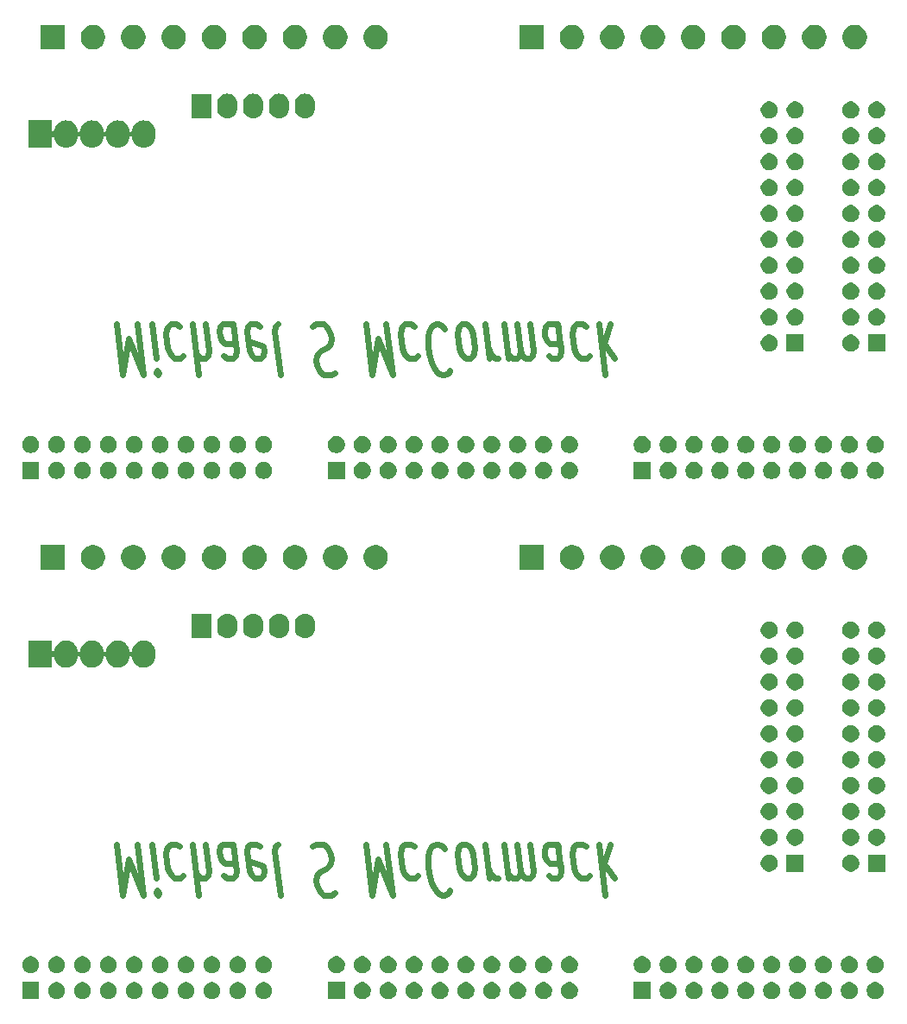
<source format=gbs>
G04 #@! TF.GenerationSoftware,KiCad,Pcbnew,(5.0.2)-1*
G04 #@! TF.CreationDate,2019-04-13T07:43:00-04:00*
G04 #@! TF.ProjectId,Console-Panel,436f6e73-6f6c-4652-9d50-616e656c2e6b,rev?*
G04 #@! TF.SameCoordinates,Original*
G04 #@! TF.FileFunction,Soldermask,Bot*
G04 #@! TF.FilePolarity,Negative*
%FSLAX46Y46*%
G04 Gerber Fmt 4.6, Leading zero omitted, Abs format (unit mm)*
G04 Created by KiCad (PCBNEW (5.0.2)-1) date 4/13/2019 7:43:00 AM*
%MOMM*%
%LPD*%
G01*
G04 APERTURE LIST*
%ADD10C,0.600000*%
%ADD11C,0.100000*%
G04 APERTURE END LIST*
D10*
X61434047Y-82638095D02*
X62059047Y-87638095D01*
X62612619Y-84066666D01*
X64059047Y-87638095D01*
X63434047Y-82638095D01*
X64862619Y-82638095D02*
X65279285Y-85971428D01*
X65487619Y-87638095D02*
X65315000Y-87400000D01*
X65428095Y-87161904D01*
X65600714Y-87400000D01*
X65487619Y-87638095D01*
X65428095Y-87161904D01*
X67606666Y-82876190D02*
X67291190Y-82638095D01*
X66719761Y-82638095D01*
X66463809Y-82876190D01*
X66350714Y-83114285D01*
X66267380Y-83590476D01*
X66445952Y-85019047D01*
X66648333Y-85495238D01*
X66820952Y-85733333D01*
X67136428Y-85971428D01*
X67707857Y-85971428D01*
X67963809Y-85733333D01*
X68862619Y-82638095D02*
X69487619Y-87638095D01*
X70148333Y-82638095D02*
X70475714Y-85257142D01*
X70392380Y-85733333D01*
X70136428Y-85971428D01*
X69707857Y-85971428D01*
X69392380Y-85733333D01*
X69219761Y-85495238D01*
X72862619Y-82638095D02*
X73190000Y-85257142D01*
X73106666Y-85733333D01*
X72850714Y-85971428D01*
X72279285Y-85971428D01*
X71963809Y-85733333D01*
X72892380Y-82876190D02*
X72576904Y-82638095D01*
X71862619Y-82638095D01*
X71606666Y-82876190D01*
X71523333Y-83352380D01*
X71582857Y-83828571D01*
X71785238Y-84304761D01*
X72100714Y-84542857D01*
X72815000Y-84542857D01*
X73130476Y-84780952D01*
X75463809Y-82876190D02*
X75148333Y-82638095D01*
X74576904Y-82638095D01*
X74320952Y-82876190D01*
X74237619Y-83352380D01*
X74475714Y-85257142D01*
X74678095Y-85733333D01*
X74993571Y-85971428D01*
X75565000Y-85971428D01*
X75820952Y-85733333D01*
X75904285Y-85257142D01*
X75844761Y-84780952D01*
X74356666Y-84304761D01*
X77291190Y-82638095D02*
X77035238Y-82876190D01*
X76951904Y-83352380D01*
X77487619Y-87638095D01*
X80606666Y-82876190D02*
X81005476Y-82638095D01*
X81719761Y-82638095D01*
X82035238Y-82876190D01*
X82207857Y-83114285D01*
X82410238Y-83590476D01*
X82469761Y-84066666D01*
X82386428Y-84542857D01*
X82273333Y-84780952D01*
X82017380Y-85019047D01*
X81475714Y-85257142D01*
X81219761Y-85495238D01*
X81106666Y-85733333D01*
X81023333Y-86209523D01*
X81082857Y-86685714D01*
X81285238Y-87161904D01*
X81457857Y-87400000D01*
X81773333Y-87638095D01*
X82487619Y-87638095D01*
X82886428Y-87400000D01*
X85862619Y-82638095D02*
X86487619Y-87638095D01*
X87041190Y-84066666D01*
X88487619Y-87638095D01*
X87862619Y-82638095D01*
X90606666Y-82876190D02*
X90291190Y-82638095D01*
X89719761Y-82638095D01*
X89463809Y-82876190D01*
X89350714Y-83114285D01*
X89267380Y-83590476D01*
X89445952Y-85019047D01*
X89648333Y-85495238D01*
X89820952Y-85733333D01*
X90136428Y-85971428D01*
X90707857Y-85971428D01*
X90963809Y-85733333D01*
X93636428Y-83114285D02*
X93463809Y-82876190D01*
X93005476Y-82638095D01*
X92719761Y-82638095D01*
X92320952Y-82876190D01*
X92094761Y-83352380D01*
X92011428Y-83828571D01*
X91987619Y-84780952D01*
X92076904Y-85495238D01*
X92338809Y-86447619D01*
X92541190Y-86923809D01*
X92886428Y-87400000D01*
X93344761Y-87638095D01*
X93630476Y-87638095D01*
X94029285Y-87400000D01*
X94142380Y-87161904D01*
X95291190Y-82638095D02*
X95035238Y-82876190D01*
X94922142Y-83114285D01*
X94838809Y-83590476D01*
X95017380Y-85019047D01*
X95219761Y-85495238D01*
X95392380Y-85733333D01*
X95707857Y-85971428D01*
X96136428Y-85971428D01*
X96392380Y-85733333D01*
X96505476Y-85495238D01*
X96588809Y-85019047D01*
X96410238Y-83590476D01*
X96207857Y-83114285D01*
X96035238Y-82876190D01*
X95719761Y-82638095D01*
X95291190Y-82638095D01*
X97576904Y-82638095D02*
X97993571Y-85971428D01*
X97874523Y-85019047D02*
X98076904Y-85495238D01*
X98249523Y-85733333D01*
X98565000Y-85971428D01*
X98850714Y-85971428D01*
X99434047Y-82638095D02*
X99850714Y-85971428D01*
X99791190Y-85495238D02*
X99963809Y-85733333D01*
X100279285Y-85971428D01*
X100707857Y-85971428D01*
X100963809Y-85733333D01*
X101047142Y-85257142D01*
X100719761Y-82638095D01*
X101047142Y-85257142D02*
X101249523Y-85733333D01*
X101565000Y-85971428D01*
X101993571Y-85971428D01*
X102249523Y-85733333D01*
X102332857Y-85257142D01*
X102005476Y-82638095D01*
X104719761Y-82638095D02*
X105047142Y-85257142D01*
X104963809Y-85733333D01*
X104707857Y-85971428D01*
X104136428Y-85971428D01*
X103820952Y-85733333D01*
X104749523Y-82876190D02*
X104434047Y-82638095D01*
X103719761Y-82638095D01*
X103463809Y-82876190D01*
X103380476Y-83352380D01*
X103440000Y-83828571D01*
X103642380Y-84304761D01*
X103957857Y-84542857D01*
X104672142Y-84542857D01*
X104987619Y-84780952D01*
X107463809Y-82876190D02*
X107148333Y-82638095D01*
X106576904Y-82638095D01*
X106320952Y-82876190D01*
X106207857Y-83114285D01*
X106124523Y-83590476D01*
X106303095Y-85019047D01*
X106505476Y-85495238D01*
X106678095Y-85733333D01*
X106993571Y-85971428D01*
X107565000Y-85971428D01*
X107820952Y-85733333D01*
X108719761Y-82638095D02*
X109344761Y-87638095D01*
X109243571Y-84542857D02*
X109862619Y-82638095D01*
X110279285Y-85971428D02*
X108898333Y-84066666D01*
X61434047Y-133638095D02*
X62059047Y-138638095D01*
X62612619Y-135066666D01*
X64059047Y-138638095D01*
X63434047Y-133638095D01*
X64862619Y-133638095D02*
X65279285Y-136971428D01*
X65487619Y-138638095D02*
X65315000Y-138400000D01*
X65428095Y-138161904D01*
X65600714Y-138400000D01*
X65487619Y-138638095D01*
X65428095Y-138161904D01*
X67606666Y-133876190D02*
X67291190Y-133638095D01*
X66719761Y-133638095D01*
X66463809Y-133876190D01*
X66350714Y-134114285D01*
X66267380Y-134590476D01*
X66445952Y-136019047D01*
X66648333Y-136495238D01*
X66820952Y-136733333D01*
X67136428Y-136971428D01*
X67707857Y-136971428D01*
X67963809Y-136733333D01*
X68862619Y-133638095D02*
X69487619Y-138638095D01*
X70148333Y-133638095D02*
X70475714Y-136257142D01*
X70392380Y-136733333D01*
X70136428Y-136971428D01*
X69707857Y-136971428D01*
X69392380Y-136733333D01*
X69219761Y-136495238D01*
X72862619Y-133638095D02*
X73190000Y-136257142D01*
X73106666Y-136733333D01*
X72850714Y-136971428D01*
X72279285Y-136971428D01*
X71963809Y-136733333D01*
X72892380Y-133876190D02*
X72576904Y-133638095D01*
X71862619Y-133638095D01*
X71606666Y-133876190D01*
X71523333Y-134352380D01*
X71582857Y-134828571D01*
X71785238Y-135304761D01*
X72100714Y-135542857D01*
X72815000Y-135542857D01*
X73130476Y-135780952D01*
X75463809Y-133876190D02*
X75148333Y-133638095D01*
X74576904Y-133638095D01*
X74320952Y-133876190D01*
X74237619Y-134352380D01*
X74475714Y-136257142D01*
X74678095Y-136733333D01*
X74993571Y-136971428D01*
X75565000Y-136971428D01*
X75820952Y-136733333D01*
X75904285Y-136257142D01*
X75844761Y-135780952D01*
X74356666Y-135304761D01*
X77291190Y-133638095D02*
X77035238Y-133876190D01*
X76951904Y-134352380D01*
X77487619Y-138638095D01*
X80606666Y-133876190D02*
X81005476Y-133638095D01*
X81719761Y-133638095D01*
X82035238Y-133876190D01*
X82207857Y-134114285D01*
X82410238Y-134590476D01*
X82469761Y-135066666D01*
X82386428Y-135542857D01*
X82273333Y-135780952D01*
X82017380Y-136019047D01*
X81475714Y-136257142D01*
X81219761Y-136495238D01*
X81106666Y-136733333D01*
X81023333Y-137209523D01*
X81082857Y-137685714D01*
X81285238Y-138161904D01*
X81457857Y-138400000D01*
X81773333Y-138638095D01*
X82487619Y-138638095D01*
X82886428Y-138400000D01*
X85862619Y-133638095D02*
X86487619Y-138638095D01*
X87041190Y-135066666D01*
X88487619Y-138638095D01*
X87862619Y-133638095D01*
X90606666Y-133876190D02*
X90291190Y-133638095D01*
X89719761Y-133638095D01*
X89463809Y-133876190D01*
X89350714Y-134114285D01*
X89267380Y-134590476D01*
X89445952Y-136019047D01*
X89648333Y-136495238D01*
X89820952Y-136733333D01*
X90136428Y-136971428D01*
X90707857Y-136971428D01*
X90963809Y-136733333D01*
X93636428Y-134114285D02*
X93463809Y-133876190D01*
X93005476Y-133638095D01*
X92719761Y-133638095D01*
X92320952Y-133876190D01*
X92094761Y-134352380D01*
X92011428Y-134828571D01*
X91987619Y-135780952D01*
X92076904Y-136495238D01*
X92338809Y-137447619D01*
X92541190Y-137923809D01*
X92886428Y-138400000D01*
X93344761Y-138638095D01*
X93630476Y-138638095D01*
X94029285Y-138400000D01*
X94142380Y-138161904D01*
X95291190Y-133638095D02*
X95035238Y-133876190D01*
X94922142Y-134114285D01*
X94838809Y-134590476D01*
X95017380Y-136019047D01*
X95219761Y-136495238D01*
X95392380Y-136733333D01*
X95707857Y-136971428D01*
X96136428Y-136971428D01*
X96392380Y-136733333D01*
X96505476Y-136495238D01*
X96588809Y-136019047D01*
X96410238Y-134590476D01*
X96207857Y-134114285D01*
X96035238Y-133876190D01*
X95719761Y-133638095D01*
X95291190Y-133638095D01*
X97576904Y-133638095D02*
X97993571Y-136971428D01*
X97874523Y-136019047D02*
X98076904Y-136495238D01*
X98249523Y-136733333D01*
X98565000Y-136971428D01*
X98850714Y-136971428D01*
X99434047Y-133638095D02*
X99850714Y-136971428D01*
X99791190Y-136495238D02*
X99963809Y-136733333D01*
X100279285Y-136971428D01*
X100707857Y-136971428D01*
X100963809Y-136733333D01*
X101047142Y-136257142D01*
X100719761Y-133638095D01*
X101047142Y-136257142D02*
X101249523Y-136733333D01*
X101565000Y-136971428D01*
X101993571Y-136971428D01*
X102249523Y-136733333D01*
X102332857Y-136257142D01*
X102005476Y-133638095D01*
X104719761Y-133638095D02*
X105047142Y-136257142D01*
X104963809Y-136733333D01*
X104707857Y-136971428D01*
X104136428Y-136971428D01*
X103820952Y-136733333D01*
X104749523Y-133876190D02*
X104434047Y-133638095D01*
X103719761Y-133638095D01*
X103463809Y-133876190D01*
X103380476Y-134352380D01*
X103440000Y-134828571D01*
X103642380Y-135304761D01*
X103957857Y-135542857D01*
X104672142Y-135542857D01*
X104987619Y-135780952D01*
X107463809Y-133876190D02*
X107148333Y-133638095D01*
X106576904Y-133638095D01*
X106320952Y-133876190D01*
X106207857Y-134114285D01*
X106124523Y-134590476D01*
X106303095Y-136019047D01*
X106505476Y-136495238D01*
X106678095Y-136733333D01*
X106993571Y-136971428D01*
X107565000Y-136971428D01*
X107820952Y-136733333D01*
X108719761Y-133638095D02*
X109344761Y-138638095D01*
X109243571Y-135542857D02*
X109862619Y-133638095D01*
X110279285Y-136971428D02*
X108898333Y-135066666D01*
D11*
G36*
X83835000Y-148835000D02*
X82165000Y-148835000D01*
X82165000Y-147165000D01*
X83835000Y-147165000D01*
X83835000Y-148835000D01*
X83835000Y-148835000D01*
G37*
G36*
X136103558Y-147197088D02*
X136255522Y-147260033D01*
X136392284Y-147351415D01*
X136508585Y-147467716D01*
X136599967Y-147604478D01*
X136662912Y-147756442D01*
X136695000Y-147917758D01*
X136695000Y-148082242D01*
X136662912Y-148243558D01*
X136599967Y-148395522D01*
X136508585Y-148532284D01*
X136392284Y-148648585D01*
X136255522Y-148739967D01*
X136103558Y-148802912D01*
X135942242Y-148835000D01*
X135777758Y-148835000D01*
X135616442Y-148802912D01*
X135464478Y-148739967D01*
X135327716Y-148648585D01*
X135211415Y-148532284D01*
X135120033Y-148395522D01*
X135057088Y-148243558D01*
X135025000Y-148082242D01*
X135025000Y-147917758D01*
X135057088Y-147756442D01*
X135120033Y-147604478D01*
X135211415Y-147467716D01*
X135327716Y-147351415D01*
X135464478Y-147260033D01*
X135616442Y-147197088D01*
X135777758Y-147165000D01*
X135942242Y-147165000D01*
X136103558Y-147197088D01*
X136103558Y-147197088D01*
G37*
G36*
X68483558Y-147197088D02*
X68635522Y-147260033D01*
X68772284Y-147351415D01*
X68888585Y-147467716D01*
X68979967Y-147604478D01*
X69042912Y-147756442D01*
X69075000Y-147917758D01*
X69075000Y-148082242D01*
X69042912Y-148243558D01*
X68979967Y-148395522D01*
X68888585Y-148532284D01*
X68772284Y-148648585D01*
X68635522Y-148739967D01*
X68483558Y-148802912D01*
X68322242Y-148835000D01*
X68157758Y-148835000D01*
X67996442Y-148802912D01*
X67844478Y-148739967D01*
X67707716Y-148648585D01*
X67591415Y-148532284D01*
X67500033Y-148395522D01*
X67437088Y-148243558D01*
X67405000Y-148082242D01*
X67405000Y-147917758D01*
X67437088Y-147756442D01*
X67500033Y-147604478D01*
X67591415Y-147467716D01*
X67707716Y-147351415D01*
X67844478Y-147260033D01*
X67996442Y-147197088D01*
X68157758Y-147165000D01*
X68322242Y-147165000D01*
X68483558Y-147197088D01*
X68483558Y-147197088D01*
G37*
G36*
X71023558Y-147197088D02*
X71175522Y-147260033D01*
X71312284Y-147351415D01*
X71428585Y-147467716D01*
X71519967Y-147604478D01*
X71582912Y-147756442D01*
X71615000Y-147917758D01*
X71615000Y-148082242D01*
X71582912Y-148243558D01*
X71519967Y-148395522D01*
X71428585Y-148532284D01*
X71312284Y-148648585D01*
X71175522Y-148739967D01*
X71023558Y-148802912D01*
X70862242Y-148835000D01*
X70697758Y-148835000D01*
X70536442Y-148802912D01*
X70384478Y-148739967D01*
X70247716Y-148648585D01*
X70131415Y-148532284D01*
X70040033Y-148395522D01*
X69977088Y-148243558D01*
X69945000Y-148082242D01*
X69945000Y-147917758D01*
X69977088Y-147756442D01*
X70040033Y-147604478D01*
X70131415Y-147467716D01*
X70247716Y-147351415D01*
X70384478Y-147260033D01*
X70536442Y-147197088D01*
X70697758Y-147165000D01*
X70862242Y-147165000D01*
X71023558Y-147197088D01*
X71023558Y-147197088D01*
G37*
G36*
X73563558Y-147197088D02*
X73715522Y-147260033D01*
X73852284Y-147351415D01*
X73968585Y-147467716D01*
X74059967Y-147604478D01*
X74122912Y-147756442D01*
X74155000Y-147917758D01*
X74155000Y-148082242D01*
X74122912Y-148243558D01*
X74059967Y-148395522D01*
X73968585Y-148532284D01*
X73852284Y-148648585D01*
X73715522Y-148739967D01*
X73563558Y-148802912D01*
X73402242Y-148835000D01*
X73237758Y-148835000D01*
X73076442Y-148802912D01*
X72924478Y-148739967D01*
X72787716Y-148648585D01*
X72671415Y-148532284D01*
X72580033Y-148395522D01*
X72517088Y-148243558D01*
X72485000Y-148082242D01*
X72485000Y-147917758D01*
X72517088Y-147756442D01*
X72580033Y-147604478D01*
X72671415Y-147467716D01*
X72787716Y-147351415D01*
X72924478Y-147260033D01*
X73076442Y-147197088D01*
X73237758Y-147165000D01*
X73402242Y-147165000D01*
X73563558Y-147197088D01*
X73563558Y-147197088D01*
G37*
G36*
X76103558Y-147197088D02*
X76255522Y-147260033D01*
X76392284Y-147351415D01*
X76508585Y-147467716D01*
X76599967Y-147604478D01*
X76662912Y-147756442D01*
X76695000Y-147917758D01*
X76695000Y-148082242D01*
X76662912Y-148243558D01*
X76599967Y-148395522D01*
X76508585Y-148532284D01*
X76392284Y-148648585D01*
X76255522Y-148739967D01*
X76103558Y-148802912D01*
X75942242Y-148835000D01*
X75777758Y-148835000D01*
X75616442Y-148802912D01*
X75464478Y-148739967D01*
X75327716Y-148648585D01*
X75211415Y-148532284D01*
X75120033Y-148395522D01*
X75057088Y-148243558D01*
X75025000Y-148082242D01*
X75025000Y-147917758D01*
X75057088Y-147756442D01*
X75120033Y-147604478D01*
X75211415Y-147467716D01*
X75327716Y-147351415D01*
X75464478Y-147260033D01*
X75616442Y-147197088D01*
X75777758Y-147165000D01*
X75942242Y-147165000D01*
X76103558Y-147197088D01*
X76103558Y-147197088D01*
G37*
G36*
X113835000Y-148835000D02*
X112165000Y-148835000D01*
X112165000Y-147165000D01*
X113835000Y-147165000D01*
X113835000Y-148835000D01*
X113835000Y-148835000D01*
G37*
G36*
X115783558Y-147197088D02*
X115935522Y-147260033D01*
X116072284Y-147351415D01*
X116188585Y-147467716D01*
X116279967Y-147604478D01*
X116342912Y-147756442D01*
X116375000Y-147917758D01*
X116375000Y-148082242D01*
X116342912Y-148243558D01*
X116279967Y-148395522D01*
X116188585Y-148532284D01*
X116072284Y-148648585D01*
X115935522Y-148739967D01*
X115783558Y-148802912D01*
X115622242Y-148835000D01*
X115457758Y-148835000D01*
X115296442Y-148802912D01*
X115144478Y-148739967D01*
X115007716Y-148648585D01*
X114891415Y-148532284D01*
X114800033Y-148395522D01*
X114737088Y-148243558D01*
X114705000Y-148082242D01*
X114705000Y-147917758D01*
X114737088Y-147756442D01*
X114800033Y-147604478D01*
X114891415Y-147467716D01*
X115007716Y-147351415D01*
X115144478Y-147260033D01*
X115296442Y-147197088D01*
X115457758Y-147165000D01*
X115622242Y-147165000D01*
X115783558Y-147197088D01*
X115783558Y-147197088D01*
G37*
G36*
X118323558Y-147197088D02*
X118475522Y-147260033D01*
X118612284Y-147351415D01*
X118728585Y-147467716D01*
X118819967Y-147604478D01*
X118882912Y-147756442D01*
X118915000Y-147917758D01*
X118915000Y-148082242D01*
X118882912Y-148243558D01*
X118819967Y-148395522D01*
X118728585Y-148532284D01*
X118612284Y-148648585D01*
X118475522Y-148739967D01*
X118323558Y-148802912D01*
X118162242Y-148835000D01*
X117997758Y-148835000D01*
X117836442Y-148802912D01*
X117684478Y-148739967D01*
X117547716Y-148648585D01*
X117431415Y-148532284D01*
X117340033Y-148395522D01*
X117277088Y-148243558D01*
X117245000Y-148082242D01*
X117245000Y-147917758D01*
X117277088Y-147756442D01*
X117340033Y-147604478D01*
X117431415Y-147467716D01*
X117547716Y-147351415D01*
X117684478Y-147260033D01*
X117836442Y-147197088D01*
X117997758Y-147165000D01*
X118162242Y-147165000D01*
X118323558Y-147197088D01*
X118323558Y-147197088D01*
G37*
G36*
X120863558Y-147197088D02*
X121015522Y-147260033D01*
X121152284Y-147351415D01*
X121268585Y-147467716D01*
X121359967Y-147604478D01*
X121422912Y-147756442D01*
X121455000Y-147917758D01*
X121455000Y-148082242D01*
X121422912Y-148243558D01*
X121359967Y-148395522D01*
X121268585Y-148532284D01*
X121152284Y-148648585D01*
X121015522Y-148739967D01*
X120863558Y-148802912D01*
X120702242Y-148835000D01*
X120537758Y-148835000D01*
X120376442Y-148802912D01*
X120224478Y-148739967D01*
X120087716Y-148648585D01*
X119971415Y-148532284D01*
X119880033Y-148395522D01*
X119817088Y-148243558D01*
X119785000Y-148082242D01*
X119785000Y-147917758D01*
X119817088Y-147756442D01*
X119880033Y-147604478D01*
X119971415Y-147467716D01*
X120087716Y-147351415D01*
X120224478Y-147260033D01*
X120376442Y-147197088D01*
X120537758Y-147165000D01*
X120702242Y-147165000D01*
X120863558Y-147197088D01*
X120863558Y-147197088D01*
G37*
G36*
X123403558Y-147197088D02*
X123555522Y-147260033D01*
X123692284Y-147351415D01*
X123808585Y-147467716D01*
X123899967Y-147604478D01*
X123962912Y-147756442D01*
X123995000Y-147917758D01*
X123995000Y-148082242D01*
X123962912Y-148243558D01*
X123899967Y-148395522D01*
X123808585Y-148532284D01*
X123692284Y-148648585D01*
X123555522Y-148739967D01*
X123403558Y-148802912D01*
X123242242Y-148835000D01*
X123077758Y-148835000D01*
X122916442Y-148802912D01*
X122764478Y-148739967D01*
X122627716Y-148648585D01*
X122511415Y-148532284D01*
X122420033Y-148395522D01*
X122357088Y-148243558D01*
X122325000Y-148082242D01*
X122325000Y-147917758D01*
X122357088Y-147756442D01*
X122420033Y-147604478D01*
X122511415Y-147467716D01*
X122627716Y-147351415D01*
X122764478Y-147260033D01*
X122916442Y-147197088D01*
X123077758Y-147165000D01*
X123242242Y-147165000D01*
X123403558Y-147197088D01*
X123403558Y-147197088D01*
G37*
G36*
X125943558Y-147197088D02*
X126095522Y-147260033D01*
X126232284Y-147351415D01*
X126348585Y-147467716D01*
X126439967Y-147604478D01*
X126502912Y-147756442D01*
X126535000Y-147917758D01*
X126535000Y-148082242D01*
X126502912Y-148243558D01*
X126439967Y-148395522D01*
X126348585Y-148532284D01*
X126232284Y-148648585D01*
X126095522Y-148739967D01*
X125943558Y-148802912D01*
X125782242Y-148835000D01*
X125617758Y-148835000D01*
X125456442Y-148802912D01*
X125304478Y-148739967D01*
X125167716Y-148648585D01*
X125051415Y-148532284D01*
X124960033Y-148395522D01*
X124897088Y-148243558D01*
X124865000Y-148082242D01*
X124865000Y-147917758D01*
X124897088Y-147756442D01*
X124960033Y-147604478D01*
X125051415Y-147467716D01*
X125167716Y-147351415D01*
X125304478Y-147260033D01*
X125456442Y-147197088D01*
X125617758Y-147165000D01*
X125782242Y-147165000D01*
X125943558Y-147197088D01*
X125943558Y-147197088D01*
G37*
G36*
X128483558Y-147197088D02*
X128635522Y-147260033D01*
X128772284Y-147351415D01*
X128888585Y-147467716D01*
X128979967Y-147604478D01*
X129042912Y-147756442D01*
X129075000Y-147917758D01*
X129075000Y-148082242D01*
X129042912Y-148243558D01*
X128979967Y-148395522D01*
X128888585Y-148532284D01*
X128772284Y-148648585D01*
X128635522Y-148739967D01*
X128483558Y-148802912D01*
X128322242Y-148835000D01*
X128157758Y-148835000D01*
X127996442Y-148802912D01*
X127844478Y-148739967D01*
X127707716Y-148648585D01*
X127591415Y-148532284D01*
X127500033Y-148395522D01*
X127437088Y-148243558D01*
X127405000Y-148082242D01*
X127405000Y-147917758D01*
X127437088Y-147756442D01*
X127500033Y-147604478D01*
X127591415Y-147467716D01*
X127707716Y-147351415D01*
X127844478Y-147260033D01*
X127996442Y-147197088D01*
X128157758Y-147165000D01*
X128322242Y-147165000D01*
X128483558Y-147197088D01*
X128483558Y-147197088D01*
G37*
G36*
X131023558Y-147197088D02*
X131175522Y-147260033D01*
X131312284Y-147351415D01*
X131428585Y-147467716D01*
X131519967Y-147604478D01*
X131582912Y-147756442D01*
X131615000Y-147917758D01*
X131615000Y-148082242D01*
X131582912Y-148243558D01*
X131519967Y-148395522D01*
X131428585Y-148532284D01*
X131312284Y-148648585D01*
X131175522Y-148739967D01*
X131023558Y-148802912D01*
X130862242Y-148835000D01*
X130697758Y-148835000D01*
X130536442Y-148802912D01*
X130384478Y-148739967D01*
X130247716Y-148648585D01*
X130131415Y-148532284D01*
X130040033Y-148395522D01*
X129977088Y-148243558D01*
X129945000Y-148082242D01*
X129945000Y-147917758D01*
X129977088Y-147756442D01*
X130040033Y-147604478D01*
X130131415Y-147467716D01*
X130247716Y-147351415D01*
X130384478Y-147260033D01*
X130536442Y-147197088D01*
X130697758Y-147165000D01*
X130862242Y-147165000D01*
X131023558Y-147197088D01*
X131023558Y-147197088D01*
G37*
G36*
X65943558Y-147197088D02*
X66095522Y-147260033D01*
X66232284Y-147351415D01*
X66348585Y-147467716D01*
X66439967Y-147604478D01*
X66502912Y-147756442D01*
X66535000Y-147917758D01*
X66535000Y-148082242D01*
X66502912Y-148243558D01*
X66439967Y-148395522D01*
X66348585Y-148532284D01*
X66232284Y-148648585D01*
X66095522Y-148739967D01*
X65943558Y-148802912D01*
X65782242Y-148835000D01*
X65617758Y-148835000D01*
X65456442Y-148802912D01*
X65304478Y-148739967D01*
X65167716Y-148648585D01*
X65051415Y-148532284D01*
X64960033Y-148395522D01*
X64897088Y-148243558D01*
X64865000Y-148082242D01*
X64865000Y-147917758D01*
X64897088Y-147756442D01*
X64960033Y-147604478D01*
X65051415Y-147467716D01*
X65167716Y-147351415D01*
X65304478Y-147260033D01*
X65456442Y-147197088D01*
X65617758Y-147165000D01*
X65782242Y-147165000D01*
X65943558Y-147197088D01*
X65943558Y-147197088D01*
G37*
G36*
X133563558Y-147197088D02*
X133715522Y-147260033D01*
X133852284Y-147351415D01*
X133968585Y-147467716D01*
X134059967Y-147604478D01*
X134122912Y-147756442D01*
X134155000Y-147917758D01*
X134155000Y-148082242D01*
X134122912Y-148243558D01*
X134059967Y-148395522D01*
X133968585Y-148532284D01*
X133852284Y-148648585D01*
X133715522Y-148739967D01*
X133563558Y-148802912D01*
X133402242Y-148835000D01*
X133237758Y-148835000D01*
X133076442Y-148802912D01*
X132924478Y-148739967D01*
X132787716Y-148648585D01*
X132671415Y-148532284D01*
X132580033Y-148395522D01*
X132517088Y-148243558D01*
X132485000Y-148082242D01*
X132485000Y-147917758D01*
X132517088Y-147756442D01*
X132580033Y-147604478D01*
X132671415Y-147467716D01*
X132787716Y-147351415D01*
X132924478Y-147260033D01*
X133076442Y-147197088D01*
X133237758Y-147165000D01*
X133402242Y-147165000D01*
X133563558Y-147197088D01*
X133563558Y-147197088D01*
G37*
G36*
X60863558Y-147197088D02*
X61015522Y-147260033D01*
X61152284Y-147351415D01*
X61268585Y-147467716D01*
X61359967Y-147604478D01*
X61422912Y-147756442D01*
X61455000Y-147917758D01*
X61455000Y-148082242D01*
X61422912Y-148243558D01*
X61359967Y-148395522D01*
X61268585Y-148532284D01*
X61152284Y-148648585D01*
X61015522Y-148739967D01*
X60863558Y-148802912D01*
X60702242Y-148835000D01*
X60537758Y-148835000D01*
X60376442Y-148802912D01*
X60224478Y-148739967D01*
X60087716Y-148648585D01*
X59971415Y-148532284D01*
X59880033Y-148395522D01*
X59817088Y-148243558D01*
X59785000Y-148082242D01*
X59785000Y-147917758D01*
X59817088Y-147756442D01*
X59880033Y-147604478D01*
X59971415Y-147467716D01*
X60087716Y-147351415D01*
X60224478Y-147260033D01*
X60376442Y-147197088D01*
X60537758Y-147165000D01*
X60702242Y-147165000D01*
X60863558Y-147197088D01*
X60863558Y-147197088D01*
G37*
G36*
X63403558Y-147197088D02*
X63555522Y-147260033D01*
X63692284Y-147351415D01*
X63808585Y-147467716D01*
X63899967Y-147604478D01*
X63962912Y-147756442D01*
X63995000Y-147917758D01*
X63995000Y-148082242D01*
X63962912Y-148243558D01*
X63899967Y-148395522D01*
X63808585Y-148532284D01*
X63692284Y-148648585D01*
X63555522Y-148739967D01*
X63403558Y-148802912D01*
X63242242Y-148835000D01*
X63077758Y-148835000D01*
X62916442Y-148802912D01*
X62764478Y-148739967D01*
X62627716Y-148648585D01*
X62511415Y-148532284D01*
X62420033Y-148395522D01*
X62357088Y-148243558D01*
X62325000Y-148082242D01*
X62325000Y-147917758D01*
X62357088Y-147756442D01*
X62420033Y-147604478D01*
X62511415Y-147467716D01*
X62627716Y-147351415D01*
X62764478Y-147260033D01*
X62916442Y-147197088D01*
X63077758Y-147165000D01*
X63242242Y-147165000D01*
X63403558Y-147197088D01*
X63403558Y-147197088D01*
G37*
G36*
X85783558Y-147197088D02*
X85935522Y-147260033D01*
X86072284Y-147351415D01*
X86188585Y-147467716D01*
X86279967Y-147604478D01*
X86342912Y-147756442D01*
X86375000Y-147917758D01*
X86375000Y-148082242D01*
X86342912Y-148243558D01*
X86279967Y-148395522D01*
X86188585Y-148532284D01*
X86072284Y-148648585D01*
X85935522Y-148739967D01*
X85783558Y-148802912D01*
X85622242Y-148835000D01*
X85457758Y-148835000D01*
X85296442Y-148802912D01*
X85144478Y-148739967D01*
X85007716Y-148648585D01*
X84891415Y-148532284D01*
X84800033Y-148395522D01*
X84737088Y-148243558D01*
X84705000Y-148082242D01*
X84705000Y-147917758D01*
X84737088Y-147756442D01*
X84800033Y-147604478D01*
X84891415Y-147467716D01*
X85007716Y-147351415D01*
X85144478Y-147260033D01*
X85296442Y-147197088D01*
X85457758Y-147165000D01*
X85622242Y-147165000D01*
X85783558Y-147197088D01*
X85783558Y-147197088D01*
G37*
G36*
X88323558Y-147197088D02*
X88475522Y-147260033D01*
X88612284Y-147351415D01*
X88728585Y-147467716D01*
X88819967Y-147604478D01*
X88882912Y-147756442D01*
X88915000Y-147917758D01*
X88915000Y-148082242D01*
X88882912Y-148243558D01*
X88819967Y-148395522D01*
X88728585Y-148532284D01*
X88612284Y-148648585D01*
X88475522Y-148739967D01*
X88323558Y-148802912D01*
X88162242Y-148835000D01*
X87997758Y-148835000D01*
X87836442Y-148802912D01*
X87684478Y-148739967D01*
X87547716Y-148648585D01*
X87431415Y-148532284D01*
X87340033Y-148395522D01*
X87277088Y-148243558D01*
X87245000Y-148082242D01*
X87245000Y-147917758D01*
X87277088Y-147756442D01*
X87340033Y-147604478D01*
X87431415Y-147467716D01*
X87547716Y-147351415D01*
X87684478Y-147260033D01*
X87836442Y-147197088D01*
X87997758Y-147165000D01*
X88162242Y-147165000D01*
X88323558Y-147197088D01*
X88323558Y-147197088D01*
G37*
G36*
X90863558Y-147197088D02*
X91015522Y-147260033D01*
X91152284Y-147351415D01*
X91268585Y-147467716D01*
X91359967Y-147604478D01*
X91422912Y-147756442D01*
X91455000Y-147917758D01*
X91455000Y-148082242D01*
X91422912Y-148243558D01*
X91359967Y-148395522D01*
X91268585Y-148532284D01*
X91152284Y-148648585D01*
X91015522Y-148739967D01*
X90863558Y-148802912D01*
X90702242Y-148835000D01*
X90537758Y-148835000D01*
X90376442Y-148802912D01*
X90224478Y-148739967D01*
X90087716Y-148648585D01*
X89971415Y-148532284D01*
X89880033Y-148395522D01*
X89817088Y-148243558D01*
X89785000Y-148082242D01*
X89785000Y-147917758D01*
X89817088Y-147756442D01*
X89880033Y-147604478D01*
X89971415Y-147467716D01*
X90087716Y-147351415D01*
X90224478Y-147260033D01*
X90376442Y-147197088D01*
X90537758Y-147165000D01*
X90702242Y-147165000D01*
X90863558Y-147197088D01*
X90863558Y-147197088D01*
G37*
G36*
X93403558Y-147197088D02*
X93555522Y-147260033D01*
X93692284Y-147351415D01*
X93808585Y-147467716D01*
X93899967Y-147604478D01*
X93962912Y-147756442D01*
X93995000Y-147917758D01*
X93995000Y-148082242D01*
X93962912Y-148243558D01*
X93899967Y-148395522D01*
X93808585Y-148532284D01*
X93692284Y-148648585D01*
X93555522Y-148739967D01*
X93403558Y-148802912D01*
X93242242Y-148835000D01*
X93077758Y-148835000D01*
X92916442Y-148802912D01*
X92764478Y-148739967D01*
X92627716Y-148648585D01*
X92511415Y-148532284D01*
X92420033Y-148395522D01*
X92357088Y-148243558D01*
X92325000Y-148082242D01*
X92325000Y-147917758D01*
X92357088Y-147756442D01*
X92420033Y-147604478D01*
X92511415Y-147467716D01*
X92627716Y-147351415D01*
X92764478Y-147260033D01*
X92916442Y-147197088D01*
X93077758Y-147165000D01*
X93242242Y-147165000D01*
X93403558Y-147197088D01*
X93403558Y-147197088D01*
G37*
G36*
X95943558Y-147197088D02*
X96095522Y-147260033D01*
X96232284Y-147351415D01*
X96348585Y-147467716D01*
X96439967Y-147604478D01*
X96502912Y-147756442D01*
X96535000Y-147917758D01*
X96535000Y-148082242D01*
X96502912Y-148243558D01*
X96439967Y-148395522D01*
X96348585Y-148532284D01*
X96232284Y-148648585D01*
X96095522Y-148739967D01*
X95943558Y-148802912D01*
X95782242Y-148835000D01*
X95617758Y-148835000D01*
X95456442Y-148802912D01*
X95304478Y-148739967D01*
X95167716Y-148648585D01*
X95051415Y-148532284D01*
X94960033Y-148395522D01*
X94897088Y-148243558D01*
X94865000Y-148082242D01*
X94865000Y-147917758D01*
X94897088Y-147756442D01*
X94960033Y-147604478D01*
X95051415Y-147467716D01*
X95167716Y-147351415D01*
X95304478Y-147260033D01*
X95456442Y-147197088D01*
X95617758Y-147165000D01*
X95782242Y-147165000D01*
X95943558Y-147197088D01*
X95943558Y-147197088D01*
G37*
G36*
X98483558Y-147197088D02*
X98635522Y-147260033D01*
X98772284Y-147351415D01*
X98888585Y-147467716D01*
X98979967Y-147604478D01*
X99042912Y-147756442D01*
X99075000Y-147917758D01*
X99075000Y-148082242D01*
X99042912Y-148243558D01*
X98979967Y-148395522D01*
X98888585Y-148532284D01*
X98772284Y-148648585D01*
X98635522Y-148739967D01*
X98483558Y-148802912D01*
X98322242Y-148835000D01*
X98157758Y-148835000D01*
X97996442Y-148802912D01*
X97844478Y-148739967D01*
X97707716Y-148648585D01*
X97591415Y-148532284D01*
X97500033Y-148395522D01*
X97437088Y-148243558D01*
X97405000Y-148082242D01*
X97405000Y-147917758D01*
X97437088Y-147756442D01*
X97500033Y-147604478D01*
X97591415Y-147467716D01*
X97707716Y-147351415D01*
X97844478Y-147260033D01*
X97996442Y-147197088D01*
X98157758Y-147165000D01*
X98322242Y-147165000D01*
X98483558Y-147197088D01*
X98483558Y-147197088D01*
G37*
G36*
X101023558Y-147197088D02*
X101175522Y-147260033D01*
X101312284Y-147351415D01*
X101428585Y-147467716D01*
X101519967Y-147604478D01*
X101582912Y-147756442D01*
X101615000Y-147917758D01*
X101615000Y-148082242D01*
X101582912Y-148243558D01*
X101519967Y-148395522D01*
X101428585Y-148532284D01*
X101312284Y-148648585D01*
X101175522Y-148739967D01*
X101023558Y-148802912D01*
X100862242Y-148835000D01*
X100697758Y-148835000D01*
X100536442Y-148802912D01*
X100384478Y-148739967D01*
X100247716Y-148648585D01*
X100131415Y-148532284D01*
X100040033Y-148395522D01*
X99977088Y-148243558D01*
X99945000Y-148082242D01*
X99945000Y-147917758D01*
X99977088Y-147756442D01*
X100040033Y-147604478D01*
X100131415Y-147467716D01*
X100247716Y-147351415D01*
X100384478Y-147260033D01*
X100536442Y-147197088D01*
X100697758Y-147165000D01*
X100862242Y-147165000D01*
X101023558Y-147197088D01*
X101023558Y-147197088D01*
G37*
G36*
X103563558Y-147197088D02*
X103715522Y-147260033D01*
X103852284Y-147351415D01*
X103968585Y-147467716D01*
X104059967Y-147604478D01*
X104122912Y-147756442D01*
X104155000Y-147917758D01*
X104155000Y-148082242D01*
X104122912Y-148243558D01*
X104059967Y-148395522D01*
X103968585Y-148532284D01*
X103852284Y-148648585D01*
X103715522Y-148739967D01*
X103563558Y-148802912D01*
X103402242Y-148835000D01*
X103237758Y-148835000D01*
X103076442Y-148802912D01*
X102924478Y-148739967D01*
X102787716Y-148648585D01*
X102671415Y-148532284D01*
X102580033Y-148395522D01*
X102517088Y-148243558D01*
X102485000Y-148082242D01*
X102485000Y-147917758D01*
X102517088Y-147756442D01*
X102580033Y-147604478D01*
X102671415Y-147467716D01*
X102787716Y-147351415D01*
X102924478Y-147260033D01*
X103076442Y-147197088D01*
X103237758Y-147165000D01*
X103402242Y-147165000D01*
X103563558Y-147197088D01*
X103563558Y-147197088D01*
G37*
G36*
X106103558Y-147197088D02*
X106255522Y-147260033D01*
X106392284Y-147351415D01*
X106508585Y-147467716D01*
X106599967Y-147604478D01*
X106662912Y-147756442D01*
X106695000Y-147917758D01*
X106695000Y-148082242D01*
X106662912Y-148243558D01*
X106599967Y-148395522D01*
X106508585Y-148532284D01*
X106392284Y-148648585D01*
X106255522Y-148739967D01*
X106103558Y-148802912D01*
X105942242Y-148835000D01*
X105777758Y-148835000D01*
X105616442Y-148802912D01*
X105464478Y-148739967D01*
X105327716Y-148648585D01*
X105211415Y-148532284D01*
X105120033Y-148395522D01*
X105057088Y-148243558D01*
X105025000Y-148082242D01*
X105025000Y-147917758D01*
X105057088Y-147756442D01*
X105120033Y-147604478D01*
X105211415Y-147467716D01*
X105327716Y-147351415D01*
X105464478Y-147260033D01*
X105616442Y-147197088D01*
X105777758Y-147165000D01*
X105942242Y-147165000D01*
X106103558Y-147197088D01*
X106103558Y-147197088D01*
G37*
G36*
X53835000Y-148835000D02*
X52165000Y-148835000D01*
X52165000Y-147165000D01*
X53835000Y-147165000D01*
X53835000Y-148835000D01*
X53835000Y-148835000D01*
G37*
G36*
X55783558Y-147197088D02*
X55935522Y-147260033D01*
X56072284Y-147351415D01*
X56188585Y-147467716D01*
X56279967Y-147604478D01*
X56342912Y-147756442D01*
X56375000Y-147917758D01*
X56375000Y-148082242D01*
X56342912Y-148243558D01*
X56279967Y-148395522D01*
X56188585Y-148532284D01*
X56072284Y-148648585D01*
X55935522Y-148739967D01*
X55783558Y-148802912D01*
X55622242Y-148835000D01*
X55457758Y-148835000D01*
X55296442Y-148802912D01*
X55144478Y-148739967D01*
X55007716Y-148648585D01*
X54891415Y-148532284D01*
X54800033Y-148395522D01*
X54737088Y-148243558D01*
X54705000Y-148082242D01*
X54705000Y-147917758D01*
X54737088Y-147756442D01*
X54800033Y-147604478D01*
X54891415Y-147467716D01*
X55007716Y-147351415D01*
X55144478Y-147260033D01*
X55296442Y-147197088D01*
X55457758Y-147165000D01*
X55622242Y-147165000D01*
X55783558Y-147197088D01*
X55783558Y-147197088D01*
G37*
G36*
X58323558Y-147197088D02*
X58475522Y-147260033D01*
X58612284Y-147351415D01*
X58728585Y-147467716D01*
X58819967Y-147604478D01*
X58882912Y-147756442D01*
X58915000Y-147917758D01*
X58915000Y-148082242D01*
X58882912Y-148243558D01*
X58819967Y-148395522D01*
X58728585Y-148532284D01*
X58612284Y-148648585D01*
X58475522Y-148739967D01*
X58323558Y-148802912D01*
X58162242Y-148835000D01*
X57997758Y-148835000D01*
X57836442Y-148802912D01*
X57684478Y-148739967D01*
X57547716Y-148648585D01*
X57431415Y-148532284D01*
X57340033Y-148395522D01*
X57277088Y-148243558D01*
X57245000Y-148082242D01*
X57245000Y-147917758D01*
X57277088Y-147756442D01*
X57340033Y-147604478D01*
X57431415Y-147467716D01*
X57547716Y-147351415D01*
X57684478Y-147260033D01*
X57836442Y-147197088D01*
X57997758Y-147165000D01*
X58162242Y-147165000D01*
X58323558Y-147197088D01*
X58323558Y-147197088D01*
G37*
G36*
X128483558Y-144657088D02*
X128635522Y-144720033D01*
X128772284Y-144811415D01*
X128888585Y-144927716D01*
X128979967Y-145064478D01*
X129042912Y-145216442D01*
X129075000Y-145377758D01*
X129075000Y-145542242D01*
X129042912Y-145703558D01*
X128979967Y-145855522D01*
X128888585Y-145992284D01*
X128772284Y-146108585D01*
X128635522Y-146199967D01*
X128483558Y-146262912D01*
X128322242Y-146295000D01*
X128157758Y-146295000D01*
X127996442Y-146262912D01*
X127844478Y-146199967D01*
X127707716Y-146108585D01*
X127591415Y-145992284D01*
X127500033Y-145855522D01*
X127437088Y-145703558D01*
X127405000Y-145542242D01*
X127405000Y-145377758D01*
X127437088Y-145216442D01*
X127500033Y-145064478D01*
X127591415Y-144927716D01*
X127707716Y-144811415D01*
X127844478Y-144720033D01*
X127996442Y-144657088D01*
X128157758Y-144625000D01*
X128322242Y-144625000D01*
X128483558Y-144657088D01*
X128483558Y-144657088D01*
G37*
G36*
X131023558Y-144657088D02*
X131175522Y-144720033D01*
X131312284Y-144811415D01*
X131428585Y-144927716D01*
X131519967Y-145064478D01*
X131582912Y-145216442D01*
X131615000Y-145377758D01*
X131615000Y-145542242D01*
X131582912Y-145703558D01*
X131519967Y-145855522D01*
X131428585Y-145992284D01*
X131312284Y-146108585D01*
X131175522Y-146199967D01*
X131023558Y-146262912D01*
X130862242Y-146295000D01*
X130697758Y-146295000D01*
X130536442Y-146262912D01*
X130384478Y-146199967D01*
X130247716Y-146108585D01*
X130131415Y-145992284D01*
X130040033Y-145855522D01*
X129977088Y-145703558D01*
X129945000Y-145542242D01*
X129945000Y-145377758D01*
X129977088Y-145216442D01*
X130040033Y-145064478D01*
X130131415Y-144927716D01*
X130247716Y-144811415D01*
X130384478Y-144720033D01*
X130536442Y-144657088D01*
X130697758Y-144625000D01*
X130862242Y-144625000D01*
X131023558Y-144657088D01*
X131023558Y-144657088D01*
G37*
G36*
X136103558Y-144657088D02*
X136255522Y-144720033D01*
X136392284Y-144811415D01*
X136508585Y-144927716D01*
X136599967Y-145064478D01*
X136662912Y-145216442D01*
X136695000Y-145377758D01*
X136695000Y-145542242D01*
X136662912Y-145703558D01*
X136599967Y-145855522D01*
X136508585Y-145992284D01*
X136392284Y-146108585D01*
X136255522Y-146199967D01*
X136103558Y-146262912D01*
X135942242Y-146295000D01*
X135777758Y-146295000D01*
X135616442Y-146262912D01*
X135464478Y-146199967D01*
X135327716Y-146108585D01*
X135211415Y-145992284D01*
X135120033Y-145855522D01*
X135057088Y-145703558D01*
X135025000Y-145542242D01*
X135025000Y-145377758D01*
X135057088Y-145216442D01*
X135120033Y-145064478D01*
X135211415Y-144927716D01*
X135327716Y-144811415D01*
X135464478Y-144720033D01*
X135616442Y-144657088D01*
X135777758Y-144625000D01*
X135942242Y-144625000D01*
X136103558Y-144657088D01*
X136103558Y-144657088D01*
G37*
G36*
X65943558Y-144657088D02*
X66095522Y-144720033D01*
X66232284Y-144811415D01*
X66348585Y-144927716D01*
X66439967Y-145064478D01*
X66502912Y-145216442D01*
X66535000Y-145377758D01*
X66535000Y-145542242D01*
X66502912Y-145703558D01*
X66439967Y-145855522D01*
X66348585Y-145992284D01*
X66232284Y-146108585D01*
X66095522Y-146199967D01*
X65943558Y-146262912D01*
X65782242Y-146295000D01*
X65617758Y-146295000D01*
X65456442Y-146262912D01*
X65304478Y-146199967D01*
X65167716Y-146108585D01*
X65051415Y-145992284D01*
X64960033Y-145855522D01*
X64897088Y-145703558D01*
X64865000Y-145542242D01*
X64865000Y-145377758D01*
X64897088Y-145216442D01*
X64960033Y-145064478D01*
X65051415Y-144927716D01*
X65167716Y-144811415D01*
X65304478Y-144720033D01*
X65456442Y-144657088D01*
X65617758Y-144625000D01*
X65782242Y-144625000D01*
X65943558Y-144657088D01*
X65943558Y-144657088D01*
G37*
G36*
X63403558Y-144657088D02*
X63555522Y-144720033D01*
X63692284Y-144811415D01*
X63808585Y-144927716D01*
X63899967Y-145064478D01*
X63962912Y-145216442D01*
X63995000Y-145377758D01*
X63995000Y-145542242D01*
X63962912Y-145703558D01*
X63899967Y-145855522D01*
X63808585Y-145992284D01*
X63692284Y-146108585D01*
X63555522Y-146199967D01*
X63403558Y-146262912D01*
X63242242Y-146295000D01*
X63077758Y-146295000D01*
X62916442Y-146262912D01*
X62764478Y-146199967D01*
X62627716Y-146108585D01*
X62511415Y-145992284D01*
X62420033Y-145855522D01*
X62357088Y-145703558D01*
X62325000Y-145542242D01*
X62325000Y-145377758D01*
X62357088Y-145216442D01*
X62420033Y-145064478D01*
X62511415Y-144927716D01*
X62627716Y-144811415D01*
X62764478Y-144720033D01*
X62916442Y-144657088D01*
X63077758Y-144625000D01*
X63242242Y-144625000D01*
X63403558Y-144657088D01*
X63403558Y-144657088D01*
G37*
G36*
X101023558Y-144657088D02*
X101175522Y-144720033D01*
X101312284Y-144811415D01*
X101428585Y-144927716D01*
X101519967Y-145064478D01*
X101582912Y-145216442D01*
X101615000Y-145377758D01*
X101615000Y-145542242D01*
X101582912Y-145703558D01*
X101519967Y-145855522D01*
X101428585Y-145992284D01*
X101312284Y-146108585D01*
X101175522Y-146199967D01*
X101023558Y-146262912D01*
X100862242Y-146295000D01*
X100697758Y-146295000D01*
X100536442Y-146262912D01*
X100384478Y-146199967D01*
X100247716Y-146108585D01*
X100131415Y-145992284D01*
X100040033Y-145855522D01*
X99977088Y-145703558D01*
X99945000Y-145542242D01*
X99945000Y-145377758D01*
X99977088Y-145216442D01*
X100040033Y-145064478D01*
X100131415Y-144927716D01*
X100247716Y-144811415D01*
X100384478Y-144720033D01*
X100536442Y-144657088D01*
X100697758Y-144625000D01*
X100862242Y-144625000D01*
X101023558Y-144657088D01*
X101023558Y-144657088D01*
G37*
G36*
X83243558Y-144657088D02*
X83395522Y-144720033D01*
X83532284Y-144811415D01*
X83648585Y-144927716D01*
X83739967Y-145064478D01*
X83802912Y-145216442D01*
X83835000Y-145377758D01*
X83835000Y-145542242D01*
X83802912Y-145703558D01*
X83739967Y-145855522D01*
X83648585Y-145992284D01*
X83532284Y-146108585D01*
X83395522Y-146199967D01*
X83243558Y-146262912D01*
X83082242Y-146295000D01*
X82917758Y-146295000D01*
X82756442Y-146262912D01*
X82604478Y-146199967D01*
X82467716Y-146108585D01*
X82351415Y-145992284D01*
X82260033Y-145855522D01*
X82197088Y-145703558D01*
X82165000Y-145542242D01*
X82165000Y-145377758D01*
X82197088Y-145216442D01*
X82260033Y-145064478D01*
X82351415Y-144927716D01*
X82467716Y-144811415D01*
X82604478Y-144720033D01*
X82756442Y-144657088D01*
X82917758Y-144625000D01*
X83082242Y-144625000D01*
X83243558Y-144657088D01*
X83243558Y-144657088D01*
G37*
G36*
X85783558Y-144657088D02*
X85935522Y-144720033D01*
X86072284Y-144811415D01*
X86188585Y-144927716D01*
X86279967Y-145064478D01*
X86342912Y-145216442D01*
X86375000Y-145377758D01*
X86375000Y-145542242D01*
X86342912Y-145703558D01*
X86279967Y-145855522D01*
X86188585Y-145992284D01*
X86072284Y-146108585D01*
X85935522Y-146199967D01*
X85783558Y-146262912D01*
X85622242Y-146295000D01*
X85457758Y-146295000D01*
X85296442Y-146262912D01*
X85144478Y-146199967D01*
X85007716Y-146108585D01*
X84891415Y-145992284D01*
X84800033Y-145855522D01*
X84737088Y-145703558D01*
X84705000Y-145542242D01*
X84705000Y-145377758D01*
X84737088Y-145216442D01*
X84800033Y-145064478D01*
X84891415Y-144927716D01*
X85007716Y-144811415D01*
X85144478Y-144720033D01*
X85296442Y-144657088D01*
X85457758Y-144625000D01*
X85622242Y-144625000D01*
X85783558Y-144657088D01*
X85783558Y-144657088D01*
G37*
G36*
X88323558Y-144657088D02*
X88475522Y-144720033D01*
X88612284Y-144811415D01*
X88728585Y-144927716D01*
X88819967Y-145064478D01*
X88882912Y-145216442D01*
X88915000Y-145377758D01*
X88915000Y-145542242D01*
X88882912Y-145703558D01*
X88819967Y-145855522D01*
X88728585Y-145992284D01*
X88612284Y-146108585D01*
X88475522Y-146199967D01*
X88323558Y-146262912D01*
X88162242Y-146295000D01*
X87997758Y-146295000D01*
X87836442Y-146262912D01*
X87684478Y-146199967D01*
X87547716Y-146108585D01*
X87431415Y-145992284D01*
X87340033Y-145855522D01*
X87277088Y-145703558D01*
X87245000Y-145542242D01*
X87245000Y-145377758D01*
X87277088Y-145216442D01*
X87340033Y-145064478D01*
X87431415Y-144927716D01*
X87547716Y-144811415D01*
X87684478Y-144720033D01*
X87836442Y-144657088D01*
X87997758Y-144625000D01*
X88162242Y-144625000D01*
X88323558Y-144657088D01*
X88323558Y-144657088D01*
G37*
G36*
X90863558Y-144657088D02*
X91015522Y-144720033D01*
X91152284Y-144811415D01*
X91268585Y-144927716D01*
X91359967Y-145064478D01*
X91422912Y-145216442D01*
X91455000Y-145377758D01*
X91455000Y-145542242D01*
X91422912Y-145703558D01*
X91359967Y-145855522D01*
X91268585Y-145992284D01*
X91152284Y-146108585D01*
X91015522Y-146199967D01*
X90863558Y-146262912D01*
X90702242Y-146295000D01*
X90537758Y-146295000D01*
X90376442Y-146262912D01*
X90224478Y-146199967D01*
X90087716Y-146108585D01*
X89971415Y-145992284D01*
X89880033Y-145855522D01*
X89817088Y-145703558D01*
X89785000Y-145542242D01*
X89785000Y-145377758D01*
X89817088Y-145216442D01*
X89880033Y-145064478D01*
X89971415Y-144927716D01*
X90087716Y-144811415D01*
X90224478Y-144720033D01*
X90376442Y-144657088D01*
X90537758Y-144625000D01*
X90702242Y-144625000D01*
X90863558Y-144657088D01*
X90863558Y-144657088D01*
G37*
G36*
X93403558Y-144657088D02*
X93555522Y-144720033D01*
X93692284Y-144811415D01*
X93808585Y-144927716D01*
X93899967Y-145064478D01*
X93962912Y-145216442D01*
X93995000Y-145377758D01*
X93995000Y-145542242D01*
X93962912Y-145703558D01*
X93899967Y-145855522D01*
X93808585Y-145992284D01*
X93692284Y-146108585D01*
X93555522Y-146199967D01*
X93403558Y-146262912D01*
X93242242Y-146295000D01*
X93077758Y-146295000D01*
X92916442Y-146262912D01*
X92764478Y-146199967D01*
X92627716Y-146108585D01*
X92511415Y-145992284D01*
X92420033Y-145855522D01*
X92357088Y-145703558D01*
X92325000Y-145542242D01*
X92325000Y-145377758D01*
X92357088Y-145216442D01*
X92420033Y-145064478D01*
X92511415Y-144927716D01*
X92627716Y-144811415D01*
X92764478Y-144720033D01*
X92916442Y-144657088D01*
X93077758Y-144625000D01*
X93242242Y-144625000D01*
X93403558Y-144657088D01*
X93403558Y-144657088D01*
G37*
G36*
X95943558Y-144657088D02*
X96095522Y-144720033D01*
X96232284Y-144811415D01*
X96348585Y-144927716D01*
X96439967Y-145064478D01*
X96502912Y-145216442D01*
X96535000Y-145377758D01*
X96535000Y-145542242D01*
X96502912Y-145703558D01*
X96439967Y-145855522D01*
X96348585Y-145992284D01*
X96232284Y-146108585D01*
X96095522Y-146199967D01*
X95943558Y-146262912D01*
X95782242Y-146295000D01*
X95617758Y-146295000D01*
X95456442Y-146262912D01*
X95304478Y-146199967D01*
X95167716Y-146108585D01*
X95051415Y-145992284D01*
X94960033Y-145855522D01*
X94897088Y-145703558D01*
X94865000Y-145542242D01*
X94865000Y-145377758D01*
X94897088Y-145216442D01*
X94960033Y-145064478D01*
X95051415Y-144927716D01*
X95167716Y-144811415D01*
X95304478Y-144720033D01*
X95456442Y-144657088D01*
X95617758Y-144625000D01*
X95782242Y-144625000D01*
X95943558Y-144657088D01*
X95943558Y-144657088D01*
G37*
G36*
X98483558Y-144657088D02*
X98635522Y-144720033D01*
X98772284Y-144811415D01*
X98888585Y-144927716D01*
X98979967Y-145064478D01*
X99042912Y-145216442D01*
X99075000Y-145377758D01*
X99075000Y-145542242D01*
X99042912Y-145703558D01*
X98979967Y-145855522D01*
X98888585Y-145992284D01*
X98772284Y-146108585D01*
X98635522Y-146199967D01*
X98483558Y-146262912D01*
X98322242Y-146295000D01*
X98157758Y-146295000D01*
X97996442Y-146262912D01*
X97844478Y-146199967D01*
X97707716Y-146108585D01*
X97591415Y-145992284D01*
X97500033Y-145855522D01*
X97437088Y-145703558D01*
X97405000Y-145542242D01*
X97405000Y-145377758D01*
X97437088Y-145216442D01*
X97500033Y-145064478D01*
X97591415Y-144927716D01*
X97707716Y-144811415D01*
X97844478Y-144720033D01*
X97996442Y-144657088D01*
X98157758Y-144625000D01*
X98322242Y-144625000D01*
X98483558Y-144657088D01*
X98483558Y-144657088D01*
G37*
G36*
X103563558Y-144657088D02*
X103715522Y-144720033D01*
X103852284Y-144811415D01*
X103968585Y-144927716D01*
X104059967Y-145064478D01*
X104122912Y-145216442D01*
X104155000Y-145377758D01*
X104155000Y-145542242D01*
X104122912Y-145703558D01*
X104059967Y-145855522D01*
X103968585Y-145992284D01*
X103852284Y-146108585D01*
X103715522Y-146199967D01*
X103563558Y-146262912D01*
X103402242Y-146295000D01*
X103237758Y-146295000D01*
X103076442Y-146262912D01*
X102924478Y-146199967D01*
X102787716Y-146108585D01*
X102671415Y-145992284D01*
X102580033Y-145855522D01*
X102517088Y-145703558D01*
X102485000Y-145542242D01*
X102485000Y-145377758D01*
X102517088Y-145216442D01*
X102580033Y-145064478D01*
X102671415Y-144927716D01*
X102787716Y-144811415D01*
X102924478Y-144720033D01*
X103076442Y-144657088D01*
X103237758Y-144625000D01*
X103402242Y-144625000D01*
X103563558Y-144657088D01*
X103563558Y-144657088D01*
G37*
G36*
X71023558Y-144657088D02*
X71175522Y-144720033D01*
X71312284Y-144811415D01*
X71428585Y-144927716D01*
X71519967Y-145064478D01*
X71582912Y-145216442D01*
X71615000Y-145377758D01*
X71615000Y-145542242D01*
X71582912Y-145703558D01*
X71519967Y-145855522D01*
X71428585Y-145992284D01*
X71312284Y-146108585D01*
X71175522Y-146199967D01*
X71023558Y-146262912D01*
X70862242Y-146295000D01*
X70697758Y-146295000D01*
X70536442Y-146262912D01*
X70384478Y-146199967D01*
X70247716Y-146108585D01*
X70131415Y-145992284D01*
X70040033Y-145855522D01*
X69977088Y-145703558D01*
X69945000Y-145542242D01*
X69945000Y-145377758D01*
X69977088Y-145216442D01*
X70040033Y-145064478D01*
X70131415Y-144927716D01*
X70247716Y-144811415D01*
X70384478Y-144720033D01*
X70536442Y-144657088D01*
X70697758Y-144625000D01*
X70862242Y-144625000D01*
X71023558Y-144657088D01*
X71023558Y-144657088D01*
G37*
G36*
X60863558Y-144657088D02*
X61015522Y-144720033D01*
X61152284Y-144811415D01*
X61268585Y-144927716D01*
X61359967Y-145064478D01*
X61422912Y-145216442D01*
X61455000Y-145377758D01*
X61455000Y-145542242D01*
X61422912Y-145703558D01*
X61359967Y-145855522D01*
X61268585Y-145992284D01*
X61152284Y-146108585D01*
X61015522Y-146199967D01*
X60863558Y-146262912D01*
X60702242Y-146295000D01*
X60537758Y-146295000D01*
X60376442Y-146262912D01*
X60224478Y-146199967D01*
X60087716Y-146108585D01*
X59971415Y-145992284D01*
X59880033Y-145855522D01*
X59817088Y-145703558D01*
X59785000Y-145542242D01*
X59785000Y-145377758D01*
X59817088Y-145216442D01*
X59880033Y-145064478D01*
X59971415Y-144927716D01*
X60087716Y-144811415D01*
X60224478Y-144720033D01*
X60376442Y-144657088D01*
X60537758Y-144625000D01*
X60702242Y-144625000D01*
X60863558Y-144657088D01*
X60863558Y-144657088D01*
G37*
G36*
X53243558Y-144657088D02*
X53395522Y-144720033D01*
X53532284Y-144811415D01*
X53648585Y-144927716D01*
X53739967Y-145064478D01*
X53802912Y-145216442D01*
X53835000Y-145377758D01*
X53835000Y-145542242D01*
X53802912Y-145703558D01*
X53739967Y-145855522D01*
X53648585Y-145992284D01*
X53532284Y-146108585D01*
X53395522Y-146199967D01*
X53243558Y-146262912D01*
X53082242Y-146295000D01*
X52917758Y-146295000D01*
X52756442Y-146262912D01*
X52604478Y-146199967D01*
X52467716Y-146108585D01*
X52351415Y-145992284D01*
X52260033Y-145855522D01*
X52197088Y-145703558D01*
X52165000Y-145542242D01*
X52165000Y-145377758D01*
X52197088Y-145216442D01*
X52260033Y-145064478D01*
X52351415Y-144927716D01*
X52467716Y-144811415D01*
X52604478Y-144720033D01*
X52756442Y-144657088D01*
X52917758Y-144625000D01*
X53082242Y-144625000D01*
X53243558Y-144657088D01*
X53243558Y-144657088D01*
G37*
G36*
X58323558Y-144657088D02*
X58475522Y-144720033D01*
X58612284Y-144811415D01*
X58728585Y-144927716D01*
X58819967Y-145064478D01*
X58882912Y-145216442D01*
X58915000Y-145377758D01*
X58915000Y-145542242D01*
X58882912Y-145703558D01*
X58819967Y-145855522D01*
X58728585Y-145992284D01*
X58612284Y-146108585D01*
X58475522Y-146199967D01*
X58323558Y-146262912D01*
X58162242Y-146295000D01*
X57997758Y-146295000D01*
X57836442Y-146262912D01*
X57684478Y-146199967D01*
X57547716Y-146108585D01*
X57431415Y-145992284D01*
X57340033Y-145855522D01*
X57277088Y-145703558D01*
X57245000Y-145542242D01*
X57245000Y-145377758D01*
X57277088Y-145216442D01*
X57340033Y-145064478D01*
X57431415Y-144927716D01*
X57547716Y-144811415D01*
X57684478Y-144720033D01*
X57836442Y-144657088D01*
X57997758Y-144625000D01*
X58162242Y-144625000D01*
X58323558Y-144657088D01*
X58323558Y-144657088D01*
G37*
G36*
X55783558Y-144657088D02*
X55935522Y-144720033D01*
X56072284Y-144811415D01*
X56188585Y-144927716D01*
X56279967Y-145064478D01*
X56342912Y-145216442D01*
X56375000Y-145377758D01*
X56375000Y-145542242D01*
X56342912Y-145703558D01*
X56279967Y-145855522D01*
X56188585Y-145992284D01*
X56072284Y-146108585D01*
X55935522Y-146199967D01*
X55783558Y-146262912D01*
X55622242Y-146295000D01*
X55457758Y-146295000D01*
X55296442Y-146262912D01*
X55144478Y-146199967D01*
X55007716Y-146108585D01*
X54891415Y-145992284D01*
X54800033Y-145855522D01*
X54737088Y-145703558D01*
X54705000Y-145542242D01*
X54705000Y-145377758D01*
X54737088Y-145216442D01*
X54800033Y-145064478D01*
X54891415Y-144927716D01*
X55007716Y-144811415D01*
X55144478Y-144720033D01*
X55296442Y-144657088D01*
X55457758Y-144625000D01*
X55622242Y-144625000D01*
X55783558Y-144657088D01*
X55783558Y-144657088D01*
G37*
G36*
X106103558Y-144657088D02*
X106255522Y-144720033D01*
X106392284Y-144811415D01*
X106508585Y-144927716D01*
X106599967Y-145064478D01*
X106662912Y-145216442D01*
X106695000Y-145377758D01*
X106695000Y-145542242D01*
X106662912Y-145703558D01*
X106599967Y-145855522D01*
X106508585Y-145992284D01*
X106392284Y-146108585D01*
X106255522Y-146199967D01*
X106103558Y-146262912D01*
X105942242Y-146295000D01*
X105777758Y-146295000D01*
X105616442Y-146262912D01*
X105464478Y-146199967D01*
X105327716Y-146108585D01*
X105211415Y-145992284D01*
X105120033Y-145855522D01*
X105057088Y-145703558D01*
X105025000Y-145542242D01*
X105025000Y-145377758D01*
X105057088Y-145216442D01*
X105120033Y-145064478D01*
X105211415Y-144927716D01*
X105327716Y-144811415D01*
X105464478Y-144720033D01*
X105616442Y-144657088D01*
X105777758Y-144625000D01*
X105942242Y-144625000D01*
X106103558Y-144657088D01*
X106103558Y-144657088D01*
G37*
G36*
X133563558Y-144657088D02*
X133715522Y-144720033D01*
X133852284Y-144811415D01*
X133968585Y-144927716D01*
X134059967Y-145064478D01*
X134122912Y-145216442D01*
X134155000Y-145377758D01*
X134155000Y-145542242D01*
X134122912Y-145703558D01*
X134059967Y-145855522D01*
X133968585Y-145992284D01*
X133852284Y-146108585D01*
X133715522Y-146199967D01*
X133563558Y-146262912D01*
X133402242Y-146295000D01*
X133237758Y-146295000D01*
X133076442Y-146262912D01*
X132924478Y-146199967D01*
X132787716Y-146108585D01*
X132671415Y-145992284D01*
X132580033Y-145855522D01*
X132517088Y-145703558D01*
X132485000Y-145542242D01*
X132485000Y-145377758D01*
X132517088Y-145216442D01*
X132580033Y-145064478D01*
X132671415Y-144927716D01*
X132787716Y-144811415D01*
X132924478Y-144720033D01*
X133076442Y-144657088D01*
X133237758Y-144625000D01*
X133402242Y-144625000D01*
X133563558Y-144657088D01*
X133563558Y-144657088D01*
G37*
G36*
X123403558Y-144657088D02*
X123555522Y-144720033D01*
X123692284Y-144811415D01*
X123808585Y-144927716D01*
X123899967Y-145064478D01*
X123962912Y-145216442D01*
X123995000Y-145377758D01*
X123995000Y-145542242D01*
X123962912Y-145703558D01*
X123899967Y-145855522D01*
X123808585Y-145992284D01*
X123692284Y-146108585D01*
X123555522Y-146199967D01*
X123403558Y-146262912D01*
X123242242Y-146295000D01*
X123077758Y-146295000D01*
X122916442Y-146262912D01*
X122764478Y-146199967D01*
X122627716Y-146108585D01*
X122511415Y-145992284D01*
X122420033Y-145855522D01*
X122357088Y-145703558D01*
X122325000Y-145542242D01*
X122325000Y-145377758D01*
X122357088Y-145216442D01*
X122420033Y-145064478D01*
X122511415Y-144927716D01*
X122627716Y-144811415D01*
X122764478Y-144720033D01*
X122916442Y-144657088D01*
X123077758Y-144625000D01*
X123242242Y-144625000D01*
X123403558Y-144657088D01*
X123403558Y-144657088D01*
G37*
G36*
X68483558Y-144657088D02*
X68635522Y-144720033D01*
X68772284Y-144811415D01*
X68888585Y-144927716D01*
X68979967Y-145064478D01*
X69042912Y-145216442D01*
X69075000Y-145377758D01*
X69075000Y-145542242D01*
X69042912Y-145703558D01*
X68979967Y-145855522D01*
X68888585Y-145992284D01*
X68772284Y-146108585D01*
X68635522Y-146199967D01*
X68483558Y-146262912D01*
X68322242Y-146295000D01*
X68157758Y-146295000D01*
X67996442Y-146262912D01*
X67844478Y-146199967D01*
X67707716Y-146108585D01*
X67591415Y-145992284D01*
X67500033Y-145855522D01*
X67437088Y-145703558D01*
X67405000Y-145542242D01*
X67405000Y-145377758D01*
X67437088Y-145216442D01*
X67500033Y-145064478D01*
X67591415Y-144927716D01*
X67707716Y-144811415D01*
X67844478Y-144720033D01*
X67996442Y-144657088D01*
X68157758Y-144625000D01*
X68322242Y-144625000D01*
X68483558Y-144657088D01*
X68483558Y-144657088D01*
G37*
G36*
X73563558Y-144657088D02*
X73715522Y-144720033D01*
X73852284Y-144811415D01*
X73968585Y-144927716D01*
X74059967Y-145064478D01*
X74122912Y-145216442D01*
X74155000Y-145377758D01*
X74155000Y-145542242D01*
X74122912Y-145703558D01*
X74059967Y-145855522D01*
X73968585Y-145992284D01*
X73852284Y-146108585D01*
X73715522Y-146199967D01*
X73563558Y-146262912D01*
X73402242Y-146295000D01*
X73237758Y-146295000D01*
X73076442Y-146262912D01*
X72924478Y-146199967D01*
X72787716Y-146108585D01*
X72671415Y-145992284D01*
X72580033Y-145855522D01*
X72517088Y-145703558D01*
X72485000Y-145542242D01*
X72485000Y-145377758D01*
X72517088Y-145216442D01*
X72580033Y-145064478D01*
X72671415Y-144927716D01*
X72787716Y-144811415D01*
X72924478Y-144720033D01*
X73076442Y-144657088D01*
X73237758Y-144625000D01*
X73402242Y-144625000D01*
X73563558Y-144657088D01*
X73563558Y-144657088D01*
G37*
G36*
X76103558Y-144657088D02*
X76255522Y-144720033D01*
X76392284Y-144811415D01*
X76508585Y-144927716D01*
X76599967Y-145064478D01*
X76662912Y-145216442D01*
X76695000Y-145377758D01*
X76695000Y-145542242D01*
X76662912Y-145703558D01*
X76599967Y-145855522D01*
X76508585Y-145992284D01*
X76392284Y-146108585D01*
X76255522Y-146199967D01*
X76103558Y-146262912D01*
X75942242Y-146295000D01*
X75777758Y-146295000D01*
X75616442Y-146262912D01*
X75464478Y-146199967D01*
X75327716Y-146108585D01*
X75211415Y-145992284D01*
X75120033Y-145855522D01*
X75057088Y-145703558D01*
X75025000Y-145542242D01*
X75025000Y-145377758D01*
X75057088Y-145216442D01*
X75120033Y-145064478D01*
X75211415Y-144927716D01*
X75327716Y-144811415D01*
X75464478Y-144720033D01*
X75616442Y-144657088D01*
X75777758Y-144625000D01*
X75942242Y-144625000D01*
X76103558Y-144657088D01*
X76103558Y-144657088D01*
G37*
G36*
X113243558Y-144657088D02*
X113395522Y-144720033D01*
X113532284Y-144811415D01*
X113648585Y-144927716D01*
X113739967Y-145064478D01*
X113802912Y-145216442D01*
X113835000Y-145377758D01*
X113835000Y-145542242D01*
X113802912Y-145703558D01*
X113739967Y-145855522D01*
X113648585Y-145992284D01*
X113532284Y-146108585D01*
X113395522Y-146199967D01*
X113243558Y-146262912D01*
X113082242Y-146295000D01*
X112917758Y-146295000D01*
X112756442Y-146262912D01*
X112604478Y-146199967D01*
X112467716Y-146108585D01*
X112351415Y-145992284D01*
X112260033Y-145855522D01*
X112197088Y-145703558D01*
X112165000Y-145542242D01*
X112165000Y-145377758D01*
X112197088Y-145216442D01*
X112260033Y-145064478D01*
X112351415Y-144927716D01*
X112467716Y-144811415D01*
X112604478Y-144720033D01*
X112756442Y-144657088D01*
X112917758Y-144625000D01*
X113082242Y-144625000D01*
X113243558Y-144657088D01*
X113243558Y-144657088D01*
G37*
G36*
X115783558Y-144657088D02*
X115935522Y-144720033D01*
X116072284Y-144811415D01*
X116188585Y-144927716D01*
X116279967Y-145064478D01*
X116342912Y-145216442D01*
X116375000Y-145377758D01*
X116375000Y-145542242D01*
X116342912Y-145703558D01*
X116279967Y-145855522D01*
X116188585Y-145992284D01*
X116072284Y-146108585D01*
X115935522Y-146199967D01*
X115783558Y-146262912D01*
X115622242Y-146295000D01*
X115457758Y-146295000D01*
X115296442Y-146262912D01*
X115144478Y-146199967D01*
X115007716Y-146108585D01*
X114891415Y-145992284D01*
X114800033Y-145855522D01*
X114737088Y-145703558D01*
X114705000Y-145542242D01*
X114705000Y-145377758D01*
X114737088Y-145216442D01*
X114800033Y-145064478D01*
X114891415Y-144927716D01*
X115007716Y-144811415D01*
X115144478Y-144720033D01*
X115296442Y-144657088D01*
X115457758Y-144625000D01*
X115622242Y-144625000D01*
X115783558Y-144657088D01*
X115783558Y-144657088D01*
G37*
G36*
X118323558Y-144657088D02*
X118475522Y-144720033D01*
X118612284Y-144811415D01*
X118728585Y-144927716D01*
X118819967Y-145064478D01*
X118882912Y-145216442D01*
X118915000Y-145377758D01*
X118915000Y-145542242D01*
X118882912Y-145703558D01*
X118819967Y-145855522D01*
X118728585Y-145992284D01*
X118612284Y-146108585D01*
X118475522Y-146199967D01*
X118323558Y-146262912D01*
X118162242Y-146295000D01*
X117997758Y-146295000D01*
X117836442Y-146262912D01*
X117684478Y-146199967D01*
X117547716Y-146108585D01*
X117431415Y-145992284D01*
X117340033Y-145855522D01*
X117277088Y-145703558D01*
X117245000Y-145542242D01*
X117245000Y-145377758D01*
X117277088Y-145216442D01*
X117340033Y-145064478D01*
X117431415Y-144927716D01*
X117547716Y-144811415D01*
X117684478Y-144720033D01*
X117836442Y-144657088D01*
X117997758Y-144625000D01*
X118162242Y-144625000D01*
X118323558Y-144657088D01*
X118323558Y-144657088D01*
G37*
G36*
X120863558Y-144657088D02*
X121015522Y-144720033D01*
X121152284Y-144811415D01*
X121268585Y-144927716D01*
X121359967Y-145064478D01*
X121422912Y-145216442D01*
X121455000Y-145377758D01*
X121455000Y-145542242D01*
X121422912Y-145703558D01*
X121359967Y-145855522D01*
X121268585Y-145992284D01*
X121152284Y-146108585D01*
X121015522Y-146199967D01*
X120863558Y-146262912D01*
X120702242Y-146295000D01*
X120537758Y-146295000D01*
X120376442Y-146262912D01*
X120224478Y-146199967D01*
X120087716Y-146108585D01*
X119971415Y-145992284D01*
X119880033Y-145855522D01*
X119817088Y-145703558D01*
X119785000Y-145542242D01*
X119785000Y-145377758D01*
X119817088Y-145216442D01*
X119880033Y-145064478D01*
X119971415Y-144927716D01*
X120087716Y-144811415D01*
X120224478Y-144720033D01*
X120376442Y-144657088D01*
X120537758Y-144625000D01*
X120702242Y-144625000D01*
X120863558Y-144657088D01*
X120863558Y-144657088D01*
G37*
G36*
X125943558Y-144657088D02*
X126095522Y-144720033D01*
X126232284Y-144811415D01*
X126348585Y-144927716D01*
X126439967Y-145064478D01*
X126502912Y-145216442D01*
X126535000Y-145377758D01*
X126535000Y-145542242D01*
X126502912Y-145703558D01*
X126439967Y-145855522D01*
X126348585Y-145992284D01*
X126232284Y-146108585D01*
X126095522Y-146199967D01*
X125943558Y-146262912D01*
X125782242Y-146295000D01*
X125617758Y-146295000D01*
X125456442Y-146262912D01*
X125304478Y-146199967D01*
X125167716Y-146108585D01*
X125051415Y-145992284D01*
X124960033Y-145855522D01*
X124897088Y-145703558D01*
X124865000Y-145542242D01*
X124865000Y-145377758D01*
X124897088Y-145216442D01*
X124960033Y-145064478D01*
X125051415Y-144927716D01*
X125167716Y-144811415D01*
X125304478Y-144720033D01*
X125456442Y-144657088D01*
X125617758Y-144625000D01*
X125782242Y-144625000D01*
X125943558Y-144657088D01*
X125943558Y-144657088D01*
G37*
G36*
X136835000Y-136335000D02*
X135165000Y-136335000D01*
X135165000Y-134665000D01*
X136835000Y-134665000D01*
X136835000Y-136335000D01*
X136835000Y-136335000D01*
G37*
G36*
X133703558Y-134697088D02*
X133855522Y-134760033D01*
X133992284Y-134851415D01*
X134108585Y-134967716D01*
X134199967Y-135104478D01*
X134262912Y-135256442D01*
X134295000Y-135417758D01*
X134295000Y-135582242D01*
X134262912Y-135743558D01*
X134199967Y-135895522D01*
X134108585Y-136032284D01*
X133992284Y-136148585D01*
X133855522Y-136239967D01*
X133703558Y-136302912D01*
X133542242Y-136335000D01*
X133377758Y-136335000D01*
X133216442Y-136302912D01*
X133064478Y-136239967D01*
X132927716Y-136148585D01*
X132811415Y-136032284D01*
X132720033Y-135895522D01*
X132657088Y-135743558D01*
X132625000Y-135582242D01*
X132625000Y-135417758D01*
X132657088Y-135256442D01*
X132720033Y-135104478D01*
X132811415Y-134967716D01*
X132927716Y-134851415D01*
X133064478Y-134760033D01*
X133216442Y-134697088D01*
X133377758Y-134665000D01*
X133542242Y-134665000D01*
X133703558Y-134697088D01*
X133703558Y-134697088D01*
G37*
G36*
X128835000Y-136335000D02*
X127165000Y-136335000D01*
X127165000Y-134665000D01*
X128835000Y-134665000D01*
X128835000Y-136335000D01*
X128835000Y-136335000D01*
G37*
G36*
X125703558Y-134697088D02*
X125855522Y-134760033D01*
X125992284Y-134851415D01*
X126108585Y-134967716D01*
X126199967Y-135104478D01*
X126262912Y-135256442D01*
X126295000Y-135417758D01*
X126295000Y-135582242D01*
X126262912Y-135743558D01*
X126199967Y-135895522D01*
X126108585Y-136032284D01*
X125992284Y-136148585D01*
X125855522Y-136239967D01*
X125703558Y-136302912D01*
X125542242Y-136335000D01*
X125377758Y-136335000D01*
X125216442Y-136302912D01*
X125064478Y-136239967D01*
X124927716Y-136148585D01*
X124811415Y-136032284D01*
X124720033Y-135895522D01*
X124657088Y-135743558D01*
X124625000Y-135582242D01*
X124625000Y-135417758D01*
X124657088Y-135256442D01*
X124720033Y-135104478D01*
X124811415Y-134967716D01*
X124927716Y-134851415D01*
X125064478Y-134760033D01*
X125216442Y-134697088D01*
X125377758Y-134665000D01*
X125542242Y-134665000D01*
X125703558Y-134697088D01*
X125703558Y-134697088D01*
G37*
G36*
X136243558Y-132157088D02*
X136395522Y-132220033D01*
X136532284Y-132311415D01*
X136648585Y-132427716D01*
X136739967Y-132564478D01*
X136802912Y-132716442D01*
X136835000Y-132877758D01*
X136835000Y-133042242D01*
X136802912Y-133203558D01*
X136739967Y-133355522D01*
X136648585Y-133492284D01*
X136532284Y-133608585D01*
X136395522Y-133699967D01*
X136243558Y-133762912D01*
X136082242Y-133795000D01*
X135917758Y-133795000D01*
X135756442Y-133762912D01*
X135604478Y-133699967D01*
X135467716Y-133608585D01*
X135351415Y-133492284D01*
X135260033Y-133355522D01*
X135197088Y-133203558D01*
X135165000Y-133042242D01*
X135165000Y-132877758D01*
X135197088Y-132716442D01*
X135260033Y-132564478D01*
X135351415Y-132427716D01*
X135467716Y-132311415D01*
X135604478Y-132220033D01*
X135756442Y-132157088D01*
X135917758Y-132125000D01*
X136082242Y-132125000D01*
X136243558Y-132157088D01*
X136243558Y-132157088D01*
G37*
G36*
X133703558Y-132157088D02*
X133855522Y-132220033D01*
X133992284Y-132311415D01*
X134108585Y-132427716D01*
X134199967Y-132564478D01*
X134262912Y-132716442D01*
X134295000Y-132877758D01*
X134295000Y-133042242D01*
X134262912Y-133203558D01*
X134199967Y-133355522D01*
X134108585Y-133492284D01*
X133992284Y-133608585D01*
X133855522Y-133699967D01*
X133703558Y-133762912D01*
X133542242Y-133795000D01*
X133377758Y-133795000D01*
X133216442Y-133762912D01*
X133064478Y-133699967D01*
X132927716Y-133608585D01*
X132811415Y-133492284D01*
X132720033Y-133355522D01*
X132657088Y-133203558D01*
X132625000Y-133042242D01*
X132625000Y-132877758D01*
X132657088Y-132716442D01*
X132720033Y-132564478D01*
X132811415Y-132427716D01*
X132927716Y-132311415D01*
X133064478Y-132220033D01*
X133216442Y-132157088D01*
X133377758Y-132125000D01*
X133542242Y-132125000D01*
X133703558Y-132157088D01*
X133703558Y-132157088D01*
G37*
G36*
X128243558Y-132157088D02*
X128395522Y-132220033D01*
X128532284Y-132311415D01*
X128648585Y-132427716D01*
X128739967Y-132564478D01*
X128802912Y-132716442D01*
X128835000Y-132877758D01*
X128835000Y-133042242D01*
X128802912Y-133203558D01*
X128739967Y-133355522D01*
X128648585Y-133492284D01*
X128532284Y-133608585D01*
X128395522Y-133699967D01*
X128243558Y-133762912D01*
X128082242Y-133795000D01*
X127917758Y-133795000D01*
X127756442Y-133762912D01*
X127604478Y-133699967D01*
X127467716Y-133608585D01*
X127351415Y-133492284D01*
X127260033Y-133355522D01*
X127197088Y-133203558D01*
X127165000Y-133042242D01*
X127165000Y-132877758D01*
X127197088Y-132716442D01*
X127260033Y-132564478D01*
X127351415Y-132427716D01*
X127467716Y-132311415D01*
X127604478Y-132220033D01*
X127756442Y-132157088D01*
X127917758Y-132125000D01*
X128082242Y-132125000D01*
X128243558Y-132157088D01*
X128243558Y-132157088D01*
G37*
G36*
X125703558Y-132157088D02*
X125855522Y-132220033D01*
X125992284Y-132311415D01*
X126108585Y-132427716D01*
X126199967Y-132564478D01*
X126262912Y-132716442D01*
X126295000Y-132877758D01*
X126295000Y-133042242D01*
X126262912Y-133203558D01*
X126199967Y-133355522D01*
X126108585Y-133492284D01*
X125992284Y-133608585D01*
X125855522Y-133699967D01*
X125703558Y-133762912D01*
X125542242Y-133795000D01*
X125377758Y-133795000D01*
X125216442Y-133762912D01*
X125064478Y-133699967D01*
X124927716Y-133608585D01*
X124811415Y-133492284D01*
X124720033Y-133355522D01*
X124657088Y-133203558D01*
X124625000Y-133042242D01*
X124625000Y-132877758D01*
X124657088Y-132716442D01*
X124720033Y-132564478D01*
X124811415Y-132427716D01*
X124927716Y-132311415D01*
X125064478Y-132220033D01*
X125216442Y-132157088D01*
X125377758Y-132125000D01*
X125542242Y-132125000D01*
X125703558Y-132157088D01*
X125703558Y-132157088D01*
G37*
G36*
X136243558Y-129617088D02*
X136395522Y-129680033D01*
X136532284Y-129771415D01*
X136648585Y-129887716D01*
X136739967Y-130024478D01*
X136802912Y-130176442D01*
X136835000Y-130337758D01*
X136835000Y-130502242D01*
X136802912Y-130663558D01*
X136739967Y-130815522D01*
X136648585Y-130952284D01*
X136532284Y-131068585D01*
X136395522Y-131159967D01*
X136243558Y-131222912D01*
X136082242Y-131255000D01*
X135917758Y-131255000D01*
X135756442Y-131222912D01*
X135604478Y-131159967D01*
X135467716Y-131068585D01*
X135351415Y-130952284D01*
X135260033Y-130815522D01*
X135197088Y-130663558D01*
X135165000Y-130502242D01*
X135165000Y-130337758D01*
X135197088Y-130176442D01*
X135260033Y-130024478D01*
X135351415Y-129887716D01*
X135467716Y-129771415D01*
X135604478Y-129680033D01*
X135756442Y-129617088D01*
X135917758Y-129585000D01*
X136082242Y-129585000D01*
X136243558Y-129617088D01*
X136243558Y-129617088D01*
G37*
G36*
X125703558Y-129617088D02*
X125855522Y-129680033D01*
X125992284Y-129771415D01*
X126108585Y-129887716D01*
X126199967Y-130024478D01*
X126262912Y-130176442D01*
X126295000Y-130337758D01*
X126295000Y-130502242D01*
X126262912Y-130663558D01*
X126199967Y-130815522D01*
X126108585Y-130952284D01*
X125992284Y-131068585D01*
X125855522Y-131159967D01*
X125703558Y-131222912D01*
X125542242Y-131255000D01*
X125377758Y-131255000D01*
X125216442Y-131222912D01*
X125064478Y-131159967D01*
X124927716Y-131068585D01*
X124811415Y-130952284D01*
X124720033Y-130815522D01*
X124657088Y-130663558D01*
X124625000Y-130502242D01*
X124625000Y-130337758D01*
X124657088Y-130176442D01*
X124720033Y-130024478D01*
X124811415Y-129887716D01*
X124927716Y-129771415D01*
X125064478Y-129680033D01*
X125216442Y-129617088D01*
X125377758Y-129585000D01*
X125542242Y-129585000D01*
X125703558Y-129617088D01*
X125703558Y-129617088D01*
G37*
G36*
X128243558Y-129617088D02*
X128395522Y-129680033D01*
X128532284Y-129771415D01*
X128648585Y-129887716D01*
X128739967Y-130024478D01*
X128802912Y-130176442D01*
X128835000Y-130337758D01*
X128835000Y-130502242D01*
X128802912Y-130663558D01*
X128739967Y-130815522D01*
X128648585Y-130952284D01*
X128532284Y-131068585D01*
X128395522Y-131159967D01*
X128243558Y-131222912D01*
X128082242Y-131255000D01*
X127917758Y-131255000D01*
X127756442Y-131222912D01*
X127604478Y-131159967D01*
X127467716Y-131068585D01*
X127351415Y-130952284D01*
X127260033Y-130815522D01*
X127197088Y-130663558D01*
X127165000Y-130502242D01*
X127165000Y-130337758D01*
X127197088Y-130176442D01*
X127260033Y-130024478D01*
X127351415Y-129887716D01*
X127467716Y-129771415D01*
X127604478Y-129680033D01*
X127756442Y-129617088D01*
X127917758Y-129585000D01*
X128082242Y-129585000D01*
X128243558Y-129617088D01*
X128243558Y-129617088D01*
G37*
G36*
X133703558Y-129617088D02*
X133855522Y-129680033D01*
X133992284Y-129771415D01*
X134108585Y-129887716D01*
X134199967Y-130024478D01*
X134262912Y-130176442D01*
X134295000Y-130337758D01*
X134295000Y-130502242D01*
X134262912Y-130663558D01*
X134199967Y-130815522D01*
X134108585Y-130952284D01*
X133992284Y-131068585D01*
X133855522Y-131159967D01*
X133703558Y-131222912D01*
X133542242Y-131255000D01*
X133377758Y-131255000D01*
X133216442Y-131222912D01*
X133064478Y-131159967D01*
X132927716Y-131068585D01*
X132811415Y-130952284D01*
X132720033Y-130815522D01*
X132657088Y-130663558D01*
X132625000Y-130502242D01*
X132625000Y-130337758D01*
X132657088Y-130176442D01*
X132720033Y-130024478D01*
X132811415Y-129887716D01*
X132927716Y-129771415D01*
X133064478Y-129680033D01*
X133216442Y-129617088D01*
X133377758Y-129585000D01*
X133542242Y-129585000D01*
X133703558Y-129617088D01*
X133703558Y-129617088D01*
G37*
G36*
X133703558Y-127077088D02*
X133855522Y-127140033D01*
X133992284Y-127231415D01*
X134108585Y-127347716D01*
X134199967Y-127484478D01*
X134262912Y-127636442D01*
X134295000Y-127797758D01*
X134295000Y-127962242D01*
X134262912Y-128123558D01*
X134199967Y-128275522D01*
X134108585Y-128412284D01*
X133992284Y-128528585D01*
X133855522Y-128619967D01*
X133703558Y-128682912D01*
X133542242Y-128715000D01*
X133377758Y-128715000D01*
X133216442Y-128682912D01*
X133064478Y-128619967D01*
X132927716Y-128528585D01*
X132811415Y-128412284D01*
X132720033Y-128275522D01*
X132657088Y-128123558D01*
X132625000Y-127962242D01*
X132625000Y-127797758D01*
X132657088Y-127636442D01*
X132720033Y-127484478D01*
X132811415Y-127347716D01*
X132927716Y-127231415D01*
X133064478Y-127140033D01*
X133216442Y-127077088D01*
X133377758Y-127045000D01*
X133542242Y-127045000D01*
X133703558Y-127077088D01*
X133703558Y-127077088D01*
G37*
G36*
X125703558Y-127077088D02*
X125855522Y-127140033D01*
X125992284Y-127231415D01*
X126108585Y-127347716D01*
X126199967Y-127484478D01*
X126262912Y-127636442D01*
X126295000Y-127797758D01*
X126295000Y-127962242D01*
X126262912Y-128123558D01*
X126199967Y-128275522D01*
X126108585Y-128412284D01*
X125992284Y-128528585D01*
X125855522Y-128619967D01*
X125703558Y-128682912D01*
X125542242Y-128715000D01*
X125377758Y-128715000D01*
X125216442Y-128682912D01*
X125064478Y-128619967D01*
X124927716Y-128528585D01*
X124811415Y-128412284D01*
X124720033Y-128275522D01*
X124657088Y-128123558D01*
X124625000Y-127962242D01*
X124625000Y-127797758D01*
X124657088Y-127636442D01*
X124720033Y-127484478D01*
X124811415Y-127347716D01*
X124927716Y-127231415D01*
X125064478Y-127140033D01*
X125216442Y-127077088D01*
X125377758Y-127045000D01*
X125542242Y-127045000D01*
X125703558Y-127077088D01*
X125703558Y-127077088D01*
G37*
G36*
X136243558Y-127077088D02*
X136395522Y-127140033D01*
X136532284Y-127231415D01*
X136648585Y-127347716D01*
X136739967Y-127484478D01*
X136802912Y-127636442D01*
X136835000Y-127797758D01*
X136835000Y-127962242D01*
X136802912Y-128123558D01*
X136739967Y-128275522D01*
X136648585Y-128412284D01*
X136532284Y-128528585D01*
X136395522Y-128619967D01*
X136243558Y-128682912D01*
X136082242Y-128715000D01*
X135917758Y-128715000D01*
X135756442Y-128682912D01*
X135604478Y-128619967D01*
X135467716Y-128528585D01*
X135351415Y-128412284D01*
X135260033Y-128275522D01*
X135197088Y-128123558D01*
X135165000Y-127962242D01*
X135165000Y-127797758D01*
X135197088Y-127636442D01*
X135260033Y-127484478D01*
X135351415Y-127347716D01*
X135467716Y-127231415D01*
X135604478Y-127140033D01*
X135756442Y-127077088D01*
X135917758Y-127045000D01*
X136082242Y-127045000D01*
X136243558Y-127077088D01*
X136243558Y-127077088D01*
G37*
G36*
X128243558Y-127077088D02*
X128395522Y-127140033D01*
X128532284Y-127231415D01*
X128648585Y-127347716D01*
X128739967Y-127484478D01*
X128802912Y-127636442D01*
X128835000Y-127797758D01*
X128835000Y-127962242D01*
X128802912Y-128123558D01*
X128739967Y-128275522D01*
X128648585Y-128412284D01*
X128532284Y-128528585D01*
X128395522Y-128619967D01*
X128243558Y-128682912D01*
X128082242Y-128715000D01*
X127917758Y-128715000D01*
X127756442Y-128682912D01*
X127604478Y-128619967D01*
X127467716Y-128528585D01*
X127351415Y-128412284D01*
X127260033Y-128275522D01*
X127197088Y-128123558D01*
X127165000Y-127962242D01*
X127165000Y-127797758D01*
X127197088Y-127636442D01*
X127260033Y-127484478D01*
X127351415Y-127347716D01*
X127467716Y-127231415D01*
X127604478Y-127140033D01*
X127756442Y-127077088D01*
X127917758Y-127045000D01*
X128082242Y-127045000D01*
X128243558Y-127077088D01*
X128243558Y-127077088D01*
G37*
G36*
X125703558Y-124537088D02*
X125855522Y-124600033D01*
X125992284Y-124691415D01*
X126108585Y-124807716D01*
X126199967Y-124944478D01*
X126262912Y-125096442D01*
X126295000Y-125257758D01*
X126295000Y-125422242D01*
X126262912Y-125583558D01*
X126199967Y-125735522D01*
X126108585Y-125872284D01*
X125992284Y-125988585D01*
X125855522Y-126079967D01*
X125703558Y-126142912D01*
X125542242Y-126175000D01*
X125377758Y-126175000D01*
X125216442Y-126142912D01*
X125064478Y-126079967D01*
X124927716Y-125988585D01*
X124811415Y-125872284D01*
X124720033Y-125735522D01*
X124657088Y-125583558D01*
X124625000Y-125422242D01*
X124625000Y-125257758D01*
X124657088Y-125096442D01*
X124720033Y-124944478D01*
X124811415Y-124807716D01*
X124927716Y-124691415D01*
X125064478Y-124600033D01*
X125216442Y-124537088D01*
X125377758Y-124505000D01*
X125542242Y-124505000D01*
X125703558Y-124537088D01*
X125703558Y-124537088D01*
G37*
G36*
X128243558Y-124537088D02*
X128395522Y-124600033D01*
X128532284Y-124691415D01*
X128648585Y-124807716D01*
X128739967Y-124944478D01*
X128802912Y-125096442D01*
X128835000Y-125257758D01*
X128835000Y-125422242D01*
X128802912Y-125583558D01*
X128739967Y-125735522D01*
X128648585Y-125872284D01*
X128532284Y-125988585D01*
X128395522Y-126079967D01*
X128243558Y-126142912D01*
X128082242Y-126175000D01*
X127917758Y-126175000D01*
X127756442Y-126142912D01*
X127604478Y-126079967D01*
X127467716Y-125988585D01*
X127351415Y-125872284D01*
X127260033Y-125735522D01*
X127197088Y-125583558D01*
X127165000Y-125422242D01*
X127165000Y-125257758D01*
X127197088Y-125096442D01*
X127260033Y-124944478D01*
X127351415Y-124807716D01*
X127467716Y-124691415D01*
X127604478Y-124600033D01*
X127756442Y-124537088D01*
X127917758Y-124505000D01*
X128082242Y-124505000D01*
X128243558Y-124537088D01*
X128243558Y-124537088D01*
G37*
G36*
X133703558Y-124537088D02*
X133855522Y-124600033D01*
X133992284Y-124691415D01*
X134108585Y-124807716D01*
X134199967Y-124944478D01*
X134262912Y-125096442D01*
X134295000Y-125257758D01*
X134295000Y-125422242D01*
X134262912Y-125583558D01*
X134199967Y-125735522D01*
X134108585Y-125872284D01*
X133992284Y-125988585D01*
X133855522Y-126079967D01*
X133703558Y-126142912D01*
X133542242Y-126175000D01*
X133377758Y-126175000D01*
X133216442Y-126142912D01*
X133064478Y-126079967D01*
X132927716Y-125988585D01*
X132811415Y-125872284D01*
X132720033Y-125735522D01*
X132657088Y-125583558D01*
X132625000Y-125422242D01*
X132625000Y-125257758D01*
X132657088Y-125096442D01*
X132720033Y-124944478D01*
X132811415Y-124807716D01*
X132927716Y-124691415D01*
X133064478Y-124600033D01*
X133216442Y-124537088D01*
X133377758Y-124505000D01*
X133542242Y-124505000D01*
X133703558Y-124537088D01*
X133703558Y-124537088D01*
G37*
G36*
X136243558Y-124537088D02*
X136395522Y-124600033D01*
X136532284Y-124691415D01*
X136648585Y-124807716D01*
X136739967Y-124944478D01*
X136802912Y-125096442D01*
X136835000Y-125257758D01*
X136835000Y-125422242D01*
X136802912Y-125583558D01*
X136739967Y-125735522D01*
X136648585Y-125872284D01*
X136532284Y-125988585D01*
X136395522Y-126079967D01*
X136243558Y-126142912D01*
X136082242Y-126175000D01*
X135917758Y-126175000D01*
X135756442Y-126142912D01*
X135604478Y-126079967D01*
X135467716Y-125988585D01*
X135351415Y-125872284D01*
X135260033Y-125735522D01*
X135197088Y-125583558D01*
X135165000Y-125422242D01*
X135165000Y-125257758D01*
X135197088Y-125096442D01*
X135260033Y-124944478D01*
X135351415Y-124807716D01*
X135467716Y-124691415D01*
X135604478Y-124600033D01*
X135756442Y-124537088D01*
X135917758Y-124505000D01*
X136082242Y-124505000D01*
X136243558Y-124537088D01*
X136243558Y-124537088D01*
G37*
G36*
X136243558Y-121997088D02*
X136395522Y-122060033D01*
X136532284Y-122151415D01*
X136648585Y-122267716D01*
X136739967Y-122404478D01*
X136802912Y-122556442D01*
X136835000Y-122717758D01*
X136835000Y-122882242D01*
X136802912Y-123043558D01*
X136739967Y-123195522D01*
X136648585Y-123332284D01*
X136532284Y-123448585D01*
X136395522Y-123539967D01*
X136243558Y-123602912D01*
X136082242Y-123635000D01*
X135917758Y-123635000D01*
X135756442Y-123602912D01*
X135604478Y-123539967D01*
X135467716Y-123448585D01*
X135351415Y-123332284D01*
X135260033Y-123195522D01*
X135197088Y-123043558D01*
X135165000Y-122882242D01*
X135165000Y-122717758D01*
X135197088Y-122556442D01*
X135260033Y-122404478D01*
X135351415Y-122267716D01*
X135467716Y-122151415D01*
X135604478Y-122060033D01*
X135756442Y-121997088D01*
X135917758Y-121965000D01*
X136082242Y-121965000D01*
X136243558Y-121997088D01*
X136243558Y-121997088D01*
G37*
G36*
X133703558Y-121997088D02*
X133855522Y-122060033D01*
X133992284Y-122151415D01*
X134108585Y-122267716D01*
X134199967Y-122404478D01*
X134262912Y-122556442D01*
X134295000Y-122717758D01*
X134295000Y-122882242D01*
X134262912Y-123043558D01*
X134199967Y-123195522D01*
X134108585Y-123332284D01*
X133992284Y-123448585D01*
X133855522Y-123539967D01*
X133703558Y-123602912D01*
X133542242Y-123635000D01*
X133377758Y-123635000D01*
X133216442Y-123602912D01*
X133064478Y-123539967D01*
X132927716Y-123448585D01*
X132811415Y-123332284D01*
X132720033Y-123195522D01*
X132657088Y-123043558D01*
X132625000Y-122882242D01*
X132625000Y-122717758D01*
X132657088Y-122556442D01*
X132720033Y-122404478D01*
X132811415Y-122267716D01*
X132927716Y-122151415D01*
X133064478Y-122060033D01*
X133216442Y-121997088D01*
X133377758Y-121965000D01*
X133542242Y-121965000D01*
X133703558Y-121997088D01*
X133703558Y-121997088D01*
G37*
G36*
X125703558Y-121997088D02*
X125855522Y-122060033D01*
X125992284Y-122151415D01*
X126108585Y-122267716D01*
X126199967Y-122404478D01*
X126262912Y-122556442D01*
X126295000Y-122717758D01*
X126295000Y-122882242D01*
X126262912Y-123043558D01*
X126199967Y-123195522D01*
X126108585Y-123332284D01*
X125992284Y-123448585D01*
X125855522Y-123539967D01*
X125703558Y-123602912D01*
X125542242Y-123635000D01*
X125377758Y-123635000D01*
X125216442Y-123602912D01*
X125064478Y-123539967D01*
X124927716Y-123448585D01*
X124811415Y-123332284D01*
X124720033Y-123195522D01*
X124657088Y-123043558D01*
X124625000Y-122882242D01*
X124625000Y-122717758D01*
X124657088Y-122556442D01*
X124720033Y-122404478D01*
X124811415Y-122267716D01*
X124927716Y-122151415D01*
X125064478Y-122060033D01*
X125216442Y-121997088D01*
X125377758Y-121965000D01*
X125542242Y-121965000D01*
X125703558Y-121997088D01*
X125703558Y-121997088D01*
G37*
G36*
X128243558Y-121997088D02*
X128395522Y-122060033D01*
X128532284Y-122151415D01*
X128648585Y-122267716D01*
X128739967Y-122404478D01*
X128802912Y-122556442D01*
X128835000Y-122717758D01*
X128835000Y-122882242D01*
X128802912Y-123043558D01*
X128739967Y-123195522D01*
X128648585Y-123332284D01*
X128532284Y-123448585D01*
X128395522Y-123539967D01*
X128243558Y-123602912D01*
X128082242Y-123635000D01*
X127917758Y-123635000D01*
X127756442Y-123602912D01*
X127604478Y-123539967D01*
X127467716Y-123448585D01*
X127351415Y-123332284D01*
X127260033Y-123195522D01*
X127197088Y-123043558D01*
X127165000Y-122882242D01*
X127165000Y-122717758D01*
X127197088Y-122556442D01*
X127260033Y-122404478D01*
X127351415Y-122267716D01*
X127467716Y-122151415D01*
X127604478Y-122060033D01*
X127756442Y-121997088D01*
X127917758Y-121965000D01*
X128082242Y-121965000D01*
X128243558Y-121997088D01*
X128243558Y-121997088D01*
G37*
G36*
X133703558Y-119457088D02*
X133855522Y-119520033D01*
X133992284Y-119611415D01*
X134108585Y-119727716D01*
X134199967Y-119864478D01*
X134262912Y-120016442D01*
X134295000Y-120177758D01*
X134295000Y-120342242D01*
X134262912Y-120503558D01*
X134199967Y-120655522D01*
X134108585Y-120792284D01*
X133992284Y-120908585D01*
X133855522Y-120999967D01*
X133703558Y-121062912D01*
X133542242Y-121095000D01*
X133377758Y-121095000D01*
X133216442Y-121062912D01*
X133064478Y-120999967D01*
X132927716Y-120908585D01*
X132811415Y-120792284D01*
X132720033Y-120655522D01*
X132657088Y-120503558D01*
X132625000Y-120342242D01*
X132625000Y-120177758D01*
X132657088Y-120016442D01*
X132720033Y-119864478D01*
X132811415Y-119727716D01*
X132927716Y-119611415D01*
X133064478Y-119520033D01*
X133216442Y-119457088D01*
X133377758Y-119425000D01*
X133542242Y-119425000D01*
X133703558Y-119457088D01*
X133703558Y-119457088D01*
G37*
G36*
X136243558Y-119457088D02*
X136395522Y-119520033D01*
X136532284Y-119611415D01*
X136648585Y-119727716D01*
X136739967Y-119864478D01*
X136802912Y-120016442D01*
X136835000Y-120177758D01*
X136835000Y-120342242D01*
X136802912Y-120503558D01*
X136739967Y-120655522D01*
X136648585Y-120792284D01*
X136532284Y-120908585D01*
X136395522Y-120999967D01*
X136243558Y-121062912D01*
X136082242Y-121095000D01*
X135917758Y-121095000D01*
X135756442Y-121062912D01*
X135604478Y-120999967D01*
X135467716Y-120908585D01*
X135351415Y-120792284D01*
X135260033Y-120655522D01*
X135197088Y-120503558D01*
X135165000Y-120342242D01*
X135165000Y-120177758D01*
X135197088Y-120016442D01*
X135260033Y-119864478D01*
X135351415Y-119727716D01*
X135467716Y-119611415D01*
X135604478Y-119520033D01*
X135756442Y-119457088D01*
X135917758Y-119425000D01*
X136082242Y-119425000D01*
X136243558Y-119457088D01*
X136243558Y-119457088D01*
G37*
G36*
X128243558Y-119457088D02*
X128395522Y-119520033D01*
X128532284Y-119611415D01*
X128648585Y-119727716D01*
X128739967Y-119864478D01*
X128802912Y-120016442D01*
X128835000Y-120177758D01*
X128835000Y-120342242D01*
X128802912Y-120503558D01*
X128739967Y-120655522D01*
X128648585Y-120792284D01*
X128532284Y-120908585D01*
X128395522Y-120999967D01*
X128243558Y-121062912D01*
X128082242Y-121095000D01*
X127917758Y-121095000D01*
X127756442Y-121062912D01*
X127604478Y-120999967D01*
X127467716Y-120908585D01*
X127351415Y-120792284D01*
X127260033Y-120655522D01*
X127197088Y-120503558D01*
X127165000Y-120342242D01*
X127165000Y-120177758D01*
X127197088Y-120016442D01*
X127260033Y-119864478D01*
X127351415Y-119727716D01*
X127467716Y-119611415D01*
X127604478Y-119520033D01*
X127756442Y-119457088D01*
X127917758Y-119425000D01*
X128082242Y-119425000D01*
X128243558Y-119457088D01*
X128243558Y-119457088D01*
G37*
G36*
X125703558Y-119457088D02*
X125855522Y-119520033D01*
X125992284Y-119611415D01*
X126108585Y-119727716D01*
X126199967Y-119864478D01*
X126262912Y-120016442D01*
X126295000Y-120177758D01*
X126295000Y-120342242D01*
X126262912Y-120503558D01*
X126199967Y-120655522D01*
X126108585Y-120792284D01*
X125992284Y-120908585D01*
X125855522Y-120999967D01*
X125703558Y-121062912D01*
X125542242Y-121095000D01*
X125377758Y-121095000D01*
X125216442Y-121062912D01*
X125064478Y-120999967D01*
X124927716Y-120908585D01*
X124811415Y-120792284D01*
X124720033Y-120655522D01*
X124657088Y-120503558D01*
X124625000Y-120342242D01*
X124625000Y-120177758D01*
X124657088Y-120016442D01*
X124720033Y-119864478D01*
X124811415Y-119727716D01*
X124927716Y-119611415D01*
X125064478Y-119520033D01*
X125216442Y-119457088D01*
X125377758Y-119425000D01*
X125542242Y-119425000D01*
X125703558Y-119457088D01*
X125703558Y-119457088D01*
G37*
G36*
X125703558Y-116917088D02*
X125855522Y-116980033D01*
X125992284Y-117071415D01*
X126108585Y-117187716D01*
X126199967Y-117324478D01*
X126262912Y-117476442D01*
X126295000Y-117637758D01*
X126295000Y-117802242D01*
X126262912Y-117963558D01*
X126199967Y-118115522D01*
X126108585Y-118252284D01*
X125992284Y-118368585D01*
X125855522Y-118459967D01*
X125703558Y-118522912D01*
X125542242Y-118555000D01*
X125377758Y-118555000D01*
X125216442Y-118522912D01*
X125064478Y-118459967D01*
X124927716Y-118368585D01*
X124811415Y-118252284D01*
X124720033Y-118115522D01*
X124657088Y-117963558D01*
X124625000Y-117802242D01*
X124625000Y-117637758D01*
X124657088Y-117476442D01*
X124720033Y-117324478D01*
X124811415Y-117187716D01*
X124927716Y-117071415D01*
X125064478Y-116980033D01*
X125216442Y-116917088D01*
X125377758Y-116885000D01*
X125542242Y-116885000D01*
X125703558Y-116917088D01*
X125703558Y-116917088D01*
G37*
G36*
X128243558Y-116917088D02*
X128395522Y-116980033D01*
X128532284Y-117071415D01*
X128648585Y-117187716D01*
X128739967Y-117324478D01*
X128802912Y-117476442D01*
X128835000Y-117637758D01*
X128835000Y-117802242D01*
X128802912Y-117963558D01*
X128739967Y-118115522D01*
X128648585Y-118252284D01*
X128532284Y-118368585D01*
X128395522Y-118459967D01*
X128243558Y-118522912D01*
X128082242Y-118555000D01*
X127917758Y-118555000D01*
X127756442Y-118522912D01*
X127604478Y-118459967D01*
X127467716Y-118368585D01*
X127351415Y-118252284D01*
X127260033Y-118115522D01*
X127197088Y-117963558D01*
X127165000Y-117802242D01*
X127165000Y-117637758D01*
X127197088Y-117476442D01*
X127260033Y-117324478D01*
X127351415Y-117187716D01*
X127467716Y-117071415D01*
X127604478Y-116980033D01*
X127756442Y-116917088D01*
X127917758Y-116885000D01*
X128082242Y-116885000D01*
X128243558Y-116917088D01*
X128243558Y-116917088D01*
G37*
G36*
X133703558Y-116917088D02*
X133855522Y-116980033D01*
X133992284Y-117071415D01*
X134108585Y-117187716D01*
X134199967Y-117324478D01*
X134262912Y-117476442D01*
X134295000Y-117637758D01*
X134295000Y-117802242D01*
X134262912Y-117963558D01*
X134199967Y-118115522D01*
X134108585Y-118252284D01*
X133992284Y-118368585D01*
X133855522Y-118459967D01*
X133703558Y-118522912D01*
X133542242Y-118555000D01*
X133377758Y-118555000D01*
X133216442Y-118522912D01*
X133064478Y-118459967D01*
X132927716Y-118368585D01*
X132811415Y-118252284D01*
X132720033Y-118115522D01*
X132657088Y-117963558D01*
X132625000Y-117802242D01*
X132625000Y-117637758D01*
X132657088Y-117476442D01*
X132720033Y-117324478D01*
X132811415Y-117187716D01*
X132927716Y-117071415D01*
X133064478Y-116980033D01*
X133216442Y-116917088D01*
X133377758Y-116885000D01*
X133542242Y-116885000D01*
X133703558Y-116917088D01*
X133703558Y-116917088D01*
G37*
G36*
X136243558Y-116917088D02*
X136395522Y-116980033D01*
X136532284Y-117071415D01*
X136648585Y-117187716D01*
X136739967Y-117324478D01*
X136802912Y-117476442D01*
X136835000Y-117637758D01*
X136835000Y-117802242D01*
X136802912Y-117963558D01*
X136739967Y-118115522D01*
X136648585Y-118252284D01*
X136532284Y-118368585D01*
X136395522Y-118459967D01*
X136243558Y-118522912D01*
X136082242Y-118555000D01*
X135917758Y-118555000D01*
X135756442Y-118522912D01*
X135604478Y-118459967D01*
X135467716Y-118368585D01*
X135351415Y-118252284D01*
X135260033Y-118115522D01*
X135197088Y-117963558D01*
X135165000Y-117802242D01*
X135165000Y-117637758D01*
X135197088Y-117476442D01*
X135260033Y-117324478D01*
X135351415Y-117187716D01*
X135467716Y-117071415D01*
X135604478Y-116980033D01*
X135756442Y-116917088D01*
X135917758Y-116885000D01*
X136082242Y-116885000D01*
X136243558Y-116917088D01*
X136243558Y-116917088D01*
G37*
G36*
X64305928Y-113673676D02*
X64414552Y-113706627D01*
X64523176Y-113739577D01*
X64700493Y-113834355D01*
X64723392Y-113846595D01*
X64781889Y-113894602D01*
X64898887Y-113990619D01*
X65042904Y-114166105D01*
X65149923Y-114366323D01*
X65215824Y-114583572D01*
X65232500Y-114752884D01*
X65232500Y-115247115D01*
X65227969Y-115293117D01*
X65215824Y-115416428D01*
X65177136Y-115543965D01*
X65149922Y-115633679D01*
X65042906Y-115833893D01*
X64898884Y-116009384D01*
X64723395Y-116153404D01*
X64523177Y-116260423D01*
X64414552Y-116293374D01*
X64305929Y-116326324D01*
X64080000Y-116348576D01*
X63854072Y-116326324D01*
X63745449Y-116293374D01*
X63636824Y-116260423D01*
X63436606Y-116153404D01*
X63261117Y-116009384D01*
X63117096Y-115833894D01*
X63010077Y-115633677D01*
X62944176Y-115416428D01*
X62934398Y-115317151D01*
X62929617Y-115293117D01*
X62920240Y-115270478D01*
X62906626Y-115250104D01*
X62889299Y-115232777D01*
X62868924Y-115219163D01*
X62846285Y-115209785D01*
X62822252Y-115205005D01*
X62797748Y-115205005D01*
X62773714Y-115209786D01*
X62751075Y-115219163D01*
X62730701Y-115232777D01*
X62713374Y-115250104D01*
X62699760Y-115270479D01*
X62690382Y-115293118D01*
X62685602Y-115317151D01*
X62675824Y-115416428D01*
X62637136Y-115543965D01*
X62609922Y-115633679D01*
X62502906Y-115833893D01*
X62358884Y-116009384D01*
X62183395Y-116153404D01*
X61983177Y-116260423D01*
X61874552Y-116293374D01*
X61765929Y-116326324D01*
X61540000Y-116348576D01*
X61314072Y-116326324D01*
X61205449Y-116293374D01*
X61096824Y-116260423D01*
X60896606Y-116153404D01*
X60721117Y-116009384D01*
X60577096Y-115833894D01*
X60470077Y-115633677D01*
X60404176Y-115416428D01*
X60394398Y-115317151D01*
X60389617Y-115293117D01*
X60380240Y-115270478D01*
X60366626Y-115250104D01*
X60349299Y-115232777D01*
X60328924Y-115219163D01*
X60306285Y-115209785D01*
X60282252Y-115205005D01*
X60257748Y-115205005D01*
X60233714Y-115209786D01*
X60211075Y-115219163D01*
X60190701Y-115232777D01*
X60173374Y-115250104D01*
X60159760Y-115270479D01*
X60150382Y-115293118D01*
X60145602Y-115317151D01*
X60135824Y-115416428D01*
X60097136Y-115543965D01*
X60069922Y-115633679D01*
X59962906Y-115833893D01*
X59818884Y-116009384D01*
X59643395Y-116153404D01*
X59443177Y-116260423D01*
X59334552Y-116293374D01*
X59225929Y-116326324D01*
X59000000Y-116348576D01*
X58774072Y-116326324D01*
X58665449Y-116293374D01*
X58556824Y-116260423D01*
X58356606Y-116153404D01*
X58181117Y-116009384D01*
X58037096Y-115833894D01*
X57930077Y-115633677D01*
X57864176Y-115416428D01*
X57854398Y-115317151D01*
X57849617Y-115293117D01*
X57840240Y-115270478D01*
X57826626Y-115250104D01*
X57809299Y-115232777D01*
X57788924Y-115219163D01*
X57766285Y-115209785D01*
X57742252Y-115205005D01*
X57717748Y-115205005D01*
X57693714Y-115209786D01*
X57671075Y-115219163D01*
X57650701Y-115232777D01*
X57633374Y-115250104D01*
X57619760Y-115270479D01*
X57610382Y-115293118D01*
X57605602Y-115317151D01*
X57595824Y-115416428D01*
X57557136Y-115543965D01*
X57529922Y-115633679D01*
X57422906Y-115833893D01*
X57278884Y-116009384D01*
X57103395Y-116153404D01*
X56903177Y-116260423D01*
X56794552Y-116293374D01*
X56685929Y-116326324D01*
X56460000Y-116348576D01*
X56234072Y-116326324D01*
X56125449Y-116293374D01*
X56016824Y-116260423D01*
X55816606Y-116153404D01*
X55641117Y-116009384D01*
X55497096Y-115833894D01*
X55390077Y-115633677D01*
X55324176Y-115416428D01*
X55321898Y-115393299D01*
X55317117Y-115369265D01*
X55307740Y-115346626D01*
X55294126Y-115326252D01*
X55276799Y-115308925D01*
X55256424Y-115295311D01*
X55233785Y-115285933D01*
X55209752Y-115281153D01*
X55185248Y-115281153D01*
X55161214Y-115285934D01*
X55138575Y-115295311D01*
X55118201Y-115308925D01*
X55100874Y-115326252D01*
X55087260Y-115346627D01*
X55077882Y-115369266D01*
X55072500Y-115405551D01*
X55072500Y-116343000D01*
X52767500Y-116343000D01*
X52767500Y-113657000D01*
X55072500Y-113657000D01*
X55072500Y-114594450D01*
X55074902Y-114618836D01*
X55082015Y-114642285D01*
X55093566Y-114663896D01*
X55109112Y-114682838D01*
X55128054Y-114698384D01*
X55149665Y-114709935D01*
X55173114Y-114717048D01*
X55197500Y-114719450D01*
X55221886Y-114717048D01*
X55245335Y-114709935D01*
X55266946Y-114698384D01*
X55285888Y-114682838D01*
X55301434Y-114663896D01*
X55312985Y-114642285D01*
X55321898Y-114606702D01*
X55324176Y-114583573D01*
X55324177Y-114583571D01*
X55390077Y-114366325D01*
X55390077Y-114366324D01*
X55497094Y-114166110D01*
X55497095Y-114166108D01*
X55545102Y-114107611D01*
X55641119Y-113990613D01*
X55816605Y-113846596D01*
X56016823Y-113739577D01*
X56125447Y-113706627D01*
X56234071Y-113673676D01*
X56460000Y-113651424D01*
X56685928Y-113673676D01*
X56794552Y-113706627D01*
X56903176Y-113739577D01*
X57080493Y-113834355D01*
X57103392Y-113846595D01*
X57161889Y-113894602D01*
X57278887Y-113990619D01*
X57422904Y-114166105D01*
X57529923Y-114366323D01*
X57595824Y-114583572D01*
X57605602Y-114682849D01*
X57610383Y-114706883D01*
X57619760Y-114729522D01*
X57633374Y-114749896D01*
X57650701Y-114767223D01*
X57671076Y-114780837D01*
X57693715Y-114790215D01*
X57717748Y-114794995D01*
X57742252Y-114794995D01*
X57766286Y-114790214D01*
X57788925Y-114780837D01*
X57809299Y-114767223D01*
X57826626Y-114749896D01*
X57840240Y-114729521D01*
X57849618Y-114706882D01*
X57854398Y-114682849D01*
X57864176Y-114583573D01*
X57864177Y-114583571D01*
X57930077Y-114366325D01*
X57930077Y-114366324D01*
X58037094Y-114166110D01*
X58037095Y-114166108D01*
X58085102Y-114107611D01*
X58181119Y-113990613D01*
X58356605Y-113846596D01*
X58556823Y-113739577D01*
X58665447Y-113706627D01*
X58774071Y-113673676D01*
X59000000Y-113651424D01*
X59225928Y-113673676D01*
X59334552Y-113706627D01*
X59443176Y-113739577D01*
X59620493Y-113834355D01*
X59643392Y-113846595D01*
X59701889Y-113894602D01*
X59818887Y-113990619D01*
X59962904Y-114166105D01*
X60069923Y-114366323D01*
X60135824Y-114583572D01*
X60145602Y-114682849D01*
X60150383Y-114706883D01*
X60159760Y-114729522D01*
X60173374Y-114749896D01*
X60190701Y-114767223D01*
X60211076Y-114780837D01*
X60233715Y-114790215D01*
X60257748Y-114794995D01*
X60282252Y-114794995D01*
X60306286Y-114790214D01*
X60328925Y-114780837D01*
X60349299Y-114767223D01*
X60366626Y-114749896D01*
X60380240Y-114729521D01*
X60389618Y-114706882D01*
X60394398Y-114682849D01*
X60404176Y-114583573D01*
X60404177Y-114583571D01*
X60470077Y-114366325D01*
X60470077Y-114366324D01*
X60577094Y-114166110D01*
X60577095Y-114166108D01*
X60625102Y-114107611D01*
X60721119Y-113990613D01*
X60896605Y-113846596D01*
X61096823Y-113739577D01*
X61205447Y-113706627D01*
X61314071Y-113673676D01*
X61540000Y-113651424D01*
X61765928Y-113673676D01*
X61874552Y-113706627D01*
X61983176Y-113739577D01*
X62160493Y-113834355D01*
X62183392Y-113846595D01*
X62241889Y-113894602D01*
X62358887Y-113990619D01*
X62502904Y-114166105D01*
X62609923Y-114366323D01*
X62675824Y-114583572D01*
X62685602Y-114682849D01*
X62690383Y-114706883D01*
X62699760Y-114729522D01*
X62713374Y-114749896D01*
X62730701Y-114767223D01*
X62751076Y-114780837D01*
X62773715Y-114790215D01*
X62797748Y-114794995D01*
X62822252Y-114794995D01*
X62846286Y-114790214D01*
X62868925Y-114780837D01*
X62889299Y-114767223D01*
X62906626Y-114749896D01*
X62920240Y-114729521D01*
X62929618Y-114706882D01*
X62934398Y-114682849D01*
X62944176Y-114583573D01*
X62944177Y-114583571D01*
X63010077Y-114366325D01*
X63010077Y-114366324D01*
X63117094Y-114166110D01*
X63117095Y-114166108D01*
X63165102Y-114107611D01*
X63261119Y-113990613D01*
X63436605Y-113846596D01*
X63636823Y-113739577D01*
X63745447Y-113706627D01*
X63854071Y-113673676D01*
X64080000Y-113651424D01*
X64305928Y-113673676D01*
X64305928Y-113673676D01*
G37*
G36*
X125703558Y-114377088D02*
X125855522Y-114440033D01*
X125992284Y-114531415D01*
X126108585Y-114647716D01*
X126199967Y-114784478D01*
X126262912Y-114936442D01*
X126295000Y-115097758D01*
X126295000Y-115262242D01*
X126262912Y-115423558D01*
X126199967Y-115575522D01*
X126108585Y-115712284D01*
X125992284Y-115828585D01*
X125855522Y-115919967D01*
X125703558Y-115982912D01*
X125542242Y-116015000D01*
X125377758Y-116015000D01*
X125216442Y-115982912D01*
X125064478Y-115919967D01*
X124927716Y-115828585D01*
X124811415Y-115712284D01*
X124720033Y-115575522D01*
X124657088Y-115423558D01*
X124625000Y-115262242D01*
X124625000Y-115097758D01*
X124657088Y-114936442D01*
X124720033Y-114784478D01*
X124811415Y-114647716D01*
X124927716Y-114531415D01*
X125064478Y-114440033D01*
X125216442Y-114377088D01*
X125377758Y-114345000D01*
X125542242Y-114345000D01*
X125703558Y-114377088D01*
X125703558Y-114377088D01*
G37*
G36*
X136243558Y-114377088D02*
X136395522Y-114440033D01*
X136532284Y-114531415D01*
X136648585Y-114647716D01*
X136739967Y-114784478D01*
X136802912Y-114936442D01*
X136835000Y-115097758D01*
X136835000Y-115262242D01*
X136802912Y-115423558D01*
X136739967Y-115575522D01*
X136648585Y-115712284D01*
X136532284Y-115828585D01*
X136395522Y-115919967D01*
X136243558Y-115982912D01*
X136082242Y-116015000D01*
X135917758Y-116015000D01*
X135756442Y-115982912D01*
X135604478Y-115919967D01*
X135467716Y-115828585D01*
X135351415Y-115712284D01*
X135260033Y-115575522D01*
X135197088Y-115423558D01*
X135165000Y-115262242D01*
X135165000Y-115097758D01*
X135197088Y-114936442D01*
X135260033Y-114784478D01*
X135351415Y-114647716D01*
X135467716Y-114531415D01*
X135604478Y-114440033D01*
X135756442Y-114377088D01*
X135917758Y-114345000D01*
X136082242Y-114345000D01*
X136243558Y-114377088D01*
X136243558Y-114377088D01*
G37*
G36*
X133703558Y-114377088D02*
X133855522Y-114440033D01*
X133992284Y-114531415D01*
X134108585Y-114647716D01*
X134199967Y-114784478D01*
X134262912Y-114936442D01*
X134295000Y-115097758D01*
X134295000Y-115262242D01*
X134262912Y-115423558D01*
X134199967Y-115575522D01*
X134108585Y-115712284D01*
X133992284Y-115828585D01*
X133855522Y-115919967D01*
X133703558Y-115982912D01*
X133542242Y-116015000D01*
X133377758Y-116015000D01*
X133216442Y-115982912D01*
X133064478Y-115919967D01*
X132927716Y-115828585D01*
X132811415Y-115712284D01*
X132720033Y-115575522D01*
X132657088Y-115423558D01*
X132625000Y-115262242D01*
X132625000Y-115097758D01*
X132657088Y-114936442D01*
X132720033Y-114784478D01*
X132811415Y-114647716D01*
X132927716Y-114531415D01*
X133064478Y-114440033D01*
X133216442Y-114377088D01*
X133377758Y-114345000D01*
X133542242Y-114345000D01*
X133703558Y-114377088D01*
X133703558Y-114377088D01*
G37*
G36*
X128243558Y-114377088D02*
X128395522Y-114440033D01*
X128532284Y-114531415D01*
X128648585Y-114647716D01*
X128739967Y-114784478D01*
X128802912Y-114936442D01*
X128835000Y-115097758D01*
X128835000Y-115262242D01*
X128802912Y-115423558D01*
X128739967Y-115575522D01*
X128648585Y-115712284D01*
X128532284Y-115828585D01*
X128395522Y-115919967D01*
X128243558Y-115982912D01*
X128082242Y-116015000D01*
X127917758Y-116015000D01*
X127756442Y-115982912D01*
X127604478Y-115919967D01*
X127467716Y-115828585D01*
X127351415Y-115712284D01*
X127260033Y-115575522D01*
X127197088Y-115423558D01*
X127165000Y-115262242D01*
X127165000Y-115097758D01*
X127197088Y-114936442D01*
X127260033Y-114784478D01*
X127351415Y-114647716D01*
X127467716Y-114531415D01*
X127604478Y-114440033D01*
X127756442Y-114377088D01*
X127917758Y-114345000D01*
X128082242Y-114345000D01*
X128243558Y-114377088D01*
X128243558Y-114377088D01*
G37*
G36*
X125703558Y-111837088D02*
X125855522Y-111900033D01*
X125992284Y-111991415D01*
X126108585Y-112107716D01*
X126199967Y-112244478D01*
X126262912Y-112396442D01*
X126295000Y-112557758D01*
X126295000Y-112722242D01*
X126262912Y-112883558D01*
X126199967Y-113035522D01*
X126108585Y-113172284D01*
X125992284Y-113288585D01*
X125855522Y-113379967D01*
X125703558Y-113442912D01*
X125542242Y-113475000D01*
X125377758Y-113475000D01*
X125216442Y-113442912D01*
X125064478Y-113379967D01*
X124927716Y-113288585D01*
X124811415Y-113172284D01*
X124720033Y-113035522D01*
X124657088Y-112883558D01*
X124625000Y-112722242D01*
X124625000Y-112557758D01*
X124657088Y-112396442D01*
X124720033Y-112244478D01*
X124811415Y-112107716D01*
X124927716Y-111991415D01*
X125064478Y-111900033D01*
X125216442Y-111837088D01*
X125377758Y-111805000D01*
X125542242Y-111805000D01*
X125703558Y-111837088D01*
X125703558Y-111837088D01*
G37*
G36*
X136243558Y-111837088D02*
X136395522Y-111900033D01*
X136532284Y-111991415D01*
X136648585Y-112107716D01*
X136739967Y-112244478D01*
X136802912Y-112396442D01*
X136835000Y-112557758D01*
X136835000Y-112722242D01*
X136802912Y-112883558D01*
X136739967Y-113035522D01*
X136648585Y-113172284D01*
X136532284Y-113288585D01*
X136395522Y-113379967D01*
X136243558Y-113442912D01*
X136082242Y-113475000D01*
X135917758Y-113475000D01*
X135756442Y-113442912D01*
X135604478Y-113379967D01*
X135467716Y-113288585D01*
X135351415Y-113172284D01*
X135260033Y-113035522D01*
X135197088Y-112883558D01*
X135165000Y-112722242D01*
X135165000Y-112557758D01*
X135197088Y-112396442D01*
X135260033Y-112244478D01*
X135351415Y-112107716D01*
X135467716Y-111991415D01*
X135604478Y-111900033D01*
X135756442Y-111837088D01*
X135917758Y-111805000D01*
X136082242Y-111805000D01*
X136243558Y-111837088D01*
X136243558Y-111837088D01*
G37*
G36*
X133703558Y-111837088D02*
X133855522Y-111900033D01*
X133992284Y-111991415D01*
X134108585Y-112107716D01*
X134199967Y-112244478D01*
X134262912Y-112396442D01*
X134295000Y-112557758D01*
X134295000Y-112722242D01*
X134262912Y-112883558D01*
X134199967Y-113035522D01*
X134108585Y-113172284D01*
X133992284Y-113288585D01*
X133855522Y-113379967D01*
X133703558Y-113442912D01*
X133542242Y-113475000D01*
X133377758Y-113475000D01*
X133216442Y-113442912D01*
X133064478Y-113379967D01*
X132927716Y-113288585D01*
X132811415Y-113172284D01*
X132720033Y-113035522D01*
X132657088Y-112883558D01*
X132625000Y-112722242D01*
X132625000Y-112557758D01*
X132657088Y-112396442D01*
X132720033Y-112244478D01*
X132811415Y-112107716D01*
X132927716Y-111991415D01*
X133064478Y-111900033D01*
X133216442Y-111837088D01*
X133377758Y-111805000D01*
X133542242Y-111805000D01*
X133703558Y-111837088D01*
X133703558Y-111837088D01*
G37*
G36*
X128243558Y-111837088D02*
X128395522Y-111900033D01*
X128532284Y-111991415D01*
X128648585Y-112107716D01*
X128739967Y-112244478D01*
X128802912Y-112396442D01*
X128835000Y-112557758D01*
X128835000Y-112722242D01*
X128802912Y-112883558D01*
X128739967Y-113035522D01*
X128648585Y-113172284D01*
X128532284Y-113288585D01*
X128395522Y-113379967D01*
X128243558Y-113442912D01*
X128082242Y-113475000D01*
X127917758Y-113475000D01*
X127756442Y-113442912D01*
X127604478Y-113379967D01*
X127467716Y-113288585D01*
X127351415Y-113172284D01*
X127260033Y-113035522D01*
X127197088Y-112883558D01*
X127165000Y-112722242D01*
X127165000Y-112557758D01*
X127197088Y-112396442D01*
X127260033Y-112244478D01*
X127351415Y-112107716D01*
X127467716Y-111991415D01*
X127604478Y-111900033D01*
X127756442Y-111837088D01*
X127917758Y-111805000D01*
X128082242Y-111805000D01*
X128243558Y-111837088D01*
X128243558Y-111837088D01*
G37*
G36*
X72486029Y-111064469D02*
X72486032Y-111064470D01*
X72486033Y-111064470D01*
X72674534Y-111121651D01*
X72674536Y-111121652D01*
X72674539Y-111121653D01*
X72848258Y-111214507D01*
X73000528Y-111339472D01*
X73125491Y-111491740D01*
X73218348Y-111665463D01*
X73275531Y-111853970D01*
X73290000Y-112000876D01*
X73290000Y-112499123D01*
X73275531Y-112646029D01*
X73275530Y-112646032D01*
X73275530Y-112646033D01*
X73218349Y-112834535D01*
X73218347Y-112834539D01*
X73125493Y-113008258D01*
X73000528Y-113160528D01*
X72848260Y-113285491D01*
X72842468Y-113288587D01*
X72674535Y-113378349D01*
X72486034Y-113435530D01*
X72486033Y-113435530D01*
X72486030Y-113435531D01*
X72290000Y-113454838D01*
X72093971Y-113435531D01*
X72093968Y-113435530D01*
X72093967Y-113435530D01*
X71905466Y-113378349D01*
X71737533Y-113288587D01*
X71731741Y-113285491D01*
X71579473Y-113160528D01*
X71454509Y-113008259D01*
X71361652Y-112834537D01*
X71327588Y-112722242D01*
X71304470Y-112646034D01*
X71304470Y-112646033D01*
X71304469Y-112646030D01*
X71290000Y-112499124D01*
X71290000Y-112000877D01*
X71304469Y-111853971D01*
X71304470Y-111853967D01*
X71361651Y-111665466D01*
X71361652Y-111665464D01*
X71361653Y-111665461D01*
X71454507Y-111491742D01*
X71579472Y-111339472D01*
X71731740Y-111214509D01*
X71905463Y-111121652D01*
X71905465Y-111121651D01*
X72093966Y-111064470D01*
X72093967Y-111064470D01*
X72093970Y-111064469D01*
X72290000Y-111045162D01*
X72486029Y-111064469D01*
X72486029Y-111064469D01*
G37*
G36*
X75026029Y-111064469D02*
X75026032Y-111064470D01*
X75026033Y-111064470D01*
X75214534Y-111121651D01*
X75214536Y-111121652D01*
X75214539Y-111121653D01*
X75388258Y-111214507D01*
X75540528Y-111339472D01*
X75665491Y-111491740D01*
X75758348Y-111665463D01*
X75815531Y-111853970D01*
X75830000Y-112000876D01*
X75830000Y-112499123D01*
X75815531Y-112646029D01*
X75815530Y-112646032D01*
X75815530Y-112646033D01*
X75758349Y-112834535D01*
X75758347Y-112834539D01*
X75665493Y-113008258D01*
X75540528Y-113160528D01*
X75388260Y-113285491D01*
X75382468Y-113288587D01*
X75214535Y-113378349D01*
X75026034Y-113435530D01*
X75026033Y-113435530D01*
X75026030Y-113435531D01*
X74830000Y-113454838D01*
X74633971Y-113435531D01*
X74633968Y-113435530D01*
X74633967Y-113435530D01*
X74445466Y-113378349D01*
X74277533Y-113288587D01*
X74271741Y-113285491D01*
X74119473Y-113160528D01*
X73994509Y-113008259D01*
X73901652Y-112834537D01*
X73867588Y-112722242D01*
X73844470Y-112646034D01*
X73844470Y-112646033D01*
X73844469Y-112646030D01*
X73830000Y-112499124D01*
X73830000Y-112000877D01*
X73844469Y-111853971D01*
X73844470Y-111853967D01*
X73901651Y-111665466D01*
X73901652Y-111665464D01*
X73901653Y-111665461D01*
X73994507Y-111491742D01*
X74119472Y-111339472D01*
X74271740Y-111214509D01*
X74445463Y-111121652D01*
X74445465Y-111121651D01*
X74633966Y-111064470D01*
X74633967Y-111064470D01*
X74633970Y-111064469D01*
X74830000Y-111045162D01*
X75026029Y-111064469D01*
X75026029Y-111064469D01*
G37*
G36*
X77566029Y-111064469D02*
X77566032Y-111064470D01*
X77566033Y-111064470D01*
X77754534Y-111121651D01*
X77754536Y-111121652D01*
X77754539Y-111121653D01*
X77928258Y-111214507D01*
X78080528Y-111339472D01*
X78205491Y-111491740D01*
X78298348Y-111665463D01*
X78355531Y-111853970D01*
X78370000Y-112000876D01*
X78370000Y-112499123D01*
X78355531Y-112646029D01*
X78355530Y-112646032D01*
X78355530Y-112646033D01*
X78298349Y-112834535D01*
X78298347Y-112834539D01*
X78205493Y-113008258D01*
X78080528Y-113160528D01*
X77928260Y-113285491D01*
X77922468Y-113288587D01*
X77754535Y-113378349D01*
X77566034Y-113435530D01*
X77566033Y-113435530D01*
X77566030Y-113435531D01*
X77370000Y-113454838D01*
X77173971Y-113435531D01*
X77173968Y-113435530D01*
X77173967Y-113435530D01*
X76985466Y-113378349D01*
X76817533Y-113288587D01*
X76811741Y-113285491D01*
X76659473Y-113160528D01*
X76534509Y-113008259D01*
X76441652Y-112834537D01*
X76407588Y-112722242D01*
X76384470Y-112646034D01*
X76384470Y-112646033D01*
X76384469Y-112646030D01*
X76370000Y-112499124D01*
X76370000Y-112000877D01*
X76384469Y-111853971D01*
X76384470Y-111853967D01*
X76441651Y-111665466D01*
X76441652Y-111665464D01*
X76441653Y-111665461D01*
X76534507Y-111491742D01*
X76659472Y-111339472D01*
X76811740Y-111214509D01*
X76985463Y-111121652D01*
X76985465Y-111121651D01*
X77173966Y-111064470D01*
X77173967Y-111064470D01*
X77173970Y-111064469D01*
X77370000Y-111045162D01*
X77566029Y-111064469D01*
X77566029Y-111064469D01*
G37*
G36*
X80106029Y-111064469D02*
X80106032Y-111064470D01*
X80106033Y-111064470D01*
X80294534Y-111121651D01*
X80294536Y-111121652D01*
X80294539Y-111121653D01*
X80468258Y-111214507D01*
X80620528Y-111339472D01*
X80745491Y-111491740D01*
X80838348Y-111665463D01*
X80895531Y-111853970D01*
X80910000Y-112000876D01*
X80910000Y-112499123D01*
X80895531Y-112646029D01*
X80895530Y-112646032D01*
X80895530Y-112646033D01*
X80838349Y-112834535D01*
X80838347Y-112834539D01*
X80745493Y-113008258D01*
X80620528Y-113160528D01*
X80468260Y-113285491D01*
X80462468Y-113288587D01*
X80294535Y-113378349D01*
X80106034Y-113435530D01*
X80106033Y-113435530D01*
X80106030Y-113435531D01*
X79910000Y-113454838D01*
X79713971Y-113435531D01*
X79713968Y-113435530D01*
X79713967Y-113435530D01*
X79525466Y-113378349D01*
X79357533Y-113288587D01*
X79351741Y-113285491D01*
X79199473Y-113160528D01*
X79074509Y-113008259D01*
X78981652Y-112834537D01*
X78947588Y-112722242D01*
X78924470Y-112646034D01*
X78924470Y-112646033D01*
X78924469Y-112646030D01*
X78910000Y-112499124D01*
X78910000Y-112000877D01*
X78924469Y-111853971D01*
X78924470Y-111853967D01*
X78981651Y-111665466D01*
X78981652Y-111665464D01*
X78981653Y-111665461D01*
X79074507Y-111491742D01*
X79199472Y-111339472D01*
X79351740Y-111214509D01*
X79525463Y-111121652D01*
X79525465Y-111121651D01*
X79713966Y-111064470D01*
X79713967Y-111064470D01*
X79713970Y-111064469D01*
X79910000Y-111045162D01*
X80106029Y-111064469D01*
X80106029Y-111064469D01*
G37*
G36*
X70750000Y-113450000D02*
X68750000Y-113450000D01*
X68750000Y-111050000D01*
X70750000Y-111050000D01*
X70750000Y-113450000D01*
X70750000Y-113450000D01*
G37*
G36*
X71350026Y-104346115D02*
X71568412Y-104436573D01*
X71764958Y-104567901D01*
X71932099Y-104735042D01*
X72063427Y-104931588D01*
X72153885Y-105149974D01*
X72200000Y-105381809D01*
X72200000Y-105618191D01*
X72153885Y-105850026D01*
X72063427Y-106068412D01*
X71932099Y-106264958D01*
X71764958Y-106432099D01*
X71568412Y-106563427D01*
X71350026Y-106653885D01*
X71118191Y-106700000D01*
X70881809Y-106700000D01*
X70649974Y-106653885D01*
X70431588Y-106563427D01*
X70235042Y-106432099D01*
X70067901Y-106264958D01*
X69936573Y-106068412D01*
X69846115Y-105850026D01*
X69800000Y-105618191D01*
X69800000Y-105381809D01*
X69846115Y-105149974D01*
X69936573Y-104931588D01*
X70067901Y-104735042D01*
X70235042Y-104567901D01*
X70431588Y-104436573D01*
X70649974Y-104346115D01*
X70881809Y-104300000D01*
X71118191Y-104300000D01*
X71350026Y-104346115D01*
X71350026Y-104346115D01*
G37*
G36*
X126274826Y-104346115D02*
X126493212Y-104436573D01*
X126689758Y-104567901D01*
X126856899Y-104735042D01*
X126988227Y-104931588D01*
X127078685Y-105149974D01*
X127124800Y-105381809D01*
X127124800Y-105618191D01*
X127078685Y-105850026D01*
X126988227Y-106068412D01*
X126856899Y-106264958D01*
X126689758Y-106432099D01*
X126493212Y-106563427D01*
X126274826Y-106653885D01*
X126042991Y-106700000D01*
X125806609Y-106700000D01*
X125574774Y-106653885D01*
X125356388Y-106563427D01*
X125159842Y-106432099D01*
X124992701Y-106264958D01*
X124861373Y-106068412D01*
X124770915Y-105850026D01*
X124724800Y-105618191D01*
X124724800Y-105381809D01*
X124770915Y-105149974D01*
X124861373Y-104931588D01*
X124992701Y-104735042D01*
X125159842Y-104567901D01*
X125356388Y-104436573D01*
X125574774Y-104346115D01*
X125806609Y-104300000D01*
X126042991Y-104300000D01*
X126274826Y-104346115D01*
X126274826Y-104346115D01*
G37*
G36*
X118350026Y-104346115D02*
X118568412Y-104436573D01*
X118764958Y-104567901D01*
X118932099Y-104735042D01*
X119063427Y-104931588D01*
X119153885Y-105149974D01*
X119200000Y-105381809D01*
X119200000Y-105618191D01*
X119153885Y-105850026D01*
X119063427Y-106068412D01*
X118932099Y-106264958D01*
X118764958Y-106432099D01*
X118568412Y-106563427D01*
X118350026Y-106653885D01*
X118118191Y-106700000D01*
X117881809Y-106700000D01*
X117649974Y-106653885D01*
X117431588Y-106563427D01*
X117235042Y-106432099D01*
X117067901Y-106264958D01*
X116936573Y-106068412D01*
X116846115Y-105850026D01*
X116800000Y-105618191D01*
X116800000Y-105381809D01*
X116846115Y-105149974D01*
X116936573Y-104931588D01*
X117067901Y-104735042D01*
X117235042Y-104567901D01*
X117431588Y-104436573D01*
X117649974Y-104346115D01*
X117881809Y-104300000D01*
X118118191Y-104300000D01*
X118350026Y-104346115D01*
X118350026Y-104346115D01*
G37*
G36*
X114387626Y-104346115D02*
X114606012Y-104436573D01*
X114802558Y-104567901D01*
X114969699Y-104735042D01*
X115101027Y-104931588D01*
X115191485Y-105149974D01*
X115237600Y-105381809D01*
X115237600Y-105618191D01*
X115191485Y-105850026D01*
X115101027Y-106068412D01*
X114969699Y-106264958D01*
X114802558Y-106432099D01*
X114606012Y-106563427D01*
X114387626Y-106653885D01*
X114155791Y-106700000D01*
X113919409Y-106700000D01*
X113687574Y-106653885D01*
X113469188Y-106563427D01*
X113272642Y-106432099D01*
X113105501Y-106264958D01*
X112974173Y-106068412D01*
X112883715Y-105850026D01*
X112837600Y-105618191D01*
X112837600Y-105381809D01*
X112883715Y-105149974D01*
X112974173Y-104931588D01*
X113105501Y-104735042D01*
X113272642Y-104567901D01*
X113469188Y-104436573D01*
X113687574Y-104346115D01*
X113919409Y-104300000D01*
X114155791Y-104300000D01*
X114387626Y-104346115D01*
X114387626Y-104346115D01*
G37*
G36*
X110425226Y-104346115D02*
X110643612Y-104436573D01*
X110840158Y-104567901D01*
X111007299Y-104735042D01*
X111138627Y-104931588D01*
X111229085Y-105149974D01*
X111275200Y-105381809D01*
X111275200Y-105618191D01*
X111229085Y-105850026D01*
X111138627Y-106068412D01*
X111007299Y-106264958D01*
X110840158Y-106432099D01*
X110643612Y-106563427D01*
X110425226Y-106653885D01*
X110193391Y-106700000D01*
X109957009Y-106700000D01*
X109725174Y-106653885D01*
X109506788Y-106563427D01*
X109310242Y-106432099D01*
X109143101Y-106264958D01*
X109011773Y-106068412D01*
X108921315Y-105850026D01*
X108875200Y-105618191D01*
X108875200Y-105381809D01*
X108921315Y-105149974D01*
X109011773Y-104931588D01*
X109143101Y-104735042D01*
X109310242Y-104567901D01*
X109506788Y-104436573D01*
X109725174Y-104346115D01*
X109957009Y-104300000D01*
X110193391Y-104300000D01*
X110425226Y-104346115D01*
X110425226Y-104346115D01*
G37*
G36*
X106462826Y-104346115D02*
X106681212Y-104436573D01*
X106877758Y-104567901D01*
X107044899Y-104735042D01*
X107176227Y-104931588D01*
X107266685Y-105149974D01*
X107312800Y-105381809D01*
X107312800Y-105618191D01*
X107266685Y-105850026D01*
X107176227Y-106068412D01*
X107044899Y-106264958D01*
X106877758Y-106432099D01*
X106681212Y-106563427D01*
X106462826Y-106653885D01*
X106230991Y-106700000D01*
X105994609Y-106700000D01*
X105762774Y-106653885D01*
X105544388Y-106563427D01*
X105347842Y-106432099D01*
X105180701Y-106264958D01*
X105049373Y-106068412D01*
X104958915Y-105850026D01*
X104912800Y-105618191D01*
X104912800Y-105381809D01*
X104958915Y-105149974D01*
X105049373Y-104931588D01*
X105180701Y-104735042D01*
X105347842Y-104567901D01*
X105544388Y-104436573D01*
X105762774Y-104346115D01*
X105994609Y-104300000D01*
X106230991Y-104300000D01*
X106462826Y-104346115D01*
X106462826Y-104346115D01*
G37*
G36*
X56350400Y-106700000D02*
X53950400Y-106700000D01*
X53950400Y-104300000D01*
X56350400Y-104300000D01*
X56350400Y-106700000D01*
X56350400Y-106700000D01*
G37*
G36*
X87199626Y-104346115D02*
X87418012Y-104436573D01*
X87614558Y-104567901D01*
X87781699Y-104735042D01*
X87913027Y-104931588D01*
X88003485Y-105149974D01*
X88049600Y-105381809D01*
X88049600Y-105618191D01*
X88003485Y-105850026D01*
X87913027Y-106068412D01*
X87781699Y-106264958D01*
X87614558Y-106432099D01*
X87418012Y-106563427D01*
X87199626Y-106653885D01*
X86967791Y-106700000D01*
X86731409Y-106700000D01*
X86499574Y-106653885D01*
X86281188Y-106563427D01*
X86084642Y-106432099D01*
X85917501Y-106264958D01*
X85786173Y-106068412D01*
X85695715Y-105850026D01*
X85649600Y-105618191D01*
X85649600Y-105381809D01*
X85695715Y-105149974D01*
X85786173Y-104931588D01*
X85917501Y-104735042D01*
X86084642Y-104567901D01*
X86281188Y-104436573D01*
X86499574Y-104346115D01*
X86731409Y-104300000D01*
X86967791Y-104300000D01*
X87199626Y-104346115D01*
X87199626Y-104346115D01*
G37*
G36*
X122312426Y-104346115D02*
X122530812Y-104436573D01*
X122727358Y-104567901D01*
X122894499Y-104735042D01*
X123025827Y-104931588D01*
X123116285Y-105149974D01*
X123162400Y-105381809D01*
X123162400Y-105618191D01*
X123116285Y-105850026D01*
X123025827Y-106068412D01*
X122894499Y-106264958D01*
X122727358Y-106432099D01*
X122530812Y-106563427D01*
X122312426Y-106653885D01*
X122080591Y-106700000D01*
X121844209Y-106700000D01*
X121612374Y-106653885D01*
X121393988Y-106563427D01*
X121197442Y-106432099D01*
X121030301Y-106264958D01*
X120898973Y-106068412D01*
X120808515Y-105850026D01*
X120762400Y-105618191D01*
X120762400Y-105381809D01*
X120808515Y-105149974D01*
X120898973Y-104931588D01*
X121030301Y-104735042D01*
X121197442Y-104567901D01*
X121393988Y-104436573D01*
X121612374Y-104346115D01*
X121844209Y-104300000D01*
X122080591Y-104300000D01*
X122312426Y-104346115D01*
X122312426Y-104346115D01*
G37*
G36*
X63425226Y-104346115D02*
X63643612Y-104436573D01*
X63840158Y-104567901D01*
X64007299Y-104735042D01*
X64138627Y-104931588D01*
X64229085Y-105149974D01*
X64275200Y-105381809D01*
X64275200Y-105618191D01*
X64229085Y-105850026D01*
X64138627Y-106068412D01*
X64007299Y-106264958D01*
X63840158Y-106432099D01*
X63643612Y-106563427D01*
X63425226Y-106653885D01*
X63193391Y-106700000D01*
X62957009Y-106700000D01*
X62725174Y-106653885D01*
X62506788Y-106563427D01*
X62310242Y-106432099D01*
X62143101Y-106264958D01*
X62011773Y-106068412D01*
X61921315Y-105850026D01*
X61875200Y-105618191D01*
X61875200Y-105381809D01*
X61921315Y-105149974D01*
X62011773Y-104931588D01*
X62143101Y-104735042D01*
X62310242Y-104567901D01*
X62506788Y-104436573D01*
X62725174Y-104346115D01*
X62957009Y-104300000D01*
X63193391Y-104300000D01*
X63425226Y-104346115D01*
X63425226Y-104346115D01*
G37*
G36*
X67387626Y-104346115D02*
X67606012Y-104436573D01*
X67802558Y-104567901D01*
X67969699Y-104735042D01*
X68101027Y-104931588D01*
X68191485Y-105149974D01*
X68237600Y-105381809D01*
X68237600Y-105618191D01*
X68191485Y-105850026D01*
X68101027Y-106068412D01*
X67969699Y-106264958D01*
X67802558Y-106432099D01*
X67606012Y-106563427D01*
X67387626Y-106653885D01*
X67155791Y-106700000D01*
X66919409Y-106700000D01*
X66687574Y-106653885D01*
X66469188Y-106563427D01*
X66272642Y-106432099D01*
X66105501Y-106264958D01*
X65974173Y-106068412D01*
X65883715Y-105850026D01*
X65837600Y-105618191D01*
X65837600Y-105381809D01*
X65883715Y-105149974D01*
X65974173Y-104931588D01*
X66105501Y-104735042D01*
X66272642Y-104567901D01*
X66469188Y-104436573D01*
X66687574Y-104346115D01*
X66919409Y-104300000D01*
X67155791Y-104300000D01*
X67387626Y-104346115D01*
X67387626Y-104346115D01*
G37*
G36*
X75312426Y-104346115D02*
X75530812Y-104436573D01*
X75727358Y-104567901D01*
X75894499Y-104735042D01*
X76025827Y-104931588D01*
X76116285Y-105149974D01*
X76162400Y-105381809D01*
X76162400Y-105618191D01*
X76116285Y-105850026D01*
X76025827Y-106068412D01*
X75894499Y-106264958D01*
X75727358Y-106432099D01*
X75530812Y-106563427D01*
X75312426Y-106653885D01*
X75080591Y-106700000D01*
X74844209Y-106700000D01*
X74612374Y-106653885D01*
X74393988Y-106563427D01*
X74197442Y-106432099D01*
X74030301Y-106264958D01*
X73898973Y-106068412D01*
X73808515Y-105850026D01*
X73762400Y-105618191D01*
X73762400Y-105381809D01*
X73808515Y-105149974D01*
X73898973Y-104931588D01*
X74030301Y-104735042D01*
X74197442Y-104567901D01*
X74393988Y-104436573D01*
X74612374Y-104346115D01*
X74844209Y-104300000D01*
X75080591Y-104300000D01*
X75312426Y-104346115D01*
X75312426Y-104346115D01*
G37*
G36*
X79274826Y-104346115D02*
X79493212Y-104436573D01*
X79689758Y-104567901D01*
X79856899Y-104735042D01*
X79988227Y-104931588D01*
X80078685Y-105149974D01*
X80124800Y-105381809D01*
X80124800Y-105618191D01*
X80078685Y-105850026D01*
X79988227Y-106068412D01*
X79856899Y-106264958D01*
X79689758Y-106432099D01*
X79493212Y-106563427D01*
X79274826Y-106653885D01*
X79042991Y-106700000D01*
X78806609Y-106700000D01*
X78574774Y-106653885D01*
X78356388Y-106563427D01*
X78159842Y-106432099D01*
X77992701Y-106264958D01*
X77861373Y-106068412D01*
X77770915Y-105850026D01*
X77724800Y-105618191D01*
X77724800Y-105381809D01*
X77770915Y-105149974D01*
X77861373Y-104931588D01*
X77992701Y-104735042D01*
X78159842Y-104567901D01*
X78356388Y-104436573D01*
X78574774Y-104346115D01*
X78806609Y-104300000D01*
X79042991Y-104300000D01*
X79274826Y-104346115D01*
X79274826Y-104346115D01*
G37*
G36*
X83237226Y-104346115D02*
X83455612Y-104436573D01*
X83652158Y-104567901D01*
X83819299Y-104735042D01*
X83950627Y-104931588D01*
X84041085Y-105149974D01*
X84087200Y-105381809D01*
X84087200Y-105618191D01*
X84041085Y-105850026D01*
X83950627Y-106068412D01*
X83819299Y-106264958D01*
X83652158Y-106432099D01*
X83455612Y-106563427D01*
X83237226Y-106653885D01*
X83005391Y-106700000D01*
X82769009Y-106700000D01*
X82537174Y-106653885D01*
X82318788Y-106563427D01*
X82122242Y-106432099D01*
X81955101Y-106264958D01*
X81823773Y-106068412D01*
X81733315Y-105850026D01*
X81687200Y-105618191D01*
X81687200Y-105381809D01*
X81733315Y-105149974D01*
X81823773Y-104931588D01*
X81955101Y-104735042D01*
X82122242Y-104567901D01*
X82318788Y-104436573D01*
X82537174Y-104346115D01*
X82769009Y-104300000D01*
X83005391Y-104300000D01*
X83237226Y-104346115D01*
X83237226Y-104346115D01*
G37*
G36*
X103350400Y-106700000D02*
X100950400Y-106700000D01*
X100950400Y-104300000D01*
X103350400Y-104300000D01*
X103350400Y-106700000D01*
X103350400Y-106700000D01*
G37*
G36*
X134199626Y-104346115D02*
X134418012Y-104436573D01*
X134614558Y-104567901D01*
X134781699Y-104735042D01*
X134913027Y-104931588D01*
X135003485Y-105149974D01*
X135049600Y-105381809D01*
X135049600Y-105618191D01*
X135003485Y-105850026D01*
X134913027Y-106068412D01*
X134781699Y-106264958D01*
X134614558Y-106432099D01*
X134418012Y-106563427D01*
X134199626Y-106653885D01*
X133967791Y-106700000D01*
X133731409Y-106700000D01*
X133499574Y-106653885D01*
X133281188Y-106563427D01*
X133084642Y-106432099D01*
X132917501Y-106264958D01*
X132786173Y-106068412D01*
X132695715Y-105850026D01*
X132649600Y-105618191D01*
X132649600Y-105381809D01*
X132695715Y-105149974D01*
X132786173Y-104931588D01*
X132917501Y-104735042D01*
X133084642Y-104567901D01*
X133281188Y-104436573D01*
X133499574Y-104346115D01*
X133731409Y-104300000D01*
X133967791Y-104300000D01*
X134199626Y-104346115D01*
X134199626Y-104346115D01*
G37*
G36*
X130237226Y-104346115D02*
X130455612Y-104436573D01*
X130652158Y-104567901D01*
X130819299Y-104735042D01*
X130950627Y-104931588D01*
X131041085Y-105149974D01*
X131087200Y-105381809D01*
X131087200Y-105618191D01*
X131041085Y-105850026D01*
X130950627Y-106068412D01*
X130819299Y-106264958D01*
X130652158Y-106432099D01*
X130455612Y-106563427D01*
X130237226Y-106653885D01*
X130005391Y-106700000D01*
X129769009Y-106700000D01*
X129537174Y-106653885D01*
X129318788Y-106563427D01*
X129122242Y-106432099D01*
X128955101Y-106264958D01*
X128823773Y-106068412D01*
X128733315Y-105850026D01*
X128687200Y-105618191D01*
X128687200Y-105381809D01*
X128733315Y-105149974D01*
X128823773Y-104931588D01*
X128955101Y-104735042D01*
X129122242Y-104567901D01*
X129318788Y-104436573D01*
X129537174Y-104346115D01*
X129769009Y-104300000D01*
X130005391Y-104300000D01*
X130237226Y-104346115D01*
X130237226Y-104346115D01*
G37*
G36*
X59462826Y-104346115D02*
X59681212Y-104436573D01*
X59877758Y-104567901D01*
X60044899Y-104735042D01*
X60176227Y-104931588D01*
X60266685Y-105149974D01*
X60312800Y-105381809D01*
X60312800Y-105618191D01*
X60266685Y-105850026D01*
X60176227Y-106068412D01*
X60044899Y-106264958D01*
X59877758Y-106432099D01*
X59681212Y-106563427D01*
X59462826Y-106653885D01*
X59230991Y-106700000D01*
X58994609Y-106700000D01*
X58762774Y-106653885D01*
X58544388Y-106563427D01*
X58347842Y-106432099D01*
X58180701Y-106264958D01*
X58049373Y-106068412D01*
X57958915Y-105850026D01*
X57912800Y-105618191D01*
X57912800Y-105381809D01*
X57958915Y-105149974D01*
X58049373Y-104931588D01*
X58180701Y-104735042D01*
X58347842Y-104567901D01*
X58544388Y-104436573D01*
X58762774Y-104346115D01*
X58994609Y-104300000D01*
X59230991Y-104300000D01*
X59462826Y-104346115D01*
X59462826Y-104346115D01*
G37*
G36*
X71023558Y-96197088D02*
X71175522Y-96260033D01*
X71312284Y-96351415D01*
X71428585Y-96467716D01*
X71519967Y-96604478D01*
X71582912Y-96756442D01*
X71615000Y-96917758D01*
X71615000Y-97082242D01*
X71582912Y-97243558D01*
X71519967Y-97395522D01*
X71428585Y-97532284D01*
X71312284Y-97648585D01*
X71175522Y-97739967D01*
X71023558Y-97802912D01*
X70862242Y-97835000D01*
X70697758Y-97835000D01*
X70536442Y-97802912D01*
X70384478Y-97739967D01*
X70247716Y-97648585D01*
X70131415Y-97532284D01*
X70040033Y-97395522D01*
X69977088Y-97243558D01*
X69945000Y-97082242D01*
X69945000Y-96917758D01*
X69977088Y-96756442D01*
X70040033Y-96604478D01*
X70131415Y-96467716D01*
X70247716Y-96351415D01*
X70384478Y-96260033D01*
X70536442Y-96197088D01*
X70697758Y-96165000D01*
X70862242Y-96165000D01*
X71023558Y-96197088D01*
X71023558Y-96197088D01*
G37*
G36*
X118323558Y-96197088D02*
X118475522Y-96260033D01*
X118612284Y-96351415D01*
X118728585Y-96467716D01*
X118819967Y-96604478D01*
X118882912Y-96756442D01*
X118915000Y-96917758D01*
X118915000Y-97082242D01*
X118882912Y-97243558D01*
X118819967Y-97395522D01*
X118728585Y-97532284D01*
X118612284Y-97648585D01*
X118475522Y-97739967D01*
X118323558Y-97802912D01*
X118162242Y-97835000D01*
X117997758Y-97835000D01*
X117836442Y-97802912D01*
X117684478Y-97739967D01*
X117547716Y-97648585D01*
X117431415Y-97532284D01*
X117340033Y-97395522D01*
X117277088Y-97243558D01*
X117245000Y-97082242D01*
X117245000Y-96917758D01*
X117277088Y-96756442D01*
X117340033Y-96604478D01*
X117431415Y-96467716D01*
X117547716Y-96351415D01*
X117684478Y-96260033D01*
X117836442Y-96197088D01*
X117997758Y-96165000D01*
X118162242Y-96165000D01*
X118323558Y-96197088D01*
X118323558Y-96197088D01*
G37*
G36*
X68483558Y-96197088D02*
X68635522Y-96260033D01*
X68772284Y-96351415D01*
X68888585Y-96467716D01*
X68979967Y-96604478D01*
X69042912Y-96756442D01*
X69075000Y-96917758D01*
X69075000Y-97082242D01*
X69042912Y-97243558D01*
X68979967Y-97395522D01*
X68888585Y-97532284D01*
X68772284Y-97648585D01*
X68635522Y-97739967D01*
X68483558Y-97802912D01*
X68322242Y-97835000D01*
X68157758Y-97835000D01*
X67996442Y-97802912D01*
X67844478Y-97739967D01*
X67707716Y-97648585D01*
X67591415Y-97532284D01*
X67500033Y-97395522D01*
X67437088Y-97243558D01*
X67405000Y-97082242D01*
X67405000Y-96917758D01*
X67437088Y-96756442D01*
X67500033Y-96604478D01*
X67591415Y-96467716D01*
X67707716Y-96351415D01*
X67844478Y-96260033D01*
X67996442Y-96197088D01*
X68157758Y-96165000D01*
X68322242Y-96165000D01*
X68483558Y-96197088D01*
X68483558Y-96197088D01*
G37*
G36*
X55783558Y-96197088D02*
X55935522Y-96260033D01*
X56072284Y-96351415D01*
X56188585Y-96467716D01*
X56279967Y-96604478D01*
X56342912Y-96756442D01*
X56375000Y-96917758D01*
X56375000Y-97082242D01*
X56342912Y-97243558D01*
X56279967Y-97395522D01*
X56188585Y-97532284D01*
X56072284Y-97648585D01*
X55935522Y-97739967D01*
X55783558Y-97802912D01*
X55622242Y-97835000D01*
X55457758Y-97835000D01*
X55296442Y-97802912D01*
X55144478Y-97739967D01*
X55007716Y-97648585D01*
X54891415Y-97532284D01*
X54800033Y-97395522D01*
X54737088Y-97243558D01*
X54705000Y-97082242D01*
X54705000Y-96917758D01*
X54737088Y-96756442D01*
X54800033Y-96604478D01*
X54891415Y-96467716D01*
X55007716Y-96351415D01*
X55144478Y-96260033D01*
X55296442Y-96197088D01*
X55457758Y-96165000D01*
X55622242Y-96165000D01*
X55783558Y-96197088D01*
X55783558Y-96197088D01*
G37*
G36*
X103563558Y-96197088D02*
X103715522Y-96260033D01*
X103852284Y-96351415D01*
X103968585Y-96467716D01*
X104059967Y-96604478D01*
X104122912Y-96756442D01*
X104155000Y-96917758D01*
X104155000Y-97082242D01*
X104122912Y-97243558D01*
X104059967Y-97395522D01*
X103968585Y-97532284D01*
X103852284Y-97648585D01*
X103715522Y-97739967D01*
X103563558Y-97802912D01*
X103402242Y-97835000D01*
X103237758Y-97835000D01*
X103076442Y-97802912D01*
X102924478Y-97739967D01*
X102787716Y-97648585D01*
X102671415Y-97532284D01*
X102580033Y-97395522D01*
X102517088Y-97243558D01*
X102485000Y-97082242D01*
X102485000Y-96917758D01*
X102517088Y-96756442D01*
X102580033Y-96604478D01*
X102671415Y-96467716D01*
X102787716Y-96351415D01*
X102924478Y-96260033D01*
X103076442Y-96197088D01*
X103237758Y-96165000D01*
X103402242Y-96165000D01*
X103563558Y-96197088D01*
X103563558Y-96197088D01*
G37*
G36*
X101023558Y-96197088D02*
X101175522Y-96260033D01*
X101312284Y-96351415D01*
X101428585Y-96467716D01*
X101519967Y-96604478D01*
X101582912Y-96756442D01*
X101615000Y-96917758D01*
X101615000Y-97082242D01*
X101582912Y-97243558D01*
X101519967Y-97395522D01*
X101428585Y-97532284D01*
X101312284Y-97648585D01*
X101175522Y-97739967D01*
X101023558Y-97802912D01*
X100862242Y-97835000D01*
X100697758Y-97835000D01*
X100536442Y-97802912D01*
X100384478Y-97739967D01*
X100247716Y-97648585D01*
X100131415Y-97532284D01*
X100040033Y-97395522D01*
X99977088Y-97243558D01*
X99945000Y-97082242D01*
X99945000Y-96917758D01*
X99977088Y-96756442D01*
X100040033Y-96604478D01*
X100131415Y-96467716D01*
X100247716Y-96351415D01*
X100384478Y-96260033D01*
X100536442Y-96197088D01*
X100697758Y-96165000D01*
X100862242Y-96165000D01*
X101023558Y-96197088D01*
X101023558Y-96197088D01*
G37*
G36*
X98483558Y-96197088D02*
X98635522Y-96260033D01*
X98772284Y-96351415D01*
X98888585Y-96467716D01*
X98979967Y-96604478D01*
X99042912Y-96756442D01*
X99075000Y-96917758D01*
X99075000Y-97082242D01*
X99042912Y-97243558D01*
X98979967Y-97395522D01*
X98888585Y-97532284D01*
X98772284Y-97648585D01*
X98635522Y-97739967D01*
X98483558Y-97802912D01*
X98322242Y-97835000D01*
X98157758Y-97835000D01*
X97996442Y-97802912D01*
X97844478Y-97739967D01*
X97707716Y-97648585D01*
X97591415Y-97532284D01*
X97500033Y-97395522D01*
X97437088Y-97243558D01*
X97405000Y-97082242D01*
X97405000Y-96917758D01*
X97437088Y-96756442D01*
X97500033Y-96604478D01*
X97591415Y-96467716D01*
X97707716Y-96351415D01*
X97844478Y-96260033D01*
X97996442Y-96197088D01*
X98157758Y-96165000D01*
X98322242Y-96165000D01*
X98483558Y-96197088D01*
X98483558Y-96197088D01*
G37*
G36*
X120863558Y-96197088D02*
X121015522Y-96260033D01*
X121152284Y-96351415D01*
X121268585Y-96467716D01*
X121359967Y-96604478D01*
X121422912Y-96756442D01*
X121455000Y-96917758D01*
X121455000Y-97082242D01*
X121422912Y-97243558D01*
X121359967Y-97395522D01*
X121268585Y-97532284D01*
X121152284Y-97648585D01*
X121015522Y-97739967D01*
X120863558Y-97802912D01*
X120702242Y-97835000D01*
X120537758Y-97835000D01*
X120376442Y-97802912D01*
X120224478Y-97739967D01*
X120087716Y-97648585D01*
X119971415Y-97532284D01*
X119880033Y-97395522D01*
X119817088Y-97243558D01*
X119785000Y-97082242D01*
X119785000Y-96917758D01*
X119817088Y-96756442D01*
X119880033Y-96604478D01*
X119971415Y-96467716D01*
X120087716Y-96351415D01*
X120224478Y-96260033D01*
X120376442Y-96197088D01*
X120537758Y-96165000D01*
X120702242Y-96165000D01*
X120863558Y-96197088D01*
X120863558Y-96197088D01*
G37*
G36*
X123403558Y-96197088D02*
X123555522Y-96260033D01*
X123692284Y-96351415D01*
X123808585Y-96467716D01*
X123899967Y-96604478D01*
X123962912Y-96756442D01*
X123995000Y-96917758D01*
X123995000Y-97082242D01*
X123962912Y-97243558D01*
X123899967Y-97395522D01*
X123808585Y-97532284D01*
X123692284Y-97648585D01*
X123555522Y-97739967D01*
X123403558Y-97802912D01*
X123242242Y-97835000D01*
X123077758Y-97835000D01*
X122916442Y-97802912D01*
X122764478Y-97739967D01*
X122627716Y-97648585D01*
X122511415Y-97532284D01*
X122420033Y-97395522D01*
X122357088Y-97243558D01*
X122325000Y-97082242D01*
X122325000Y-96917758D01*
X122357088Y-96756442D01*
X122420033Y-96604478D01*
X122511415Y-96467716D01*
X122627716Y-96351415D01*
X122764478Y-96260033D01*
X122916442Y-96197088D01*
X123077758Y-96165000D01*
X123242242Y-96165000D01*
X123403558Y-96197088D01*
X123403558Y-96197088D01*
G37*
G36*
X125943558Y-96197088D02*
X126095522Y-96260033D01*
X126232284Y-96351415D01*
X126348585Y-96467716D01*
X126439967Y-96604478D01*
X126502912Y-96756442D01*
X126535000Y-96917758D01*
X126535000Y-97082242D01*
X126502912Y-97243558D01*
X126439967Y-97395522D01*
X126348585Y-97532284D01*
X126232284Y-97648585D01*
X126095522Y-97739967D01*
X125943558Y-97802912D01*
X125782242Y-97835000D01*
X125617758Y-97835000D01*
X125456442Y-97802912D01*
X125304478Y-97739967D01*
X125167716Y-97648585D01*
X125051415Y-97532284D01*
X124960033Y-97395522D01*
X124897088Y-97243558D01*
X124865000Y-97082242D01*
X124865000Y-96917758D01*
X124897088Y-96756442D01*
X124960033Y-96604478D01*
X125051415Y-96467716D01*
X125167716Y-96351415D01*
X125304478Y-96260033D01*
X125456442Y-96197088D01*
X125617758Y-96165000D01*
X125782242Y-96165000D01*
X125943558Y-96197088D01*
X125943558Y-96197088D01*
G37*
G36*
X128483558Y-96197088D02*
X128635522Y-96260033D01*
X128772284Y-96351415D01*
X128888585Y-96467716D01*
X128979967Y-96604478D01*
X129042912Y-96756442D01*
X129075000Y-96917758D01*
X129075000Y-97082242D01*
X129042912Y-97243558D01*
X128979967Y-97395522D01*
X128888585Y-97532284D01*
X128772284Y-97648585D01*
X128635522Y-97739967D01*
X128483558Y-97802912D01*
X128322242Y-97835000D01*
X128157758Y-97835000D01*
X127996442Y-97802912D01*
X127844478Y-97739967D01*
X127707716Y-97648585D01*
X127591415Y-97532284D01*
X127500033Y-97395522D01*
X127437088Y-97243558D01*
X127405000Y-97082242D01*
X127405000Y-96917758D01*
X127437088Y-96756442D01*
X127500033Y-96604478D01*
X127591415Y-96467716D01*
X127707716Y-96351415D01*
X127844478Y-96260033D01*
X127996442Y-96197088D01*
X128157758Y-96165000D01*
X128322242Y-96165000D01*
X128483558Y-96197088D01*
X128483558Y-96197088D01*
G37*
G36*
X131023558Y-96197088D02*
X131175522Y-96260033D01*
X131312284Y-96351415D01*
X131428585Y-96467716D01*
X131519967Y-96604478D01*
X131582912Y-96756442D01*
X131615000Y-96917758D01*
X131615000Y-97082242D01*
X131582912Y-97243558D01*
X131519967Y-97395522D01*
X131428585Y-97532284D01*
X131312284Y-97648585D01*
X131175522Y-97739967D01*
X131023558Y-97802912D01*
X130862242Y-97835000D01*
X130697758Y-97835000D01*
X130536442Y-97802912D01*
X130384478Y-97739967D01*
X130247716Y-97648585D01*
X130131415Y-97532284D01*
X130040033Y-97395522D01*
X129977088Y-97243558D01*
X129945000Y-97082242D01*
X129945000Y-96917758D01*
X129977088Y-96756442D01*
X130040033Y-96604478D01*
X130131415Y-96467716D01*
X130247716Y-96351415D01*
X130384478Y-96260033D01*
X130536442Y-96197088D01*
X130697758Y-96165000D01*
X130862242Y-96165000D01*
X131023558Y-96197088D01*
X131023558Y-96197088D01*
G37*
G36*
X133563558Y-96197088D02*
X133715522Y-96260033D01*
X133852284Y-96351415D01*
X133968585Y-96467716D01*
X134059967Y-96604478D01*
X134122912Y-96756442D01*
X134155000Y-96917758D01*
X134155000Y-97082242D01*
X134122912Y-97243558D01*
X134059967Y-97395522D01*
X133968585Y-97532284D01*
X133852284Y-97648585D01*
X133715522Y-97739967D01*
X133563558Y-97802912D01*
X133402242Y-97835000D01*
X133237758Y-97835000D01*
X133076442Y-97802912D01*
X132924478Y-97739967D01*
X132787716Y-97648585D01*
X132671415Y-97532284D01*
X132580033Y-97395522D01*
X132517088Y-97243558D01*
X132485000Y-97082242D01*
X132485000Y-96917758D01*
X132517088Y-96756442D01*
X132580033Y-96604478D01*
X132671415Y-96467716D01*
X132787716Y-96351415D01*
X132924478Y-96260033D01*
X133076442Y-96197088D01*
X133237758Y-96165000D01*
X133402242Y-96165000D01*
X133563558Y-96197088D01*
X133563558Y-96197088D01*
G37*
G36*
X136103558Y-96197088D02*
X136255522Y-96260033D01*
X136392284Y-96351415D01*
X136508585Y-96467716D01*
X136599967Y-96604478D01*
X136662912Y-96756442D01*
X136695000Y-96917758D01*
X136695000Y-97082242D01*
X136662912Y-97243558D01*
X136599967Y-97395522D01*
X136508585Y-97532284D01*
X136392284Y-97648585D01*
X136255522Y-97739967D01*
X136103558Y-97802912D01*
X135942242Y-97835000D01*
X135777758Y-97835000D01*
X135616442Y-97802912D01*
X135464478Y-97739967D01*
X135327716Y-97648585D01*
X135211415Y-97532284D01*
X135120033Y-97395522D01*
X135057088Y-97243558D01*
X135025000Y-97082242D01*
X135025000Y-96917758D01*
X135057088Y-96756442D01*
X135120033Y-96604478D01*
X135211415Y-96467716D01*
X135327716Y-96351415D01*
X135464478Y-96260033D01*
X135616442Y-96197088D01*
X135777758Y-96165000D01*
X135942242Y-96165000D01*
X136103558Y-96197088D01*
X136103558Y-96197088D01*
G37*
G36*
X113835000Y-97835000D02*
X112165000Y-97835000D01*
X112165000Y-96165000D01*
X113835000Y-96165000D01*
X113835000Y-97835000D01*
X113835000Y-97835000D01*
G37*
G36*
X93403558Y-96197088D02*
X93555522Y-96260033D01*
X93692284Y-96351415D01*
X93808585Y-96467716D01*
X93899967Y-96604478D01*
X93962912Y-96756442D01*
X93995000Y-96917758D01*
X93995000Y-97082242D01*
X93962912Y-97243558D01*
X93899967Y-97395522D01*
X93808585Y-97532284D01*
X93692284Y-97648585D01*
X93555522Y-97739967D01*
X93403558Y-97802912D01*
X93242242Y-97835000D01*
X93077758Y-97835000D01*
X92916442Y-97802912D01*
X92764478Y-97739967D01*
X92627716Y-97648585D01*
X92511415Y-97532284D01*
X92420033Y-97395522D01*
X92357088Y-97243558D01*
X92325000Y-97082242D01*
X92325000Y-96917758D01*
X92357088Y-96756442D01*
X92420033Y-96604478D01*
X92511415Y-96467716D01*
X92627716Y-96351415D01*
X92764478Y-96260033D01*
X92916442Y-96197088D01*
X93077758Y-96165000D01*
X93242242Y-96165000D01*
X93403558Y-96197088D01*
X93403558Y-96197088D01*
G37*
G36*
X95943558Y-96197088D02*
X96095522Y-96260033D01*
X96232284Y-96351415D01*
X96348585Y-96467716D01*
X96439967Y-96604478D01*
X96502912Y-96756442D01*
X96535000Y-96917758D01*
X96535000Y-97082242D01*
X96502912Y-97243558D01*
X96439967Y-97395522D01*
X96348585Y-97532284D01*
X96232284Y-97648585D01*
X96095522Y-97739967D01*
X95943558Y-97802912D01*
X95782242Y-97835000D01*
X95617758Y-97835000D01*
X95456442Y-97802912D01*
X95304478Y-97739967D01*
X95167716Y-97648585D01*
X95051415Y-97532284D01*
X94960033Y-97395522D01*
X94897088Y-97243558D01*
X94865000Y-97082242D01*
X94865000Y-96917758D01*
X94897088Y-96756442D01*
X94960033Y-96604478D01*
X95051415Y-96467716D01*
X95167716Y-96351415D01*
X95304478Y-96260033D01*
X95456442Y-96197088D01*
X95617758Y-96165000D01*
X95782242Y-96165000D01*
X95943558Y-96197088D01*
X95943558Y-96197088D01*
G37*
G36*
X53835000Y-97835000D02*
X52165000Y-97835000D01*
X52165000Y-96165000D01*
X53835000Y-96165000D01*
X53835000Y-97835000D01*
X53835000Y-97835000D01*
G37*
G36*
X60863558Y-96197088D02*
X61015522Y-96260033D01*
X61152284Y-96351415D01*
X61268585Y-96467716D01*
X61359967Y-96604478D01*
X61422912Y-96756442D01*
X61455000Y-96917758D01*
X61455000Y-97082242D01*
X61422912Y-97243558D01*
X61359967Y-97395522D01*
X61268585Y-97532284D01*
X61152284Y-97648585D01*
X61015522Y-97739967D01*
X60863558Y-97802912D01*
X60702242Y-97835000D01*
X60537758Y-97835000D01*
X60376442Y-97802912D01*
X60224478Y-97739967D01*
X60087716Y-97648585D01*
X59971415Y-97532284D01*
X59880033Y-97395522D01*
X59817088Y-97243558D01*
X59785000Y-97082242D01*
X59785000Y-96917758D01*
X59817088Y-96756442D01*
X59880033Y-96604478D01*
X59971415Y-96467716D01*
X60087716Y-96351415D01*
X60224478Y-96260033D01*
X60376442Y-96197088D01*
X60537758Y-96165000D01*
X60702242Y-96165000D01*
X60863558Y-96197088D01*
X60863558Y-96197088D01*
G37*
G36*
X63403558Y-96197088D02*
X63555522Y-96260033D01*
X63692284Y-96351415D01*
X63808585Y-96467716D01*
X63899967Y-96604478D01*
X63962912Y-96756442D01*
X63995000Y-96917758D01*
X63995000Y-97082242D01*
X63962912Y-97243558D01*
X63899967Y-97395522D01*
X63808585Y-97532284D01*
X63692284Y-97648585D01*
X63555522Y-97739967D01*
X63403558Y-97802912D01*
X63242242Y-97835000D01*
X63077758Y-97835000D01*
X62916442Y-97802912D01*
X62764478Y-97739967D01*
X62627716Y-97648585D01*
X62511415Y-97532284D01*
X62420033Y-97395522D01*
X62357088Y-97243558D01*
X62325000Y-97082242D01*
X62325000Y-96917758D01*
X62357088Y-96756442D01*
X62420033Y-96604478D01*
X62511415Y-96467716D01*
X62627716Y-96351415D01*
X62764478Y-96260033D01*
X62916442Y-96197088D01*
X63077758Y-96165000D01*
X63242242Y-96165000D01*
X63403558Y-96197088D01*
X63403558Y-96197088D01*
G37*
G36*
X76103558Y-96197088D02*
X76255522Y-96260033D01*
X76392284Y-96351415D01*
X76508585Y-96467716D01*
X76599967Y-96604478D01*
X76662912Y-96756442D01*
X76695000Y-96917758D01*
X76695000Y-97082242D01*
X76662912Y-97243558D01*
X76599967Y-97395522D01*
X76508585Y-97532284D01*
X76392284Y-97648585D01*
X76255522Y-97739967D01*
X76103558Y-97802912D01*
X75942242Y-97835000D01*
X75777758Y-97835000D01*
X75616442Y-97802912D01*
X75464478Y-97739967D01*
X75327716Y-97648585D01*
X75211415Y-97532284D01*
X75120033Y-97395522D01*
X75057088Y-97243558D01*
X75025000Y-97082242D01*
X75025000Y-96917758D01*
X75057088Y-96756442D01*
X75120033Y-96604478D01*
X75211415Y-96467716D01*
X75327716Y-96351415D01*
X75464478Y-96260033D01*
X75616442Y-96197088D01*
X75777758Y-96165000D01*
X75942242Y-96165000D01*
X76103558Y-96197088D01*
X76103558Y-96197088D01*
G37*
G36*
X58323558Y-96197088D02*
X58475522Y-96260033D01*
X58612284Y-96351415D01*
X58728585Y-96467716D01*
X58819967Y-96604478D01*
X58882912Y-96756442D01*
X58915000Y-96917758D01*
X58915000Y-97082242D01*
X58882912Y-97243558D01*
X58819967Y-97395522D01*
X58728585Y-97532284D01*
X58612284Y-97648585D01*
X58475522Y-97739967D01*
X58323558Y-97802912D01*
X58162242Y-97835000D01*
X57997758Y-97835000D01*
X57836442Y-97802912D01*
X57684478Y-97739967D01*
X57547716Y-97648585D01*
X57431415Y-97532284D01*
X57340033Y-97395522D01*
X57277088Y-97243558D01*
X57245000Y-97082242D01*
X57245000Y-96917758D01*
X57277088Y-96756442D01*
X57340033Y-96604478D01*
X57431415Y-96467716D01*
X57547716Y-96351415D01*
X57684478Y-96260033D01*
X57836442Y-96197088D01*
X57997758Y-96165000D01*
X58162242Y-96165000D01*
X58323558Y-96197088D01*
X58323558Y-96197088D01*
G37*
G36*
X73563558Y-96197088D02*
X73715522Y-96260033D01*
X73852284Y-96351415D01*
X73968585Y-96467716D01*
X74059967Y-96604478D01*
X74122912Y-96756442D01*
X74155000Y-96917758D01*
X74155000Y-97082242D01*
X74122912Y-97243558D01*
X74059967Y-97395522D01*
X73968585Y-97532284D01*
X73852284Y-97648585D01*
X73715522Y-97739967D01*
X73563558Y-97802912D01*
X73402242Y-97835000D01*
X73237758Y-97835000D01*
X73076442Y-97802912D01*
X72924478Y-97739967D01*
X72787716Y-97648585D01*
X72671415Y-97532284D01*
X72580033Y-97395522D01*
X72517088Y-97243558D01*
X72485000Y-97082242D01*
X72485000Y-96917758D01*
X72517088Y-96756442D01*
X72580033Y-96604478D01*
X72671415Y-96467716D01*
X72787716Y-96351415D01*
X72924478Y-96260033D01*
X73076442Y-96197088D01*
X73237758Y-96165000D01*
X73402242Y-96165000D01*
X73563558Y-96197088D01*
X73563558Y-96197088D01*
G37*
G36*
X65943558Y-96197088D02*
X66095522Y-96260033D01*
X66232284Y-96351415D01*
X66348585Y-96467716D01*
X66439967Y-96604478D01*
X66502912Y-96756442D01*
X66535000Y-96917758D01*
X66535000Y-97082242D01*
X66502912Y-97243558D01*
X66439967Y-97395522D01*
X66348585Y-97532284D01*
X66232284Y-97648585D01*
X66095522Y-97739967D01*
X65943558Y-97802912D01*
X65782242Y-97835000D01*
X65617758Y-97835000D01*
X65456442Y-97802912D01*
X65304478Y-97739967D01*
X65167716Y-97648585D01*
X65051415Y-97532284D01*
X64960033Y-97395522D01*
X64897088Y-97243558D01*
X64865000Y-97082242D01*
X64865000Y-96917758D01*
X64897088Y-96756442D01*
X64960033Y-96604478D01*
X65051415Y-96467716D01*
X65167716Y-96351415D01*
X65304478Y-96260033D01*
X65456442Y-96197088D01*
X65617758Y-96165000D01*
X65782242Y-96165000D01*
X65943558Y-96197088D01*
X65943558Y-96197088D01*
G37*
G36*
X106103558Y-96197088D02*
X106255522Y-96260033D01*
X106392284Y-96351415D01*
X106508585Y-96467716D01*
X106599967Y-96604478D01*
X106662912Y-96756442D01*
X106695000Y-96917758D01*
X106695000Y-97082242D01*
X106662912Y-97243558D01*
X106599967Y-97395522D01*
X106508585Y-97532284D01*
X106392284Y-97648585D01*
X106255522Y-97739967D01*
X106103558Y-97802912D01*
X105942242Y-97835000D01*
X105777758Y-97835000D01*
X105616442Y-97802912D01*
X105464478Y-97739967D01*
X105327716Y-97648585D01*
X105211415Y-97532284D01*
X105120033Y-97395522D01*
X105057088Y-97243558D01*
X105025000Y-97082242D01*
X105025000Y-96917758D01*
X105057088Y-96756442D01*
X105120033Y-96604478D01*
X105211415Y-96467716D01*
X105327716Y-96351415D01*
X105464478Y-96260033D01*
X105616442Y-96197088D01*
X105777758Y-96165000D01*
X105942242Y-96165000D01*
X106103558Y-96197088D01*
X106103558Y-96197088D01*
G37*
G36*
X83835000Y-97835000D02*
X82165000Y-97835000D01*
X82165000Y-96165000D01*
X83835000Y-96165000D01*
X83835000Y-97835000D01*
X83835000Y-97835000D01*
G37*
G36*
X85783558Y-96197088D02*
X85935522Y-96260033D01*
X86072284Y-96351415D01*
X86188585Y-96467716D01*
X86279967Y-96604478D01*
X86342912Y-96756442D01*
X86375000Y-96917758D01*
X86375000Y-97082242D01*
X86342912Y-97243558D01*
X86279967Y-97395522D01*
X86188585Y-97532284D01*
X86072284Y-97648585D01*
X85935522Y-97739967D01*
X85783558Y-97802912D01*
X85622242Y-97835000D01*
X85457758Y-97835000D01*
X85296442Y-97802912D01*
X85144478Y-97739967D01*
X85007716Y-97648585D01*
X84891415Y-97532284D01*
X84800033Y-97395522D01*
X84737088Y-97243558D01*
X84705000Y-97082242D01*
X84705000Y-96917758D01*
X84737088Y-96756442D01*
X84800033Y-96604478D01*
X84891415Y-96467716D01*
X85007716Y-96351415D01*
X85144478Y-96260033D01*
X85296442Y-96197088D01*
X85457758Y-96165000D01*
X85622242Y-96165000D01*
X85783558Y-96197088D01*
X85783558Y-96197088D01*
G37*
G36*
X88323558Y-96197088D02*
X88475522Y-96260033D01*
X88612284Y-96351415D01*
X88728585Y-96467716D01*
X88819967Y-96604478D01*
X88882912Y-96756442D01*
X88915000Y-96917758D01*
X88915000Y-97082242D01*
X88882912Y-97243558D01*
X88819967Y-97395522D01*
X88728585Y-97532284D01*
X88612284Y-97648585D01*
X88475522Y-97739967D01*
X88323558Y-97802912D01*
X88162242Y-97835000D01*
X87997758Y-97835000D01*
X87836442Y-97802912D01*
X87684478Y-97739967D01*
X87547716Y-97648585D01*
X87431415Y-97532284D01*
X87340033Y-97395522D01*
X87277088Y-97243558D01*
X87245000Y-97082242D01*
X87245000Y-96917758D01*
X87277088Y-96756442D01*
X87340033Y-96604478D01*
X87431415Y-96467716D01*
X87547716Y-96351415D01*
X87684478Y-96260033D01*
X87836442Y-96197088D01*
X87997758Y-96165000D01*
X88162242Y-96165000D01*
X88323558Y-96197088D01*
X88323558Y-96197088D01*
G37*
G36*
X90863558Y-96197088D02*
X91015522Y-96260033D01*
X91152284Y-96351415D01*
X91268585Y-96467716D01*
X91359967Y-96604478D01*
X91422912Y-96756442D01*
X91455000Y-96917758D01*
X91455000Y-97082242D01*
X91422912Y-97243558D01*
X91359967Y-97395522D01*
X91268585Y-97532284D01*
X91152284Y-97648585D01*
X91015522Y-97739967D01*
X90863558Y-97802912D01*
X90702242Y-97835000D01*
X90537758Y-97835000D01*
X90376442Y-97802912D01*
X90224478Y-97739967D01*
X90087716Y-97648585D01*
X89971415Y-97532284D01*
X89880033Y-97395522D01*
X89817088Y-97243558D01*
X89785000Y-97082242D01*
X89785000Y-96917758D01*
X89817088Y-96756442D01*
X89880033Y-96604478D01*
X89971415Y-96467716D01*
X90087716Y-96351415D01*
X90224478Y-96260033D01*
X90376442Y-96197088D01*
X90537758Y-96165000D01*
X90702242Y-96165000D01*
X90863558Y-96197088D01*
X90863558Y-96197088D01*
G37*
G36*
X115783558Y-96197088D02*
X115935522Y-96260033D01*
X116072284Y-96351415D01*
X116188585Y-96467716D01*
X116279967Y-96604478D01*
X116342912Y-96756442D01*
X116375000Y-96917758D01*
X116375000Y-97082242D01*
X116342912Y-97243558D01*
X116279967Y-97395522D01*
X116188585Y-97532284D01*
X116072284Y-97648585D01*
X115935522Y-97739967D01*
X115783558Y-97802912D01*
X115622242Y-97835000D01*
X115457758Y-97835000D01*
X115296442Y-97802912D01*
X115144478Y-97739967D01*
X115007716Y-97648585D01*
X114891415Y-97532284D01*
X114800033Y-97395522D01*
X114737088Y-97243558D01*
X114705000Y-97082242D01*
X114705000Y-96917758D01*
X114737088Y-96756442D01*
X114800033Y-96604478D01*
X114891415Y-96467716D01*
X115007716Y-96351415D01*
X115144478Y-96260033D01*
X115296442Y-96197088D01*
X115457758Y-96165000D01*
X115622242Y-96165000D01*
X115783558Y-96197088D01*
X115783558Y-96197088D01*
G37*
G36*
X136103558Y-93657088D02*
X136255522Y-93720033D01*
X136392284Y-93811415D01*
X136508585Y-93927716D01*
X136599967Y-94064478D01*
X136662912Y-94216442D01*
X136695000Y-94377758D01*
X136695000Y-94542242D01*
X136662912Y-94703558D01*
X136599967Y-94855522D01*
X136508585Y-94992284D01*
X136392284Y-95108585D01*
X136255522Y-95199967D01*
X136103558Y-95262912D01*
X135942242Y-95295000D01*
X135777758Y-95295000D01*
X135616442Y-95262912D01*
X135464478Y-95199967D01*
X135327716Y-95108585D01*
X135211415Y-94992284D01*
X135120033Y-94855522D01*
X135057088Y-94703558D01*
X135025000Y-94542242D01*
X135025000Y-94377758D01*
X135057088Y-94216442D01*
X135120033Y-94064478D01*
X135211415Y-93927716D01*
X135327716Y-93811415D01*
X135464478Y-93720033D01*
X135616442Y-93657088D01*
X135777758Y-93625000D01*
X135942242Y-93625000D01*
X136103558Y-93657088D01*
X136103558Y-93657088D01*
G37*
G36*
X106103558Y-93657088D02*
X106255522Y-93720033D01*
X106392284Y-93811415D01*
X106508585Y-93927716D01*
X106599967Y-94064478D01*
X106662912Y-94216442D01*
X106695000Y-94377758D01*
X106695000Y-94542242D01*
X106662912Y-94703558D01*
X106599967Y-94855522D01*
X106508585Y-94992284D01*
X106392284Y-95108585D01*
X106255522Y-95199967D01*
X106103558Y-95262912D01*
X105942242Y-95295000D01*
X105777758Y-95295000D01*
X105616442Y-95262912D01*
X105464478Y-95199967D01*
X105327716Y-95108585D01*
X105211415Y-94992284D01*
X105120033Y-94855522D01*
X105057088Y-94703558D01*
X105025000Y-94542242D01*
X105025000Y-94377758D01*
X105057088Y-94216442D01*
X105120033Y-94064478D01*
X105211415Y-93927716D01*
X105327716Y-93811415D01*
X105464478Y-93720033D01*
X105616442Y-93657088D01*
X105777758Y-93625000D01*
X105942242Y-93625000D01*
X106103558Y-93657088D01*
X106103558Y-93657088D01*
G37*
G36*
X103563558Y-93657088D02*
X103715522Y-93720033D01*
X103852284Y-93811415D01*
X103968585Y-93927716D01*
X104059967Y-94064478D01*
X104122912Y-94216442D01*
X104155000Y-94377758D01*
X104155000Y-94542242D01*
X104122912Y-94703558D01*
X104059967Y-94855522D01*
X103968585Y-94992284D01*
X103852284Y-95108585D01*
X103715522Y-95199967D01*
X103563558Y-95262912D01*
X103402242Y-95295000D01*
X103237758Y-95295000D01*
X103076442Y-95262912D01*
X102924478Y-95199967D01*
X102787716Y-95108585D01*
X102671415Y-94992284D01*
X102580033Y-94855522D01*
X102517088Y-94703558D01*
X102485000Y-94542242D01*
X102485000Y-94377758D01*
X102517088Y-94216442D01*
X102580033Y-94064478D01*
X102671415Y-93927716D01*
X102787716Y-93811415D01*
X102924478Y-93720033D01*
X103076442Y-93657088D01*
X103237758Y-93625000D01*
X103402242Y-93625000D01*
X103563558Y-93657088D01*
X103563558Y-93657088D01*
G37*
G36*
X125943558Y-93657088D02*
X126095522Y-93720033D01*
X126232284Y-93811415D01*
X126348585Y-93927716D01*
X126439967Y-94064478D01*
X126502912Y-94216442D01*
X126535000Y-94377758D01*
X126535000Y-94542242D01*
X126502912Y-94703558D01*
X126439967Y-94855522D01*
X126348585Y-94992284D01*
X126232284Y-95108585D01*
X126095522Y-95199967D01*
X125943558Y-95262912D01*
X125782242Y-95295000D01*
X125617758Y-95295000D01*
X125456442Y-95262912D01*
X125304478Y-95199967D01*
X125167716Y-95108585D01*
X125051415Y-94992284D01*
X124960033Y-94855522D01*
X124897088Y-94703558D01*
X124865000Y-94542242D01*
X124865000Y-94377758D01*
X124897088Y-94216442D01*
X124960033Y-94064478D01*
X125051415Y-93927716D01*
X125167716Y-93811415D01*
X125304478Y-93720033D01*
X125456442Y-93657088D01*
X125617758Y-93625000D01*
X125782242Y-93625000D01*
X125943558Y-93657088D01*
X125943558Y-93657088D01*
G37*
G36*
X131023558Y-93657088D02*
X131175522Y-93720033D01*
X131312284Y-93811415D01*
X131428585Y-93927716D01*
X131519967Y-94064478D01*
X131582912Y-94216442D01*
X131615000Y-94377758D01*
X131615000Y-94542242D01*
X131582912Y-94703558D01*
X131519967Y-94855522D01*
X131428585Y-94992284D01*
X131312284Y-95108585D01*
X131175522Y-95199967D01*
X131023558Y-95262912D01*
X130862242Y-95295000D01*
X130697758Y-95295000D01*
X130536442Y-95262912D01*
X130384478Y-95199967D01*
X130247716Y-95108585D01*
X130131415Y-94992284D01*
X130040033Y-94855522D01*
X129977088Y-94703558D01*
X129945000Y-94542242D01*
X129945000Y-94377758D01*
X129977088Y-94216442D01*
X130040033Y-94064478D01*
X130131415Y-93927716D01*
X130247716Y-93811415D01*
X130384478Y-93720033D01*
X130536442Y-93657088D01*
X130697758Y-93625000D01*
X130862242Y-93625000D01*
X131023558Y-93657088D01*
X131023558Y-93657088D01*
G37*
G36*
X123403558Y-93657088D02*
X123555522Y-93720033D01*
X123692284Y-93811415D01*
X123808585Y-93927716D01*
X123899967Y-94064478D01*
X123962912Y-94216442D01*
X123995000Y-94377758D01*
X123995000Y-94542242D01*
X123962912Y-94703558D01*
X123899967Y-94855522D01*
X123808585Y-94992284D01*
X123692284Y-95108585D01*
X123555522Y-95199967D01*
X123403558Y-95262912D01*
X123242242Y-95295000D01*
X123077758Y-95295000D01*
X122916442Y-95262912D01*
X122764478Y-95199967D01*
X122627716Y-95108585D01*
X122511415Y-94992284D01*
X122420033Y-94855522D01*
X122357088Y-94703558D01*
X122325000Y-94542242D01*
X122325000Y-94377758D01*
X122357088Y-94216442D01*
X122420033Y-94064478D01*
X122511415Y-93927716D01*
X122627716Y-93811415D01*
X122764478Y-93720033D01*
X122916442Y-93657088D01*
X123077758Y-93625000D01*
X123242242Y-93625000D01*
X123403558Y-93657088D01*
X123403558Y-93657088D01*
G37*
G36*
X120863558Y-93657088D02*
X121015522Y-93720033D01*
X121152284Y-93811415D01*
X121268585Y-93927716D01*
X121359967Y-94064478D01*
X121422912Y-94216442D01*
X121455000Y-94377758D01*
X121455000Y-94542242D01*
X121422912Y-94703558D01*
X121359967Y-94855522D01*
X121268585Y-94992284D01*
X121152284Y-95108585D01*
X121015522Y-95199967D01*
X120863558Y-95262912D01*
X120702242Y-95295000D01*
X120537758Y-95295000D01*
X120376442Y-95262912D01*
X120224478Y-95199967D01*
X120087716Y-95108585D01*
X119971415Y-94992284D01*
X119880033Y-94855522D01*
X119817088Y-94703558D01*
X119785000Y-94542242D01*
X119785000Y-94377758D01*
X119817088Y-94216442D01*
X119880033Y-94064478D01*
X119971415Y-93927716D01*
X120087716Y-93811415D01*
X120224478Y-93720033D01*
X120376442Y-93657088D01*
X120537758Y-93625000D01*
X120702242Y-93625000D01*
X120863558Y-93657088D01*
X120863558Y-93657088D01*
G37*
G36*
X133563558Y-93657088D02*
X133715522Y-93720033D01*
X133852284Y-93811415D01*
X133968585Y-93927716D01*
X134059967Y-94064478D01*
X134122912Y-94216442D01*
X134155000Y-94377758D01*
X134155000Y-94542242D01*
X134122912Y-94703558D01*
X134059967Y-94855522D01*
X133968585Y-94992284D01*
X133852284Y-95108585D01*
X133715522Y-95199967D01*
X133563558Y-95262912D01*
X133402242Y-95295000D01*
X133237758Y-95295000D01*
X133076442Y-95262912D01*
X132924478Y-95199967D01*
X132787716Y-95108585D01*
X132671415Y-94992284D01*
X132580033Y-94855522D01*
X132517088Y-94703558D01*
X132485000Y-94542242D01*
X132485000Y-94377758D01*
X132517088Y-94216442D01*
X132580033Y-94064478D01*
X132671415Y-93927716D01*
X132787716Y-93811415D01*
X132924478Y-93720033D01*
X133076442Y-93657088D01*
X133237758Y-93625000D01*
X133402242Y-93625000D01*
X133563558Y-93657088D01*
X133563558Y-93657088D01*
G37*
G36*
X118323558Y-93657088D02*
X118475522Y-93720033D01*
X118612284Y-93811415D01*
X118728585Y-93927716D01*
X118819967Y-94064478D01*
X118882912Y-94216442D01*
X118915000Y-94377758D01*
X118915000Y-94542242D01*
X118882912Y-94703558D01*
X118819967Y-94855522D01*
X118728585Y-94992284D01*
X118612284Y-95108585D01*
X118475522Y-95199967D01*
X118323558Y-95262912D01*
X118162242Y-95295000D01*
X117997758Y-95295000D01*
X117836442Y-95262912D01*
X117684478Y-95199967D01*
X117547716Y-95108585D01*
X117431415Y-94992284D01*
X117340033Y-94855522D01*
X117277088Y-94703558D01*
X117245000Y-94542242D01*
X117245000Y-94377758D01*
X117277088Y-94216442D01*
X117340033Y-94064478D01*
X117431415Y-93927716D01*
X117547716Y-93811415D01*
X117684478Y-93720033D01*
X117836442Y-93657088D01*
X117997758Y-93625000D01*
X118162242Y-93625000D01*
X118323558Y-93657088D01*
X118323558Y-93657088D01*
G37*
G36*
X58323558Y-93657088D02*
X58475522Y-93720033D01*
X58612284Y-93811415D01*
X58728585Y-93927716D01*
X58819967Y-94064478D01*
X58882912Y-94216442D01*
X58915000Y-94377758D01*
X58915000Y-94542242D01*
X58882912Y-94703558D01*
X58819967Y-94855522D01*
X58728585Y-94992284D01*
X58612284Y-95108585D01*
X58475522Y-95199967D01*
X58323558Y-95262912D01*
X58162242Y-95295000D01*
X57997758Y-95295000D01*
X57836442Y-95262912D01*
X57684478Y-95199967D01*
X57547716Y-95108585D01*
X57431415Y-94992284D01*
X57340033Y-94855522D01*
X57277088Y-94703558D01*
X57245000Y-94542242D01*
X57245000Y-94377758D01*
X57277088Y-94216442D01*
X57340033Y-94064478D01*
X57431415Y-93927716D01*
X57547716Y-93811415D01*
X57684478Y-93720033D01*
X57836442Y-93657088D01*
X57997758Y-93625000D01*
X58162242Y-93625000D01*
X58323558Y-93657088D01*
X58323558Y-93657088D01*
G37*
G36*
X115783558Y-93657088D02*
X115935522Y-93720033D01*
X116072284Y-93811415D01*
X116188585Y-93927716D01*
X116279967Y-94064478D01*
X116342912Y-94216442D01*
X116375000Y-94377758D01*
X116375000Y-94542242D01*
X116342912Y-94703558D01*
X116279967Y-94855522D01*
X116188585Y-94992284D01*
X116072284Y-95108585D01*
X115935522Y-95199967D01*
X115783558Y-95262912D01*
X115622242Y-95295000D01*
X115457758Y-95295000D01*
X115296442Y-95262912D01*
X115144478Y-95199967D01*
X115007716Y-95108585D01*
X114891415Y-94992284D01*
X114800033Y-94855522D01*
X114737088Y-94703558D01*
X114705000Y-94542242D01*
X114705000Y-94377758D01*
X114737088Y-94216442D01*
X114800033Y-94064478D01*
X114891415Y-93927716D01*
X115007716Y-93811415D01*
X115144478Y-93720033D01*
X115296442Y-93657088D01*
X115457758Y-93625000D01*
X115622242Y-93625000D01*
X115783558Y-93657088D01*
X115783558Y-93657088D01*
G37*
G36*
X113243558Y-93657088D02*
X113395522Y-93720033D01*
X113532284Y-93811415D01*
X113648585Y-93927716D01*
X113739967Y-94064478D01*
X113802912Y-94216442D01*
X113835000Y-94377758D01*
X113835000Y-94542242D01*
X113802912Y-94703558D01*
X113739967Y-94855522D01*
X113648585Y-94992284D01*
X113532284Y-95108585D01*
X113395522Y-95199967D01*
X113243558Y-95262912D01*
X113082242Y-95295000D01*
X112917758Y-95295000D01*
X112756442Y-95262912D01*
X112604478Y-95199967D01*
X112467716Y-95108585D01*
X112351415Y-94992284D01*
X112260033Y-94855522D01*
X112197088Y-94703558D01*
X112165000Y-94542242D01*
X112165000Y-94377758D01*
X112197088Y-94216442D01*
X112260033Y-94064478D01*
X112351415Y-93927716D01*
X112467716Y-93811415D01*
X112604478Y-93720033D01*
X112756442Y-93657088D01*
X112917758Y-93625000D01*
X113082242Y-93625000D01*
X113243558Y-93657088D01*
X113243558Y-93657088D01*
G37*
G36*
X60863558Y-93657088D02*
X61015522Y-93720033D01*
X61152284Y-93811415D01*
X61268585Y-93927716D01*
X61359967Y-94064478D01*
X61422912Y-94216442D01*
X61455000Y-94377758D01*
X61455000Y-94542242D01*
X61422912Y-94703558D01*
X61359967Y-94855522D01*
X61268585Y-94992284D01*
X61152284Y-95108585D01*
X61015522Y-95199967D01*
X60863558Y-95262912D01*
X60702242Y-95295000D01*
X60537758Y-95295000D01*
X60376442Y-95262912D01*
X60224478Y-95199967D01*
X60087716Y-95108585D01*
X59971415Y-94992284D01*
X59880033Y-94855522D01*
X59817088Y-94703558D01*
X59785000Y-94542242D01*
X59785000Y-94377758D01*
X59817088Y-94216442D01*
X59880033Y-94064478D01*
X59971415Y-93927716D01*
X60087716Y-93811415D01*
X60224478Y-93720033D01*
X60376442Y-93657088D01*
X60537758Y-93625000D01*
X60702242Y-93625000D01*
X60863558Y-93657088D01*
X60863558Y-93657088D01*
G37*
G36*
X55783558Y-93657088D02*
X55935522Y-93720033D01*
X56072284Y-93811415D01*
X56188585Y-93927716D01*
X56279967Y-94064478D01*
X56342912Y-94216442D01*
X56375000Y-94377758D01*
X56375000Y-94542242D01*
X56342912Y-94703558D01*
X56279967Y-94855522D01*
X56188585Y-94992284D01*
X56072284Y-95108585D01*
X55935522Y-95199967D01*
X55783558Y-95262912D01*
X55622242Y-95295000D01*
X55457758Y-95295000D01*
X55296442Y-95262912D01*
X55144478Y-95199967D01*
X55007716Y-95108585D01*
X54891415Y-94992284D01*
X54800033Y-94855522D01*
X54737088Y-94703558D01*
X54705000Y-94542242D01*
X54705000Y-94377758D01*
X54737088Y-94216442D01*
X54800033Y-94064478D01*
X54891415Y-93927716D01*
X55007716Y-93811415D01*
X55144478Y-93720033D01*
X55296442Y-93657088D01*
X55457758Y-93625000D01*
X55622242Y-93625000D01*
X55783558Y-93657088D01*
X55783558Y-93657088D01*
G37*
G36*
X53243558Y-93657088D02*
X53395522Y-93720033D01*
X53532284Y-93811415D01*
X53648585Y-93927716D01*
X53739967Y-94064478D01*
X53802912Y-94216442D01*
X53835000Y-94377758D01*
X53835000Y-94542242D01*
X53802912Y-94703558D01*
X53739967Y-94855522D01*
X53648585Y-94992284D01*
X53532284Y-95108585D01*
X53395522Y-95199967D01*
X53243558Y-95262912D01*
X53082242Y-95295000D01*
X52917758Y-95295000D01*
X52756442Y-95262912D01*
X52604478Y-95199967D01*
X52467716Y-95108585D01*
X52351415Y-94992284D01*
X52260033Y-94855522D01*
X52197088Y-94703558D01*
X52165000Y-94542242D01*
X52165000Y-94377758D01*
X52197088Y-94216442D01*
X52260033Y-94064478D01*
X52351415Y-93927716D01*
X52467716Y-93811415D01*
X52604478Y-93720033D01*
X52756442Y-93657088D01*
X52917758Y-93625000D01*
X53082242Y-93625000D01*
X53243558Y-93657088D01*
X53243558Y-93657088D01*
G37*
G36*
X98483558Y-93657088D02*
X98635522Y-93720033D01*
X98772284Y-93811415D01*
X98888585Y-93927716D01*
X98979967Y-94064478D01*
X99042912Y-94216442D01*
X99075000Y-94377758D01*
X99075000Y-94542242D01*
X99042912Y-94703558D01*
X98979967Y-94855522D01*
X98888585Y-94992284D01*
X98772284Y-95108585D01*
X98635522Y-95199967D01*
X98483558Y-95262912D01*
X98322242Y-95295000D01*
X98157758Y-95295000D01*
X97996442Y-95262912D01*
X97844478Y-95199967D01*
X97707716Y-95108585D01*
X97591415Y-94992284D01*
X97500033Y-94855522D01*
X97437088Y-94703558D01*
X97405000Y-94542242D01*
X97405000Y-94377758D01*
X97437088Y-94216442D01*
X97500033Y-94064478D01*
X97591415Y-93927716D01*
X97707716Y-93811415D01*
X97844478Y-93720033D01*
X97996442Y-93657088D01*
X98157758Y-93625000D01*
X98322242Y-93625000D01*
X98483558Y-93657088D01*
X98483558Y-93657088D01*
G37*
G36*
X128483558Y-93657088D02*
X128635522Y-93720033D01*
X128772284Y-93811415D01*
X128888585Y-93927716D01*
X128979967Y-94064478D01*
X129042912Y-94216442D01*
X129075000Y-94377758D01*
X129075000Y-94542242D01*
X129042912Y-94703558D01*
X128979967Y-94855522D01*
X128888585Y-94992284D01*
X128772284Y-95108585D01*
X128635522Y-95199967D01*
X128483558Y-95262912D01*
X128322242Y-95295000D01*
X128157758Y-95295000D01*
X127996442Y-95262912D01*
X127844478Y-95199967D01*
X127707716Y-95108585D01*
X127591415Y-94992284D01*
X127500033Y-94855522D01*
X127437088Y-94703558D01*
X127405000Y-94542242D01*
X127405000Y-94377758D01*
X127437088Y-94216442D01*
X127500033Y-94064478D01*
X127591415Y-93927716D01*
X127707716Y-93811415D01*
X127844478Y-93720033D01*
X127996442Y-93657088D01*
X128157758Y-93625000D01*
X128322242Y-93625000D01*
X128483558Y-93657088D01*
X128483558Y-93657088D01*
G37*
G36*
X63403558Y-93657088D02*
X63555522Y-93720033D01*
X63692284Y-93811415D01*
X63808585Y-93927716D01*
X63899967Y-94064478D01*
X63962912Y-94216442D01*
X63995000Y-94377758D01*
X63995000Y-94542242D01*
X63962912Y-94703558D01*
X63899967Y-94855522D01*
X63808585Y-94992284D01*
X63692284Y-95108585D01*
X63555522Y-95199967D01*
X63403558Y-95262912D01*
X63242242Y-95295000D01*
X63077758Y-95295000D01*
X62916442Y-95262912D01*
X62764478Y-95199967D01*
X62627716Y-95108585D01*
X62511415Y-94992284D01*
X62420033Y-94855522D01*
X62357088Y-94703558D01*
X62325000Y-94542242D01*
X62325000Y-94377758D01*
X62357088Y-94216442D01*
X62420033Y-94064478D01*
X62511415Y-93927716D01*
X62627716Y-93811415D01*
X62764478Y-93720033D01*
X62916442Y-93657088D01*
X63077758Y-93625000D01*
X63242242Y-93625000D01*
X63403558Y-93657088D01*
X63403558Y-93657088D01*
G37*
G36*
X65943558Y-93657088D02*
X66095522Y-93720033D01*
X66232284Y-93811415D01*
X66348585Y-93927716D01*
X66439967Y-94064478D01*
X66502912Y-94216442D01*
X66535000Y-94377758D01*
X66535000Y-94542242D01*
X66502912Y-94703558D01*
X66439967Y-94855522D01*
X66348585Y-94992284D01*
X66232284Y-95108585D01*
X66095522Y-95199967D01*
X65943558Y-95262912D01*
X65782242Y-95295000D01*
X65617758Y-95295000D01*
X65456442Y-95262912D01*
X65304478Y-95199967D01*
X65167716Y-95108585D01*
X65051415Y-94992284D01*
X64960033Y-94855522D01*
X64897088Y-94703558D01*
X64865000Y-94542242D01*
X64865000Y-94377758D01*
X64897088Y-94216442D01*
X64960033Y-94064478D01*
X65051415Y-93927716D01*
X65167716Y-93811415D01*
X65304478Y-93720033D01*
X65456442Y-93657088D01*
X65617758Y-93625000D01*
X65782242Y-93625000D01*
X65943558Y-93657088D01*
X65943558Y-93657088D01*
G37*
G36*
X68483558Y-93657088D02*
X68635522Y-93720033D01*
X68772284Y-93811415D01*
X68888585Y-93927716D01*
X68979967Y-94064478D01*
X69042912Y-94216442D01*
X69075000Y-94377758D01*
X69075000Y-94542242D01*
X69042912Y-94703558D01*
X68979967Y-94855522D01*
X68888585Y-94992284D01*
X68772284Y-95108585D01*
X68635522Y-95199967D01*
X68483558Y-95262912D01*
X68322242Y-95295000D01*
X68157758Y-95295000D01*
X67996442Y-95262912D01*
X67844478Y-95199967D01*
X67707716Y-95108585D01*
X67591415Y-94992284D01*
X67500033Y-94855522D01*
X67437088Y-94703558D01*
X67405000Y-94542242D01*
X67405000Y-94377758D01*
X67437088Y-94216442D01*
X67500033Y-94064478D01*
X67591415Y-93927716D01*
X67707716Y-93811415D01*
X67844478Y-93720033D01*
X67996442Y-93657088D01*
X68157758Y-93625000D01*
X68322242Y-93625000D01*
X68483558Y-93657088D01*
X68483558Y-93657088D01*
G37*
G36*
X71023558Y-93657088D02*
X71175522Y-93720033D01*
X71312284Y-93811415D01*
X71428585Y-93927716D01*
X71519967Y-94064478D01*
X71582912Y-94216442D01*
X71615000Y-94377758D01*
X71615000Y-94542242D01*
X71582912Y-94703558D01*
X71519967Y-94855522D01*
X71428585Y-94992284D01*
X71312284Y-95108585D01*
X71175522Y-95199967D01*
X71023558Y-95262912D01*
X70862242Y-95295000D01*
X70697758Y-95295000D01*
X70536442Y-95262912D01*
X70384478Y-95199967D01*
X70247716Y-95108585D01*
X70131415Y-94992284D01*
X70040033Y-94855522D01*
X69977088Y-94703558D01*
X69945000Y-94542242D01*
X69945000Y-94377758D01*
X69977088Y-94216442D01*
X70040033Y-94064478D01*
X70131415Y-93927716D01*
X70247716Y-93811415D01*
X70384478Y-93720033D01*
X70536442Y-93657088D01*
X70697758Y-93625000D01*
X70862242Y-93625000D01*
X71023558Y-93657088D01*
X71023558Y-93657088D01*
G37*
G36*
X73563558Y-93657088D02*
X73715522Y-93720033D01*
X73852284Y-93811415D01*
X73968585Y-93927716D01*
X74059967Y-94064478D01*
X74122912Y-94216442D01*
X74155000Y-94377758D01*
X74155000Y-94542242D01*
X74122912Y-94703558D01*
X74059967Y-94855522D01*
X73968585Y-94992284D01*
X73852284Y-95108585D01*
X73715522Y-95199967D01*
X73563558Y-95262912D01*
X73402242Y-95295000D01*
X73237758Y-95295000D01*
X73076442Y-95262912D01*
X72924478Y-95199967D01*
X72787716Y-95108585D01*
X72671415Y-94992284D01*
X72580033Y-94855522D01*
X72517088Y-94703558D01*
X72485000Y-94542242D01*
X72485000Y-94377758D01*
X72517088Y-94216442D01*
X72580033Y-94064478D01*
X72671415Y-93927716D01*
X72787716Y-93811415D01*
X72924478Y-93720033D01*
X73076442Y-93657088D01*
X73237758Y-93625000D01*
X73402242Y-93625000D01*
X73563558Y-93657088D01*
X73563558Y-93657088D01*
G37*
G36*
X76103558Y-93657088D02*
X76255522Y-93720033D01*
X76392284Y-93811415D01*
X76508585Y-93927716D01*
X76599967Y-94064478D01*
X76662912Y-94216442D01*
X76695000Y-94377758D01*
X76695000Y-94542242D01*
X76662912Y-94703558D01*
X76599967Y-94855522D01*
X76508585Y-94992284D01*
X76392284Y-95108585D01*
X76255522Y-95199967D01*
X76103558Y-95262912D01*
X75942242Y-95295000D01*
X75777758Y-95295000D01*
X75616442Y-95262912D01*
X75464478Y-95199967D01*
X75327716Y-95108585D01*
X75211415Y-94992284D01*
X75120033Y-94855522D01*
X75057088Y-94703558D01*
X75025000Y-94542242D01*
X75025000Y-94377758D01*
X75057088Y-94216442D01*
X75120033Y-94064478D01*
X75211415Y-93927716D01*
X75327716Y-93811415D01*
X75464478Y-93720033D01*
X75616442Y-93657088D01*
X75777758Y-93625000D01*
X75942242Y-93625000D01*
X76103558Y-93657088D01*
X76103558Y-93657088D01*
G37*
G36*
X85783558Y-93657088D02*
X85935522Y-93720033D01*
X86072284Y-93811415D01*
X86188585Y-93927716D01*
X86279967Y-94064478D01*
X86342912Y-94216442D01*
X86375000Y-94377758D01*
X86375000Y-94542242D01*
X86342912Y-94703558D01*
X86279967Y-94855522D01*
X86188585Y-94992284D01*
X86072284Y-95108585D01*
X85935522Y-95199967D01*
X85783558Y-95262912D01*
X85622242Y-95295000D01*
X85457758Y-95295000D01*
X85296442Y-95262912D01*
X85144478Y-95199967D01*
X85007716Y-95108585D01*
X84891415Y-94992284D01*
X84800033Y-94855522D01*
X84737088Y-94703558D01*
X84705000Y-94542242D01*
X84705000Y-94377758D01*
X84737088Y-94216442D01*
X84800033Y-94064478D01*
X84891415Y-93927716D01*
X85007716Y-93811415D01*
X85144478Y-93720033D01*
X85296442Y-93657088D01*
X85457758Y-93625000D01*
X85622242Y-93625000D01*
X85783558Y-93657088D01*
X85783558Y-93657088D01*
G37*
G36*
X88323558Y-93657088D02*
X88475522Y-93720033D01*
X88612284Y-93811415D01*
X88728585Y-93927716D01*
X88819967Y-94064478D01*
X88882912Y-94216442D01*
X88915000Y-94377758D01*
X88915000Y-94542242D01*
X88882912Y-94703558D01*
X88819967Y-94855522D01*
X88728585Y-94992284D01*
X88612284Y-95108585D01*
X88475522Y-95199967D01*
X88323558Y-95262912D01*
X88162242Y-95295000D01*
X87997758Y-95295000D01*
X87836442Y-95262912D01*
X87684478Y-95199967D01*
X87547716Y-95108585D01*
X87431415Y-94992284D01*
X87340033Y-94855522D01*
X87277088Y-94703558D01*
X87245000Y-94542242D01*
X87245000Y-94377758D01*
X87277088Y-94216442D01*
X87340033Y-94064478D01*
X87431415Y-93927716D01*
X87547716Y-93811415D01*
X87684478Y-93720033D01*
X87836442Y-93657088D01*
X87997758Y-93625000D01*
X88162242Y-93625000D01*
X88323558Y-93657088D01*
X88323558Y-93657088D01*
G37*
G36*
X90863558Y-93657088D02*
X91015522Y-93720033D01*
X91152284Y-93811415D01*
X91268585Y-93927716D01*
X91359967Y-94064478D01*
X91422912Y-94216442D01*
X91455000Y-94377758D01*
X91455000Y-94542242D01*
X91422912Y-94703558D01*
X91359967Y-94855522D01*
X91268585Y-94992284D01*
X91152284Y-95108585D01*
X91015522Y-95199967D01*
X90863558Y-95262912D01*
X90702242Y-95295000D01*
X90537758Y-95295000D01*
X90376442Y-95262912D01*
X90224478Y-95199967D01*
X90087716Y-95108585D01*
X89971415Y-94992284D01*
X89880033Y-94855522D01*
X89817088Y-94703558D01*
X89785000Y-94542242D01*
X89785000Y-94377758D01*
X89817088Y-94216442D01*
X89880033Y-94064478D01*
X89971415Y-93927716D01*
X90087716Y-93811415D01*
X90224478Y-93720033D01*
X90376442Y-93657088D01*
X90537758Y-93625000D01*
X90702242Y-93625000D01*
X90863558Y-93657088D01*
X90863558Y-93657088D01*
G37*
G36*
X93403558Y-93657088D02*
X93555522Y-93720033D01*
X93692284Y-93811415D01*
X93808585Y-93927716D01*
X93899967Y-94064478D01*
X93962912Y-94216442D01*
X93995000Y-94377758D01*
X93995000Y-94542242D01*
X93962912Y-94703558D01*
X93899967Y-94855522D01*
X93808585Y-94992284D01*
X93692284Y-95108585D01*
X93555522Y-95199967D01*
X93403558Y-95262912D01*
X93242242Y-95295000D01*
X93077758Y-95295000D01*
X92916442Y-95262912D01*
X92764478Y-95199967D01*
X92627716Y-95108585D01*
X92511415Y-94992284D01*
X92420033Y-94855522D01*
X92357088Y-94703558D01*
X92325000Y-94542242D01*
X92325000Y-94377758D01*
X92357088Y-94216442D01*
X92420033Y-94064478D01*
X92511415Y-93927716D01*
X92627716Y-93811415D01*
X92764478Y-93720033D01*
X92916442Y-93657088D01*
X93077758Y-93625000D01*
X93242242Y-93625000D01*
X93403558Y-93657088D01*
X93403558Y-93657088D01*
G37*
G36*
X95943558Y-93657088D02*
X96095522Y-93720033D01*
X96232284Y-93811415D01*
X96348585Y-93927716D01*
X96439967Y-94064478D01*
X96502912Y-94216442D01*
X96535000Y-94377758D01*
X96535000Y-94542242D01*
X96502912Y-94703558D01*
X96439967Y-94855522D01*
X96348585Y-94992284D01*
X96232284Y-95108585D01*
X96095522Y-95199967D01*
X95943558Y-95262912D01*
X95782242Y-95295000D01*
X95617758Y-95295000D01*
X95456442Y-95262912D01*
X95304478Y-95199967D01*
X95167716Y-95108585D01*
X95051415Y-94992284D01*
X94960033Y-94855522D01*
X94897088Y-94703558D01*
X94865000Y-94542242D01*
X94865000Y-94377758D01*
X94897088Y-94216442D01*
X94960033Y-94064478D01*
X95051415Y-93927716D01*
X95167716Y-93811415D01*
X95304478Y-93720033D01*
X95456442Y-93657088D01*
X95617758Y-93625000D01*
X95782242Y-93625000D01*
X95943558Y-93657088D01*
X95943558Y-93657088D01*
G37*
G36*
X101023558Y-93657088D02*
X101175522Y-93720033D01*
X101312284Y-93811415D01*
X101428585Y-93927716D01*
X101519967Y-94064478D01*
X101582912Y-94216442D01*
X101615000Y-94377758D01*
X101615000Y-94542242D01*
X101582912Y-94703558D01*
X101519967Y-94855522D01*
X101428585Y-94992284D01*
X101312284Y-95108585D01*
X101175522Y-95199967D01*
X101023558Y-95262912D01*
X100862242Y-95295000D01*
X100697758Y-95295000D01*
X100536442Y-95262912D01*
X100384478Y-95199967D01*
X100247716Y-95108585D01*
X100131415Y-94992284D01*
X100040033Y-94855522D01*
X99977088Y-94703558D01*
X99945000Y-94542242D01*
X99945000Y-94377758D01*
X99977088Y-94216442D01*
X100040033Y-94064478D01*
X100131415Y-93927716D01*
X100247716Y-93811415D01*
X100384478Y-93720033D01*
X100536442Y-93657088D01*
X100697758Y-93625000D01*
X100862242Y-93625000D01*
X101023558Y-93657088D01*
X101023558Y-93657088D01*
G37*
G36*
X83243558Y-93657088D02*
X83395522Y-93720033D01*
X83532284Y-93811415D01*
X83648585Y-93927716D01*
X83739967Y-94064478D01*
X83802912Y-94216442D01*
X83835000Y-94377758D01*
X83835000Y-94542242D01*
X83802912Y-94703558D01*
X83739967Y-94855522D01*
X83648585Y-94992284D01*
X83532284Y-95108585D01*
X83395522Y-95199967D01*
X83243558Y-95262912D01*
X83082242Y-95295000D01*
X82917758Y-95295000D01*
X82756442Y-95262912D01*
X82604478Y-95199967D01*
X82467716Y-95108585D01*
X82351415Y-94992284D01*
X82260033Y-94855522D01*
X82197088Y-94703558D01*
X82165000Y-94542242D01*
X82165000Y-94377758D01*
X82197088Y-94216442D01*
X82260033Y-94064478D01*
X82351415Y-93927716D01*
X82467716Y-93811415D01*
X82604478Y-93720033D01*
X82756442Y-93657088D01*
X82917758Y-93625000D01*
X83082242Y-93625000D01*
X83243558Y-93657088D01*
X83243558Y-93657088D01*
G37*
G36*
X136835000Y-85335000D02*
X135165000Y-85335000D01*
X135165000Y-83665000D01*
X136835000Y-83665000D01*
X136835000Y-85335000D01*
X136835000Y-85335000D01*
G37*
G36*
X133703558Y-83697088D02*
X133855522Y-83760033D01*
X133992284Y-83851415D01*
X134108585Y-83967716D01*
X134199967Y-84104478D01*
X134262912Y-84256442D01*
X134295000Y-84417758D01*
X134295000Y-84582242D01*
X134262912Y-84743558D01*
X134199967Y-84895522D01*
X134108585Y-85032284D01*
X133992284Y-85148585D01*
X133855522Y-85239967D01*
X133703558Y-85302912D01*
X133542242Y-85335000D01*
X133377758Y-85335000D01*
X133216442Y-85302912D01*
X133064478Y-85239967D01*
X132927716Y-85148585D01*
X132811415Y-85032284D01*
X132720033Y-84895522D01*
X132657088Y-84743558D01*
X132625000Y-84582242D01*
X132625000Y-84417758D01*
X132657088Y-84256442D01*
X132720033Y-84104478D01*
X132811415Y-83967716D01*
X132927716Y-83851415D01*
X133064478Y-83760033D01*
X133216442Y-83697088D01*
X133377758Y-83665000D01*
X133542242Y-83665000D01*
X133703558Y-83697088D01*
X133703558Y-83697088D01*
G37*
G36*
X128835000Y-85335000D02*
X127165000Y-85335000D01*
X127165000Y-83665000D01*
X128835000Y-83665000D01*
X128835000Y-85335000D01*
X128835000Y-85335000D01*
G37*
G36*
X125703558Y-83697088D02*
X125855522Y-83760033D01*
X125992284Y-83851415D01*
X126108585Y-83967716D01*
X126199967Y-84104478D01*
X126262912Y-84256442D01*
X126295000Y-84417758D01*
X126295000Y-84582242D01*
X126262912Y-84743558D01*
X126199967Y-84895522D01*
X126108585Y-85032284D01*
X125992284Y-85148585D01*
X125855522Y-85239967D01*
X125703558Y-85302912D01*
X125542242Y-85335000D01*
X125377758Y-85335000D01*
X125216442Y-85302912D01*
X125064478Y-85239967D01*
X124927716Y-85148585D01*
X124811415Y-85032284D01*
X124720033Y-84895522D01*
X124657088Y-84743558D01*
X124625000Y-84582242D01*
X124625000Y-84417758D01*
X124657088Y-84256442D01*
X124720033Y-84104478D01*
X124811415Y-83967716D01*
X124927716Y-83851415D01*
X125064478Y-83760033D01*
X125216442Y-83697088D01*
X125377758Y-83665000D01*
X125542242Y-83665000D01*
X125703558Y-83697088D01*
X125703558Y-83697088D01*
G37*
G36*
X136243558Y-81157088D02*
X136395522Y-81220033D01*
X136532284Y-81311415D01*
X136648585Y-81427716D01*
X136739967Y-81564478D01*
X136802912Y-81716442D01*
X136835000Y-81877758D01*
X136835000Y-82042242D01*
X136802912Y-82203558D01*
X136739967Y-82355522D01*
X136648585Y-82492284D01*
X136532284Y-82608585D01*
X136395522Y-82699967D01*
X136243558Y-82762912D01*
X136082242Y-82795000D01*
X135917758Y-82795000D01*
X135756442Y-82762912D01*
X135604478Y-82699967D01*
X135467716Y-82608585D01*
X135351415Y-82492284D01*
X135260033Y-82355522D01*
X135197088Y-82203558D01*
X135165000Y-82042242D01*
X135165000Y-81877758D01*
X135197088Y-81716442D01*
X135260033Y-81564478D01*
X135351415Y-81427716D01*
X135467716Y-81311415D01*
X135604478Y-81220033D01*
X135756442Y-81157088D01*
X135917758Y-81125000D01*
X136082242Y-81125000D01*
X136243558Y-81157088D01*
X136243558Y-81157088D01*
G37*
G36*
X128243558Y-81157088D02*
X128395522Y-81220033D01*
X128532284Y-81311415D01*
X128648585Y-81427716D01*
X128739967Y-81564478D01*
X128802912Y-81716442D01*
X128835000Y-81877758D01*
X128835000Y-82042242D01*
X128802912Y-82203558D01*
X128739967Y-82355522D01*
X128648585Y-82492284D01*
X128532284Y-82608585D01*
X128395522Y-82699967D01*
X128243558Y-82762912D01*
X128082242Y-82795000D01*
X127917758Y-82795000D01*
X127756442Y-82762912D01*
X127604478Y-82699967D01*
X127467716Y-82608585D01*
X127351415Y-82492284D01*
X127260033Y-82355522D01*
X127197088Y-82203558D01*
X127165000Y-82042242D01*
X127165000Y-81877758D01*
X127197088Y-81716442D01*
X127260033Y-81564478D01*
X127351415Y-81427716D01*
X127467716Y-81311415D01*
X127604478Y-81220033D01*
X127756442Y-81157088D01*
X127917758Y-81125000D01*
X128082242Y-81125000D01*
X128243558Y-81157088D01*
X128243558Y-81157088D01*
G37*
G36*
X125703558Y-81157088D02*
X125855522Y-81220033D01*
X125992284Y-81311415D01*
X126108585Y-81427716D01*
X126199967Y-81564478D01*
X126262912Y-81716442D01*
X126295000Y-81877758D01*
X126295000Y-82042242D01*
X126262912Y-82203558D01*
X126199967Y-82355522D01*
X126108585Y-82492284D01*
X125992284Y-82608585D01*
X125855522Y-82699967D01*
X125703558Y-82762912D01*
X125542242Y-82795000D01*
X125377758Y-82795000D01*
X125216442Y-82762912D01*
X125064478Y-82699967D01*
X124927716Y-82608585D01*
X124811415Y-82492284D01*
X124720033Y-82355522D01*
X124657088Y-82203558D01*
X124625000Y-82042242D01*
X124625000Y-81877758D01*
X124657088Y-81716442D01*
X124720033Y-81564478D01*
X124811415Y-81427716D01*
X124927716Y-81311415D01*
X125064478Y-81220033D01*
X125216442Y-81157088D01*
X125377758Y-81125000D01*
X125542242Y-81125000D01*
X125703558Y-81157088D01*
X125703558Y-81157088D01*
G37*
G36*
X133703558Y-81157088D02*
X133855522Y-81220033D01*
X133992284Y-81311415D01*
X134108585Y-81427716D01*
X134199967Y-81564478D01*
X134262912Y-81716442D01*
X134295000Y-81877758D01*
X134295000Y-82042242D01*
X134262912Y-82203558D01*
X134199967Y-82355522D01*
X134108585Y-82492284D01*
X133992284Y-82608585D01*
X133855522Y-82699967D01*
X133703558Y-82762912D01*
X133542242Y-82795000D01*
X133377758Y-82795000D01*
X133216442Y-82762912D01*
X133064478Y-82699967D01*
X132927716Y-82608585D01*
X132811415Y-82492284D01*
X132720033Y-82355522D01*
X132657088Y-82203558D01*
X132625000Y-82042242D01*
X132625000Y-81877758D01*
X132657088Y-81716442D01*
X132720033Y-81564478D01*
X132811415Y-81427716D01*
X132927716Y-81311415D01*
X133064478Y-81220033D01*
X133216442Y-81157088D01*
X133377758Y-81125000D01*
X133542242Y-81125000D01*
X133703558Y-81157088D01*
X133703558Y-81157088D01*
G37*
G36*
X136243558Y-78617088D02*
X136395522Y-78680033D01*
X136532284Y-78771415D01*
X136648585Y-78887716D01*
X136739967Y-79024478D01*
X136802912Y-79176442D01*
X136835000Y-79337758D01*
X136835000Y-79502242D01*
X136802912Y-79663558D01*
X136739967Y-79815522D01*
X136648585Y-79952284D01*
X136532284Y-80068585D01*
X136395522Y-80159967D01*
X136243558Y-80222912D01*
X136082242Y-80255000D01*
X135917758Y-80255000D01*
X135756442Y-80222912D01*
X135604478Y-80159967D01*
X135467716Y-80068585D01*
X135351415Y-79952284D01*
X135260033Y-79815522D01*
X135197088Y-79663558D01*
X135165000Y-79502242D01*
X135165000Y-79337758D01*
X135197088Y-79176442D01*
X135260033Y-79024478D01*
X135351415Y-78887716D01*
X135467716Y-78771415D01*
X135604478Y-78680033D01*
X135756442Y-78617088D01*
X135917758Y-78585000D01*
X136082242Y-78585000D01*
X136243558Y-78617088D01*
X136243558Y-78617088D01*
G37*
G36*
X133703558Y-78617088D02*
X133855522Y-78680033D01*
X133992284Y-78771415D01*
X134108585Y-78887716D01*
X134199967Y-79024478D01*
X134262912Y-79176442D01*
X134295000Y-79337758D01*
X134295000Y-79502242D01*
X134262912Y-79663558D01*
X134199967Y-79815522D01*
X134108585Y-79952284D01*
X133992284Y-80068585D01*
X133855522Y-80159967D01*
X133703558Y-80222912D01*
X133542242Y-80255000D01*
X133377758Y-80255000D01*
X133216442Y-80222912D01*
X133064478Y-80159967D01*
X132927716Y-80068585D01*
X132811415Y-79952284D01*
X132720033Y-79815522D01*
X132657088Y-79663558D01*
X132625000Y-79502242D01*
X132625000Y-79337758D01*
X132657088Y-79176442D01*
X132720033Y-79024478D01*
X132811415Y-78887716D01*
X132927716Y-78771415D01*
X133064478Y-78680033D01*
X133216442Y-78617088D01*
X133377758Y-78585000D01*
X133542242Y-78585000D01*
X133703558Y-78617088D01*
X133703558Y-78617088D01*
G37*
G36*
X128243558Y-78617088D02*
X128395522Y-78680033D01*
X128532284Y-78771415D01*
X128648585Y-78887716D01*
X128739967Y-79024478D01*
X128802912Y-79176442D01*
X128835000Y-79337758D01*
X128835000Y-79502242D01*
X128802912Y-79663558D01*
X128739967Y-79815522D01*
X128648585Y-79952284D01*
X128532284Y-80068585D01*
X128395522Y-80159967D01*
X128243558Y-80222912D01*
X128082242Y-80255000D01*
X127917758Y-80255000D01*
X127756442Y-80222912D01*
X127604478Y-80159967D01*
X127467716Y-80068585D01*
X127351415Y-79952284D01*
X127260033Y-79815522D01*
X127197088Y-79663558D01*
X127165000Y-79502242D01*
X127165000Y-79337758D01*
X127197088Y-79176442D01*
X127260033Y-79024478D01*
X127351415Y-78887716D01*
X127467716Y-78771415D01*
X127604478Y-78680033D01*
X127756442Y-78617088D01*
X127917758Y-78585000D01*
X128082242Y-78585000D01*
X128243558Y-78617088D01*
X128243558Y-78617088D01*
G37*
G36*
X125703558Y-78617088D02*
X125855522Y-78680033D01*
X125992284Y-78771415D01*
X126108585Y-78887716D01*
X126199967Y-79024478D01*
X126262912Y-79176442D01*
X126295000Y-79337758D01*
X126295000Y-79502242D01*
X126262912Y-79663558D01*
X126199967Y-79815522D01*
X126108585Y-79952284D01*
X125992284Y-80068585D01*
X125855522Y-80159967D01*
X125703558Y-80222912D01*
X125542242Y-80255000D01*
X125377758Y-80255000D01*
X125216442Y-80222912D01*
X125064478Y-80159967D01*
X124927716Y-80068585D01*
X124811415Y-79952284D01*
X124720033Y-79815522D01*
X124657088Y-79663558D01*
X124625000Y-79502242D01*
X124625000Y-79337758D01*
X124657088Y-79176442D01*
X124720033Y-79024478D01*
X124811415Y-78887716D01*
X124927716Y-78771415D01*
X125064478Y-78680033D01*
X125216442Y-78617088D01*
X125377758Y-78585000D01*
X125542242Y-78585000D01*
X125703558Y-78617088D01*
X125703558Y-78617088D01*
G37*
G36*
X125703558Y-76077088D02*
X125855522Y-76140033D01*
X125992284Y-76231415D01*
X126108585Y-76347716D01*
X126199967Y-76484478D01*
X126262912Y-76636442D01*
X126295000Y-76797758D01*
X126295000Y-76962242D01*
X126262912Y-77123558D01*
X126199967Y-77275522D01*
X126108585Y-77412284D01*
X125992284Y-77528585D01*
X125855522Y-77619967D01*
X125703558Y-77682912D01*
X125542242Y-77715000D01*
X125377758Y-77715000D01*
X125216442Y-77682912D01*
X125064478Y-77619967D01*
X124927716Y-77528585D01*
X124811415Y-77412284D01*
X124720033Y-77275522D01*
X124657088Y-77123558D01*
X124625000Y-76962242D01*
X124625000Y-76797758D01*
X124657088Y-76636442D01*
X124720033Y-76484478D01*
X124811415Y-76347716D01*
X124927716Y-76231415D01*
X125064478Y-76140033D01*
X125216442Y-76077088D01*
X125377758Y-76045000D01*
X125542242Y-76045000D01*
X125703558Y-76077088D01*
X125703558Y-76077088D01*
G37*
G36*
X133703558Y-76077088D02*
X133855522Y-76140033D01*
X133992284Y-76231415D01*
X134108585Y-76347716D01*
X134199967Y-76484478D01*
X134262912Y-76636442D01*
X134295000Y-76797758D01*
X134295000Y-76962242D01*
X134262912Y-77123558D01*
X134199967Y-77275522D01*
X134108585Y-77412284D01*
X133992284Y-77528585D01*
X133855522Y-77619967D01*
X133703558Y-77682912D01*
X133542242Y-77715000D01*
X133377758Y-77715000D01*
X133216442Y-77682912D01*
X133064478Y-77619967D01*
X132927716Y-77528585D01*
X132811415Y-77412284D01*
X132720033Y-77275522D01*
X132657088Y-77123558D01*
X132625000Y-76962242D01*
X132625000Y-76797758D01*
X132657088Y-76636442D01*
X132720033Y-76484478D01*
X132811415Y-76347716D01*
X132927716Y-76231415D01*
X133064478Y-76140033D01*
X133216442Y-76077088D01*
X133377758Y-76045000D01*
X133542242Y-76045000D01*
X133703558Y-76077088D01*
X133703558Y-76077088D01*
G37*
G36*
X136243558Y-76077088D02*
X136395522Y-76140033D01*
X136532284Y-76231415D01*
X136648585Y-76347716D01*
X136739967Y-76484478D01*
X136802912Y-76636442D01*
X136835000Y-76797758D01*
X136835000Y-76962242D01*
X136802912Y-77123558D01*
X136739967Y-77275522D01*
X136648585Y-77412284D01*
X136532284Y-77528585D01*
X136395522Y-77619967D01*
X136243558Y-77682912D01*
X136082242Y-77715000D01*
X135917758Y-77715000D01*
X135756442Y-77682912D01*
X135604478Y-77619967D01*
X135467716Y-77528585D01*
X135351415Y-77412284D01*
X135260033Y-77275522D01*
X135197088Y-77123558D01*
X135165000Y-76962242D01*
X135165000Y-76797758D01*
X135197088Y-76636442D01*
X135260033Y-76484478D01*
X135351415Y-76347716D01*
X135467716Y-76231415D01*
X135604478Y-76140033D01*
X135756442Y-76077088D01*
X135917758Y-76045000D01*
X136082242Y-76045000D01*
X136243558Y-76077088D01*
X136243558Y-76077088D01*
G37*
G36*
X128243558Y-76077088D02*
X128395522Y-76140033D01*
X128532284Y-76231415D01*
X128648585Y-76347716D01*
X128739967Y-76484478D01*
X128802912Y-76636442D01*
X128835000Y-76797758D01*
X128835000Y-76962242D01*
X128802912Y-77123558D01*
X128739967Y-77275522D01*
X128648585Y-77412284D01*
X128532284Y-77528585D01*
X128395522Y-77619967D01*
X128243558Y-77682912D01*
X128082242Y-77715000D01*
X127917758Y-77715000D01*
X127756442Y-77682912D01*
X127604478Y-77619967D01*
X127467716Y-77528585D01*
X127351415Y-77412284D01*
X127260033Y-77275522D01*
X127197088Y-77123558D01*
X127165000Y-76962242D01*
X127165000Y-76797758D01*
X127197088Y-76636442D01*
X127260033Y-76484478D01*
X127351415Y-76347716D01*
X127467716Y-76231415D01*
X127604478Y-76140033D01*
X127756442Y-76077088D01*
X127917758Y-76045000D01*
X128082242Y-76045000D01*
X128243558Y-76077088D01*
X128243558Y-76077088D01*
G37*
G36*
X136243558Y-73537088D02*
X136395522Y-73600033D01*
X136532284Y-73691415D01*
X136648585Y-73807716D01*
X136739967Y-73944478D01*
X136802912Y-74096442D01*
X136835000Y-74257758D01*
X136835000Y-74422242D01*
X136802912Y-74583558D01*
X136739967Y-74735522D01*
X136648585Y-74872284D01*
X136532284Y-74988585D01*
X136395522Y-75079967D01*
X136243558Y-75142912D01*
X136082242Y-75175000D01*
X135917758Y-75175000D01*
X135756442Y-75142912D01*
X135604478Y-75079967D01*
X135467716Y-74988585D01*
X135351415Y-74872284D01*
X135260033Y-74735522D01*
X135197088Y-74583558D01*
X135165000Y-74422242D01*
X135165000Y-74257758D01*
X135197088Y-74096442D01*
X135260033Y-73944478D01*
X135351415Y-73807716D01*
X135467716Y-73691415D01*
X135604478Y-73600033D01*
X135756442Y-73537088D01*
X135917758Y-73505000D01*
X136082242Y-73505000D01*
X136243558Y-73537088D01*
X136243558Y-73537088D01*
G37*
G36*
X133703558Y-73537088D02*
X133855522Y-73600033D01*
X133992284Y-73691415D01*
X134108585Y-73807716D01*
X134199967Y-73944478D01*
X134262912Y-74096442D01*
X134295000Y-74257758D01*
X134295000Y-74422242D01*
X134262912Y-74583558D01*
X134199967Y-74735522D01*
X134108585Y-74872284D01*
X133992284Y-74988585D01*
X133855522Y-75079967D01*
X133703558Y-75142912D01*
X133542242Y-75175000D01*
X133377758Y-75175000D01*
X133216442Y-75142912D01*
X133064478Y-75079967D01*
X132927716Y-74988585D01*
X132811415Y-74872284D01*
X132720033Y-74735522D01*
X132657088Y-74583558D01*
X132625000Y-74422242D01*
X132625000Y-74257758D01*
X132657088Y-74096442D01*
X132720033Y-73944478D01*
X132811415Y-73807716D01*
X132927716Y-73691415D01*
X133064478Y-73600033D01*
X133216442Y-73537088D01*
X133377758Y-73505000D01*
X133542242Y-73505000D01*
X133703558Y-73537088D01*
X133703558Y-73537088D01*
G37*
G36*
X128243558Y-73537088D02*
X128395522Y-73600033D01*
X128532284Y-73691415D01*
X128648585Y-73807716D01*
X128739967Y-73944478D01*
X128802912Y-74096442D01*
X128835000Y-74257758D01*
X128835000Y-74422242D01*
X128802912Y-74583558D01*
X128739967Y-74735522D01*
X128648585Y-74872284D01*
X128532284Y-74988585D01*
X128395522Y-75079967D01*
X128243558Y-75142912D01*
X128082242Y-75175000D01*
X127917758Y-75175000D01*
X127756442Y-75142912D01*
X127604478Y-75079967D01*
X127467716Y-74988585D01*
X127351415Y-74872284D01*
X127260033Y-74735522D01*
X127197088Y-74583558D01*
X127165000Y-74422242D01*
X127165000Y-74257758D01*
X127197088Y-74096442D01*
X127260033Y-73944478D01*
X127351415Y-73807716D01*
X127467716Y-73691415D01*
X127604478Y-73600033D01*
X127756442Y-73537088D01*
X127917758Y-73505000D01*
X128082242Y-73505000D01*
X128243558Y-73537088D01*
X128243558Y-73537088D01*
G37*
G36*
X125703558Y-73537088D02*
X125855522Y-73600033D01*
X125992284Y-73691415D01*
X126108585Y-73807716D01*
X126199967Y-73944478D01*
X126262912Y-74096442D01*
X126295000Y-74257758D01*
X126295000Y-74422242D01*
X126262912Y-74583558D01*
X126199967Y-74735522D01*
X126108585Y-74872284D01*
X125992284Y-74988585D01*
X125855522Y-75079967D01*
X125703558Y-75142912D01*
X125542242Y-75175000D01*
X125377758Y-75175000D01*
X125216442Y-75142912D01*
X125064478Y-75079967D01*
X124927716Y-74988585D01*
X124811415Y-74872284D01*
X124720033Y-74735522D01*
X124657088Y-74583558D01*
X124625000Y-74422242D01*
X124625000Y-74257758D01*
X124657088Y-74096442D01*
X124720033Y-73944478D01*
X124811415Y-73807716D01*
X124927716Y-73691415D01*
X125064478Y-73600033D01*
X125216442Y-73537088D01*
X125377758Y-73505000D01*
X125542242Y-73505000D01*
X125703558Y-73537088D01*
X125703558Y-73537088D01*
G37*
G36*
X136243558Y-70997088D02*
X136395522Y-71060033D01*
X136532284Y-71151415D01*
X136648585Y-71267716D01*
X136739967Y-71404478D01*
X136802912Y-71556442D01*
X136835000Y-71717758D01*
X136835000Y-71882242D01*
X136802912Y-72043558D01*
X136739967Y-72195522D01*
X136648585Y-72332284D01*
X136532284Y-72448585D01*
X136395522Y-72539967D01*
X136243558Y-72602912D01*
X136082242Y-72635000D01*
X135917758Y-72635000D01*
X135756442Y-72602912D01*
X135604478Y-72539967D01*
X135467716Y-72448585D01*
X135351415Y-72332284D01*
X135260033Y-72195522D01*
X135197088Y-72043558D01*
X135165000Y-71882242D01*
X135165000Y-71717758D01*
X135197088Y-71556442D01*
X135260033Y-71404478D01*
X135351415Y-71267716D01*
X135467716Y-71151415D01*
X135604478Y-71060033D01*
X135756442Y-70997088D01*
X135917758Y-70965000D01*
X136082242Y-70965000D01*
X136243558Y-70997088D01*
X136243558Y-70997088D01*
G37*
G36*
X133703558Y-70997088D02*
X133855522Y-71060033D01*
X133992284Y-71151415D01*
X134108585Y-71267716D01*
X134199967Y-71404478D01*
X134262912Y-71556442D01*
X134295000Y-71717758D01*
X134295000Y-71882242D01*
X134262912Y-72043558D01*
X134199967Y-72195522D01*
X134108585Y-72332284D01*
X133992284Y-72448585D01*
X133855522Y-72539967D01*
X133703558Y-72602912D01*
X133542242Y-72635000D01*
X133377758Y-72635000D01*
X133216442Y-72602912D01*
X133064478Y-72539967D01*
X132927716Y-72448585D01*
X132811415Y-72332284D01*
X132720033Y-72195522D01*
X132657088Y-72043558D01*
X132625000Y-71882242D01*
X132625000Y-71717758D01*
X132657088Y-71556442D01*
X132720033Y-71404478D01*
X132811415Y-71267716D01*
X132927716Y-71151415D01*
X133064478Y-71060033D01*
X133216442Y-70997088D01*
X133377758Y-70965000D01*
X133542242Y-70965000D01*
X133703558Y-70997088D01*
X133703558Y-70997088D01*
G37*
G36*
X128243558Y-70997088D02*
X128395522Y-71060033D01*
X128532284Y-71151415D01*
X128648585Y-71267716D01*
X128739967Y-71404478D01*
X128802912Y-71556442D01*
X128835000Y-71717758D01*
X128835000Y-71882242D01*
X128802912Y-72043558D01*
X128739967Y-72195522D01*
X128648585Y-72332284D01*
X128532284Y-72448585D01*
X128395522Y-72539967D01*
X128243558Y-72602912D01*
X128082242Y-72635000D01*
X127917758Y-72635000D01*
X127756442Y-72602912D01*
X127604478Y-72539967D01*
X127467716Y-72448585D01*
X127351415Y-72332284D01*
X127260033Y-72195522D01*
X127197088Y-72043558D01*
X127165000Y-71882242D01*
X127165000Y-71717758D01*
X127197088Y-71556442D01*
X127260033Y-71404478D01*
X127351415Y-71267716D01*
X127467716Y-71151415D01*
X127604478Y-71060033D01*
X127756442Y-70997088D01*
X127917758Y-70965000D01*
X128082242Y-70965000D01*
X128243558Y-70997088D01*
X128243558Y-70997088D01*
G37*
G36*
X125703558Y-70997088D02*
X125855522Y-71060033D01*
X125992284Y-71151415D01*
X126108585Y-71267716D01*
X126199967Y-71404478D01*
X126262912Y-71556442D01*
X126295000Y-71717758D01*
X126295000Y-71882242D01*
X126262912Y-72043558D01*
X126199967Y-72195522D01*
X126108585Y-72332284D01*
X125992284Y-72448585D01*
X125855522Y-72539967D01*
X125703558Y-72602912D01*
X125542242Y-72635000D01*
X125377758Y-72635000D01*
X125216442Y-72602912D01*
X125064478Y-72539967D01*
X124927716Y-72448585D01*
X124811415Y-72332284D01*
X124720033Y-72195522D01*
X124657088Y-72043558D01*
X124625000Y-71882242D01*
X124625000Y-71717758D01*
X124657088Y-71556442D01*
X124720033Y-71404478D01*
X124811415Y-71267716D01*
X124927716Y-71151415D01*
X125064478Y-71060033D01*
X125216442Y-70997088D01*
X125377758Y-70965000D01*
X125542242Y-70965000D01*
X125703558Y-70997088D01*
X125703558Y-70997088D01*
G37*
G36*
X128243558Y-68457088D02*
X128395522Y-68520033D01*
X128532284Y-68611415D01*
X128648585Y-68727716D01*
X128739967Y-68864478D01*
X128802912Y-69016442D01*
X128835000Y-69177758D01*
X128835000Y-69342242D01*
X128802912Y-69503558D01*
X128739967Y-69655522D01*
X128648585Y-69792284D01*
X128532284Y-69908585D01*
X128395522Y-69999967D01*
X128243558Y-70062912D01*
X128082242Y-70095000D01*
X127917758Y-70095000D01*
X127756442Y-70062912D01*
X127604478Y-69999967D01*
X127467716Y-69908585D01*
X127351415Y-69792284D01*
X127260033Y-69655522D01*
X127197088Y-69503558D01*
X127165000Y-69342242D01*
X127165000Y-69177758D01*
X127197088Y-69016442D01*
X127260033Y-68864478D01*
X127351415Y-68727716D01*
X127467716Y-68611415D01*
X127604478Y-68520033D01*
X127756442Y-68457088D01*
X127917758Y-68425000D01*
X128082242Y-68425000D01*
X128243558Y-68457088D01*
X128243558Y-68457088D01*
G37*
G36*
X125703558Y-68457088D02*
X125855522Y-68520033D01*
X125992284Y-68611415D01*
X126108585Y-68727716D01*
X126199967Y-68864478D01*
X126262912Y-69016442D01*
X126295000Y-69177758D01*
X126295000Y-69342242D01*
X126262912Y-69503558D01*
X126199967Y-69655522D01*
X126108585Y-69792284D01*
X125992284Y-69908585D01*
X125855522Y-69999967D01*
X125703558Y-70062912D01*
X125542242Y-70095000D01*
X125377758Y-70095000D01*
X125216442Y-70062912D01*
X125064478Y-69999967D01*
X124927716Y-69908585D01*
X124811415Y-69792284D01*
X124720033Y-69655522D01*
X124657088Y-69503558D01*
X124625000Y-69342242D01*
X124625000Y-69177758D01*
X124657088Y-69016442D01*
X124720033Y-68864478D01*
X124811415Y-68727716D01*
X124927716Y-68611415D01*
X125064478Y-68520033D01*
X125216442Y-68457088D01*
X125377758Y-68425000D01*
X125542242Y-68425000D01*
X125703558Y-68457088D01*
X125703558Y-68457088D01*
G37*
G36*
X133703558Y-68457088D02*
X133855522Y-68520033D01*
X133992284Y-68611415D01*
X134108585Y-68727716D01*
X134199967Y-68864478D01*
X134262912Y-69016442D01*
X134295000Y-69177758D01*
X134295000Y-69342242D01*
X134262912Y-69503558D01*
X134199967Y-69655522D01*
X134108585Y-69792284D01*
X133992284Y-69908585D01*
X133855522Y-69999967D01*
X133703558Y-70062912D01*
X133542242Y-70095000D01*
X133377758Y-70095000D01*
X133216442Y-70062912D01*
X133064478Y-69999967D01*
X132927716Y-69908585D01*
X132811415Y-69792284D01*
X132720033Y-69655522D01*
X132657088Y-69503558D01*
X132625000Y-69342242D01*
X132625000Y-69177758D01*
X132657088Y-69016442D01*
X132720033Y-68864478D01*
X132811415Y-68727716D01*
X132927716Y-68611415D01*
X133064478Y-68520033D01*
X133216442Y-68457088D01*
X133377758Y-68425000D01*
X133542242Y-68425000D01*
X133703558Y-68457088D01*
X133703558Y-68457088D01*
G37*
G36*
X136243558Y-68457088D02*
X136395522Y-68520033D01*
X136532284Y-68611415D01*
X136648585Y-68727716D01*
X136739967Y-68864478D01*
X136802912Y-69016442D01*
X136835000Y-69177758D01*
X136835000Y-69342242D01*
X136802912Y-69503558D01*
X136739967Y-69655522D01*
X136648585Y-69792284D01*
X136532284Y-69908585D01*
X136395522Y-69999967D01*
X136243558Y-70062912D01*
X136082242Y-70095000D01*
X135917758Y-70095000D01*
X135756442Y-70062912D01*
X135604478Y-69999967D01*
X135467716Y-69908585D01*
X135351415Y-69792284D01*
X135260033Y-69655522D01*
X135197088Y-69503558D01*
X135165000Y-69342242D01*
X135165000Y-69177758D01*
X135197088Y-69016442D01*
X135260033Y-68864478D01*
X135351415Y-68727716D01*
X135467716Y-68611415D01*
X135604478Y-68520033D01*
X135756442Y-68457088D01*
X135917758Y-68425000D01*
X136082242Y-68425000D01*
X136243558Y-68457088D01*
X136243558Y-68457088D01*
G37*
G36*
X125703558Y-65917088D02*
X125855522Y-65980033D01*
X125992284Y-66071415D01*
X126108585Y-66187716D01*
X126199967Y-66324478D01*
X126262912Y-66476442D01*
X126295000Y-66637758D01*
X126295000Y-66802242D01*
X126262912Y-66963558D01*
X126199967Y-67115522D01*
X126108585Y-67252284D01*
X125992284Y-67368585D01*
X125855522Y-67459967D01*
X125703558Y-67522912D01*
X125542242Y-67555000D01*
X125377758Y-67555000D01*
X125216442Y-67522912D01*
X125064478Y-67459967D01*
X124927716Y-67368585D01*
X124811415Y-67252284D01*
X124720033Y-67115522D01*
X124657088Y-66963558D01*
X124625000Y-66802242D01*
X124625000Y-66637758D01*
X124657088Y-66476442D01*
X124720033Y-66324478D01*
X124811415Y-66187716D01*
X124927716Y-66071415D01*
X125064478Y-65980033D01*
X125216442Y-65917088D01*
X125377758Y-65885000D01*
X125542242Y-65885000D01*
X125703558Y-65917088D01*
X125703558Y-65917088D01*
G37*
G36*
X128243558Y-65917088D02*
X128395522Y-65980033D01*
X128532284Y-66071415D01*
X128648585Y-66187716D01*
X128739967Y-66324478D01*
X128802912Y-66476442D01*
X128835000Y-66637758D01*
X128835000Y-66802242D01*
X128802912Y-66963558D01*
X128739967Y-67115522D01*
X128648585Y-67252284D01*
X128532284Y-67368585D01*
X128395522Y-67459967D01*
X128243558Y-67522912D01*
X128082242Y-67555000D01*
X127917758Y-67555000D01*
X127756442Y-67522912D01*
X127604478Y-67459967D01*
X127467716Y-67368585D01*
X127351415Y-67252284D01*
X127260033Y-67115522D01*
X127197088Y-66963558D01*
X127165000Y-66802242D01*
X127165000Y-66637758D01*
X127197088Y-66476442D01*
X127260033Y-66324478D01*
X127351415Y-66187716D01*
X127467716Y-66071415D01*
X127604478Y-65980033D01*
X127756442Y-65917088D01*
X127917758Y-65885000D01*
X128082242Y-65885000D01*
X128243558Y-65917088D01*
X128243558Y-65917088D01*
G37*
G36*
X133703558Y-65917088D02*
X133855522Y-65980033D01*
X133992284Y-66071415D01*
X134108585Y-66187716D01*
X134199967Y-66324478D01*
X134262912Y-66476442D01*
X134295000Y-66637758D01*
X134295000Y-66802242D01*
X134262912Y-66963558D01*
X134199967Y-67115522D01*
X134108585Y-67252284D01*
X133992284Y-67368585D01*
X133855522Y-67459967D01*
X133703558Y-67522912D01*
X133542242Y-67555000D01*
X133377758Y-67555000D01*
X133216442Y-67522912D01*
X133064478Y-67459967D01*
X132927716Y-67368585D01*
X132811415Y-67252284D01*
X132720033Y-67115522D01*
X132657088Y-66963558D01*
X132625000Y-66802242D01*
X132625000Y-66637758D01*
X132657088Y-66476442D01*
X132720033Y-66324478D01*
X132811415Y-66187716D01*
X132927716Y-66071415D01*
X133064478Y-65980033D01*
X133216442Y-65917088D01*
X133377758Y-65885000D01*
X133542242Y-65885000D01*
X133703558Y-65917088D01*
X133703558Y-65917088D01*
G37*
G36*
X136243558Y-65917088D02*
X136395522Y-65980033D01*
X136532284Y-66071415D01*
X136648585Y-66187716D01*
X136739967Y-66324478D01*
X136802912Y-66476442D01*
X136835000Y-66637758D01*
X136835000Y-66802242D01*
X136802912Y-66963558D01*
X136739967Y-67115522D01*
X136648585Y-67252284D01*
X136532284Y-67368585D01*
X136395522Y-67459967D01*
X136243558Y-67522912D01*
X136082242Y-67555000D01*
X135917758Y-67555000D01*
X135756442Y-67522912D01*
X135604478Y-67459967D01*
X135467716Y-67368585D01*
X135351415Y-67252284D01*
X135260033Y-67115522D01*
X135197088Y-66963558D01*
X135165000Y-66802242D01*
X135165000Y-66637758D01*
X135197088Y-66476442D01*
X135260033Y-66324478D01*
X135351415Y-66187716D01*
X135467716Y-66071415D01*
X135604478Y-65980033D01*
X135756442Y-65917088D01*
X135917758Y-65885000D01*
X136082242Y-65885000D01*
X136243558Y-65917088D01*
X136243558Y-65917088D01*
G37*
G36*
X64305928Y-62673676D02*
X64414551Y-62706626D01*
X64523176Y-62739577D01*
X64700493Y-62834355D01*
X64723392Y-62846595D01*
X64781889Y-62894602D01*
X64898887Y-62990619D01*
X65042904Y-63166105D01*
X65149923Y-63366323D01*
X65215824Y-63583572D01*
X65232500Y-63752884D01*
X65232500Y-64247115D01*
X65227969Y-64293117D01*
X65215824Y-64416428D01*
X65177136Y-64543965D01*
X65149922Y-64633679D01*
X65042906Y-64833893D01*
X64898884Y-65009384D01*
X64723395Y-65153404D01*
X64523177Y-65260423D01*
X64414552Y-65293374D01*
X64305929Y-65326324D01*
X64080000Y-65348576D01*
X63854072Y-65326324D01*
X63745449Y-65293374D01*
X63636824Y-65260423D01*
X63436606Y-65153404D01*
X63261117Y-65009384D01*
X63117096Y-64833894D01*
X63010077Y-64633677D01*
X62944176Y-64416428D01*
X62934398Y-64317151D01*
X62929617Y-64293117D01*
X62920240Y-64270478D01*
X62906626Y-64250104D01*
X62889299Y-64232777D01*
X62868924Y-64219163D01*
X62846285Y-64209785D01*
X62822252Y-64205005D01*
X62797748Y-64205005D01*
X62773714Y-64209786D01*
X62751075Y-64219163D01*
X62730701Y-64232777D01*
X62713374Y-64250104D01*
X62699760Y-64270479D01*
X62690382Y-64293118D01*
X62685602Y-64317151D01*
X62675824Y-64416428D01*
X62637136Y-64543965D01*
X62609922Y-64633679D01*
X62502906Y-64833893D01*
X62358884Y-65009384D01*
X62183395Y-65153404D01*
X61983177Y-65260423D01*
X61874552Y-65293374D01*
X61765929Y-65326324D01*
X61540000Y-65348576D01*
X61314072Y-65326324D01*
X61205449Y-65293374D01*
X61096824Y-65260423D01*
X60896606Y-65153404D01*
X60721117Y-65009384D01*
X60577096Y-64833894D01*
X60470077Y-64633677D01*
X60404176Y-64416428D01*
X60394398Y-64317151D01*
X60389617Y-64293117D01*
X60380240Y-64270478D01*
X60366626Y-64250104D01*
X60349299Y-64232777D01*
X60328924Y-64219163D01*
X60306285Y-64209785D01*
X60282252Y-64205005D01*
X60257748Y-64205005D01*
X60233714Y-64209786D01*
X60211075Y-64219163D01*
X60190701Y-64232777D01*
X60173374Y-64250104D01*
X60159760Y-64270479D01*
X60150382Y-64293118D01*
X60145602Y-64317151D01*
X60135824Y-64416428D01*
X60097136Y-64543965D01*
X60069922Y-64633679D01*
X59962906Y-64833893D01*
X59818884Y-65009384D01*
X59643395Y-65153404D01*
X59443177Y-65260423D01*
X59334552Y-65293374D01*
X59225929Y-65326324D01*
X59000000Y-65348576D01*
X58774072Y-65326324D01*
X58665449Y-65293374D01*
X58556824Y-65260423D01*
X58356606Y-65153404D01*
X58181117Y-65009384D01*
X58037096Y-64833894D01*
X57930077Y-64633677D01*
X57864176Y-64416428D01*
X57854398Y-64317151D01*
X57849617Y-64293117D01*
X57840240Y-64270478D01*
X57826626Y-64250104D01*
X57809299Y-64232777D01*
X57788924Y-64219163D01*
X57766285Y-64209785D01*
X57742252Y-64205005D01*
X57717748Y-64205005D01*
X57693714Y-64209786D01*
X57671075Y-64219163D01*
X57650701Y-64232777D01*
X57633374Y-64250104D01*
X57619760Y-64270479D01*
X57610382Y-64293118D01*
X57605602Y-64317151D01*
X57595824Y-64416428D01*
X575571
... [30887 chars truncated]
</source>
